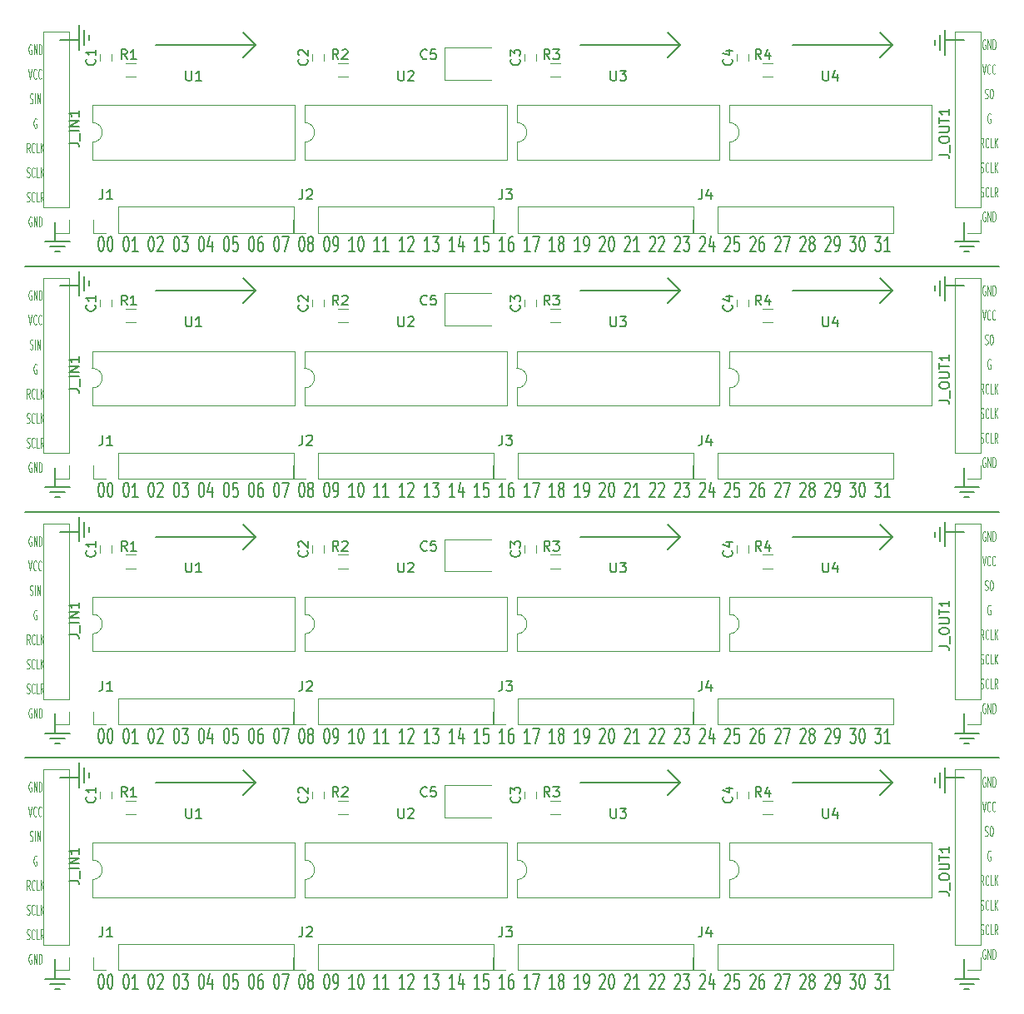
<source format=gbr>
G04 #@! TF.FileFunction,Legend,Top*
%FSLAX46Y46*%
G04 Gerber Fmt 4.6, Leading zero omitted, Abs format (unit mm)*
G04 Created by KiCad (PCBNEW 4.0.6) date 07/03/17 20:38:38*
%MOMM*%
%LPD*%
G01*
G04 APERTURE LIST*
%ADD10C,0.100000*%
%ADD11C,0.200000*%
%ADD12C,0.120000*%
%ADD13C,0.150000*%
G04 APERTURE END LIST*
D10*
D11*
X156210000Y-138500000D02*
X154940000Y-139770000D01*
X156210000Y-113500000D02*
X154940000Y-114770000D01*
X156210000Y-88500000D02*
X154940000Y-89770000D01*
X156210000Y-138500000D02*
X154940000Y-137230000D01*
X156210000Y-113500000D02*
X154940000Y-112230000D01*
X156210000Y-88500000D02*
X154940000Y-87230000D01*
X146050000Y-138500000D02*
X156210000Y-138500000D01*
X146050000Y-113500000D02*
X156210000Y-113500000D01*
X146050000Y-88500000D02*
X156210000Y-88500000D01*
X134620000Y-138500000D02*
X133350000Y-139770000D01*
X134620000Y-113500000D02*
X133350000Y-114770000D01*
X134620000Y-88500000D02*
X133350000Y-89770000D01*
X134620000Y-138500000D02*
X133350000Y-137230000D01*
X134620000Y-113500000D02*
X133350000Y-112230000D01*
X134620000Y-88500000D02*
X133350000Y-87230000D01*
X124460000Y-138500000D02*
X134620000Y-138500000D01*
X124460000Y-113500000D02*
X134620000Y-113500000D01*
X124460000Y-88500000D02*
X134620000Y-88500000D01*
X68000000Y-136000000D02*
X167000000Y-136000000D01*
X68000000Y-111000000D02*
X167000000Y-111000000D01*
X75659714Y-157998571D02*
X75750762Y-157998571D01*
X75841810Y-158070000D01*
X75887333Y-158141429D01*
X75932857Y-158284286D01*
X75978381Y-158570000D01*
X75978381Y-158927143D01*
X75932857Y-159212857D01*
X75887333Y-159355714D01*
X75841810Y-159427143D01*
X75750762Y-159498571D01*
X75659714Y-159498571D01*
X75568667Y-159427143D01*
X75523143Y-159355714D01*
X75477619Y-159212857D01*
X75432095Y-158927143D01*
X75432095Y-158570000D01*
X75477619Y-158284286D01*
X75523143Y-158141429D01*
X75568667Y-158070000D01*
X75659714Y-157998571D01*
X76570190Y-157998571D02*
X76661238Y-157998571D01*
X76752286Y-158070000D01*
X76797809Y-158141429D01*
X76843333Y-158284286D01*
X76888857Y-158570000D01*
X76888857Y-158927143D01*
X76843333Y-159212857D01*
X76797809Y-159355714D01*
X76752286Y-159427143D01*
X76661238Y-159498571D01*
X76570190Y-159498571D01*
X76479143Y-159427143D01*
X76433619Y-159355714D01*
X76388095Y-159212857D01*
X76342571Y-158927143D01*
X76342571Y-158570000D01*
X76388095Y-158284286D01*
X76433619Y-158141429D01*
X76479143Y-158070000D01*
X76570190Y-157998571D01*
X78209047Y-157998571D02*
X78300095Y-157998571D01*
X78391143Y-158070000D01*
X78436666Y-158141429D01*
X78482190Y-158284286D01*
X78527714Y-158570000D01*
X78527714Y-158927143D01*
X78482190Y-159212857D01*
X78436666Y-159355714D01*
X78391143Y-159427143D01*
X78300095Y-159498571D01*
X78209047Y-159498571D01*
X78118000Y-159427143D01*
X78072476Y-159355714D01*
X78026952Y-159212857D01*
X77981428Y-158927143D01*
X77981428Y-158570000D01*
X78026952Y-158284286D01*
X78072476Y-158141429D01*
X78118000Y-158070000D01*
X78209047Y-157998571D01*
X79438190Y-159498571D02*
X78891904Y-159498571D01*
X79165047Y-159498571D02*
X79165047Y-157998571D01*
X79073999Y-158212857D01*
X78982952Y-158355714D01*
X78891904Y-158427143D01*
X80758380Y-157998571D02*
X80849428Y-157998571D01*
X80940476Y-158070000D01*
X80985999Y-158141429D01*
X81031523Y-158284286D01*
X81077047Y-158570000D01*
X81077047Y-158927143D01*
X81031523Y-159212857D01*
X80985999Y-159355714D01*
X80940476Y-159427143D01*
X80849428Y-159498571D01*
X80758380Y-159498571D01*
X80667333Y-159427143D01*
X80621809Y-159355714D01*
X80576285Y-159212857D01*
X80530761Y-158927143D01*
X80530761Y-158570000D01*
X80576285Y-158284286D01*
X80621809Y-158141429D01*
X80667333Y-158070000D01*
X80758380Y-157998571D01*
X81441237Y-158141429D02*
X81486761Y-158070000D01*
X81577809Y-157998571D01*
X81805428Y-157998571D01*
X81896475Y-158070000D01*
X81941999Y-158141429D01*
X81987523Y-158284286D01*
X81987523Y-158427143D01*
X81941999Y-158641429D01*
X81395713Y-159498571D01*
X81987523Y-159498571D01*
X83307713Y-157998571D02*
X83398761Y-157998571D01*
X83489809Y-158070000D01*
X83535332Y-158141429D01*
X83580856Y-158284286D01*
X83626380Y-158570000D01*
X83626380Y-158927143D01*
X83580856Y-159212857D01*
X83535332Y-159355714D01*
X83489809Y-159427143D01*
X83398761Y-159498571D01*
X83307713Y-159498571D01*
X83216666Y-159427143D01*
X83171142Y-159355714D01*
X83125618Y-159212857D01*
X83080094Y-158927143D01*
X83080094Y-158570000D01*
X83125618Y-158284286D01*
X83171142Y-158141429D01*
X83216666Y-158070000D01*
X83307713Y-157998571D01*
X83945046Y-157998571D02*
X84536856Y-157998571D01*
X84218189Y-158570000D01*
X84354761Y-158570000D01*
X84445808Y-158641429D01*
X84491332Y-158712857D01*
X84536856Y-158855714D01*
X84536856Y-159212857D01*
X84491332Y-159355714D01*
X84445808Y-159427143D01*
X84354761Y-159498571D01*
X84081618Y-159498571D01*
X83990570Y-159427143D01*
X83945046Y-159355714D01*
X85857046Y-157998571D02*
X85948094Y-157998571D01*
X86039142Y-158070000D01*
X86084665Y-158141429D01*
X86130189Y-158284286D01*
X86175713Y-158570000D01*
X86175713Y-158927143D01*
X86130189Y-159212857D01*
X86084665Y-159355714D01*
X86039142Y-159427143D01*
X85948094Y-159498571D01*
X85857046Y-159498571D01*
X85765999Y-159427143D01*
X85720475Y-159355714D01*
X85674951Y-159212857D01*
X85629427Y-158927143D01*
X85629427Y-158570000D01*
X85674951Y-158284286D01*
X85720475Y-158141429D01*
X85765999Y-158070000D01*
X85857046Y-157998571D01*
X86995141Y-158498571D02*
X86995141Y-159498571D01*
X86767522Y-157927143D02*
X86539903Y-158998571D01*
X87131713Y-158998571D01*
X88406379Y-157998571D02*
X88497427Y-157998571D01*
X88588475Y-158070000D01*
X88633998Y-158141429D01*
X88679522Y-158284286D01*
X88725046Y-158570000D01*
X88725046Y-158927143D01*
X88679522Y-159212857D01*
X88633998Y-159355714D01*
X88588475Y-159427143D01*
X88497427Y-159498571D01*
X88406379Y-159498571D01*
X88315332Y-159427143D01*
X88269808Y-159355714D01*
X88224284Y-159212857D01*
X88178760Y-158927143D01*
X88178760Y-158570000D01*
X88224284Y-158284286D01*
X88269808Y-158141429D01*
X88315332Y-158070000D01*
X88406379Y-157998571D01*
X89589998Y-157998571D02*
X89134760Y-157998571D01*
X89089236Y-158712857D01*
X89134760Y-158641429D01*
X89225808Y-158570000D01*
X89453427Y-158570000D01*
X89544474Y-158641429D01*
X89589998Y-158712857D01*
X89635522Y-158855714D01*
X89635522Y-159212857D01*
X89589998Y-159355714D01*
X89544474Y-159427143D01*
X89453427Y-159498571D01*
X89225808Y-159498571D01*
X89134760Y-159427143D01*
X89089236Y-159355714D01*
X90955712Y-157998571D02*
X91046760Y-157998571D01*
X91137808Y-158070000D01*
X91183331Y-158141429D01*
X91228855Y-158284286D01*
X91274379Y-158570000D01*
X91274379Y-158927143D01*
X91228855Y-159212857D01*
X91183331Y-159355714D01*
X91137808Y-159427143D01*
X91046760Y-159498571D01*
X90955712Y-159498571D01*
X90864665Y-159427143D01*
X90819141Y-159355714D01*
X90773617Y-159212857D01*
X90728093Y-158927143D01*
X90728093Y-158570000D01*
X90773617Y-158284286D01*
X90819141Y-158141429D01*
X90864665Y-158070000D01*
X90955712Y-157998571D01*
X92093807Y-157998571D02*
X91911712Y-157998571D01*
X91820664Y-158070000D01*
X91775141Y-158141429D01*
X91684093Y-158355714D01*
X91638569Y-158641429D01*
X91638569Y-159212857D01*
X91684093Y-159355714D01*
X91729617Y-159427143D01*
X91820664Y-159498571D01*
X92002760Y-159498571D01*
X92093807Y-159427143D01*
X92139331Y-159355714D01*
X92184855Y-159212857D01*
X92184855Y-158855714D01*
X92139331Y-158712857D01*
X92093807Y-158641429D01*
X92002760Y-158570000D01*
X91820664Y-158570000D01*
X91729617Y-158641429D01*
X91684093Y-158712857D01*
X91638569Y-158855714D01*
X93505045Y-157998571D02*
X93596093Y-157998571D01*
X93687141Y-158070000D01*
X93732664Y-158141429D01*
X93778188Y-158284286D01*
X93823712Y-158570000D01*
X93823712Y-158927143D01*
X93778188Y-159212857D01*
X93732664Y-159355714D01*
X93687141Y-159427143D01*
X93596093Y-159498571D01*
X93505045Y-159498571D01*
X93413998Y-159427143D01*
X93368474Y-159355714D01*
X93322950Y-159212857D01*
X93277426Y-158927143D01*
X93277426Y-158570000D01*
X93322950Y-158284286D01*
X93368474Y-158141429D01*
X93413998Y-158070000D01*
X93505045Y-157998571D01*
X94142378Y-157998571D02*
X94779712Y-157998571D01*
X94369997Y-159498571D01*
X96054378Y-157998571D02*
X96145426Y-157998571D01*
X96236474Y-158070000D01*
X96281997Y-158141429D01*
X96327521Y-158284286D01*
X96373045Y-158570000D01*
X96373045Y-158927143D01*
X96327521Y-159212857D01*
X96281997Y-159355714D01*
X96236474Y-159427143D01*
X96145426Y-159498571D01*
X96054378Y-159498571D01*
X95963331Y-159427143D01*
X95917807Y-159355714D01*
X95872283Y-159212857D01*
X95826759Y-158927143D01*
X95826759Y-158570000D01*
X95872283Y-158284286D01*
X95917807Y-158141429D01*
X95963331Y-158070000D01*
X96054378Y-157998571D01*
X96919330Y-158641429D02*
X96828283Y-158570000D01*
X96782759Y-158498571D01*
X96737235Y-158355714D01*
X96737235Y-158284286D01*
X96782759Y-158141429D01*
X96828283Y-158070000D01*
X96919330Y-157998571D01*
X97101426Y-157998571D01*
X97192473Y-158070000D01*
X97237997Y-158141429D01*
X97283521Y-158284286D01*
X97283521Y-158355714D01*
X97237997Y-158498571D01*
X97192473Y-158570000D01*
X97101426Y-158641429D01*
X96919330Y-158641429D01*
X96828283Y-158712857D01*
X96782759Y-158784286D01*
X96737235Y-158927143D01*
X96737235Y-159212857D01*
X96782759Y-159355714D01*
X96828283Y-159427143D01*
X96919330Y-159498571D01*
X97101426Y-159498571D01*
X97192473Y-159427143D01*
X97237997Y-159355714D01*
X97283521Y-159212857D01*
X97283521Y-158927143D01*
X97237997Y-158784286D01*
X97192473Y-158712857D01*
X97101426Y-158641429D01*
X98603711Y-157998571D02*
X98694759Y-157998571D01*
X98785807Y-158070000D01*
X98831330Y-158141429D01*
X98876854Y-158284286D01*
X98922378Y-158570000D01*
X98922378Y-158927143D01*
X98876854Y-159212857D01*
X98831330Y-159355714D01*
X98785807Y-159427143D01*
X98694759Y-159498571D01*
X98603711Y-159498571D01*
X98512664Y-159427143D01*
X98467140Y-159355714D01*
X98421616Y-159212857D01*
X98376092Y-158927143D01*
X98376092Y-158570000D01*
X98421616Y-158284286D01*
X98467140Y-158141429D01*
X98512664Y-158070000D01*
X98603711Y-157998571D01*
X99377616Y-159498571D02*
X99559711Y-159498571D01*
X99650759Y-159427143D01*
X99696283Y-159355714D01*
X99787330Y-159141429D01*
X99832854Y-158855714D01*
X99832854Y-158284286D01*
X99787330Y-158141429D01*
X99741806Y-158070000D01*
X99650759Y-157998571D01*
X99468663Y-157998571D01*
X99377616Y-158070000D01*
X99332092Y-158141429D01*
X99286568Y-158284286D01*
X99286568Y-158641429D01*
X99332092Y-158784286D01*
X99377616Y-158855714D01*
X99468663Y-158927143D01*
X99650759Y-158927143D01*
X99741806Y-158855714D01*
X99787330Y-158784286D01*
X99832854Y-158641429D01*
X101471711Y-159498571D02*
X100925425Y-159498571D01*
X101198568Y-159498571D02*
X101198568Y-157998571D01*
X101107520Y-158212857D01*
X101016473Y-158355714D01*
X100925425Y-158427143D01*
X102063520Y-157998571D02*
X102154568Y-157998571D01*
X102245616Y-158070000D01*
X102291139Y-158141429D01*
X102336663Y-158284286D01*
X102382187Y-158570000D01*
X102382187Y-158927143D01*
X102336663Y-159212857D01*
X102291139Y-159355714D01*
X102245616Y-159427143D01*
X102154568Y-159498571D01*
X102063520Y-159498571D01*
X101972473Y-159427143D01*
X101926949Y-159355714D01*
X101881425Y-159212857D01*
X101835901Y-158927143D01*
X101835901Y-158570000D01*
X101881425Y-158284286D01*
X101926949Y-158141429D01*
X101972473Y-158070000D01*
X102063520Y-157998571D01*
X104021044Y-159498571D02*
X103474758Y-159498571D01*
X103747901Y-159498571D02*
X103747901Y-157998571D01*
X103656853Y-158212857D01*
X103565806Y-158355714D01*
X103474758Y-158427143D01*
X104931520Y-159498571D02*
X104385234Y-159498571D01*
X104658377Y-159498571D02*
X104658377Y-157998571D01*
X104567329Y-158212857D01*
X104476282Y-158355714D01*
X104385234Y-158427143D01*
X106570377Y-159498571D02*
X106024091Y-159498571D01*
X106297234Y-159498571D02*
X106297234Y-157998571D01*
X106206186Y-158212857D01*
X106115139Y-158355714D01*
X106024091Y-158427143D01*
X106934567Y-158141429D02*
X106980091Y-158070000D01*
X107071139Y-157998571D01*
X107298758Y-157998571D01*
X107389805Y-158070000D01*
X107435329Y-158141429D01*
X107480853Y-158284286D01*
X107480853Y-158427143D01*
X107435329Y-158641429D01*
X106889043Y-159498571D01*
X107480853Y-159498571D01*
X109119710Y-159498571D02*
X108573424Y-159498571D01*
X108846567Y-159498571D02*
X108846567Y-157998571D01*
X108755519Y-158212857D01*
X108664472Y-158355714D01*
X108573424Y-158427143D01*
X109438376Y-157998571D02*
X110030186Y-157998571D01*
X109711519Y-158570000D01*
X109848091Y-158570000D01*
X109939138Y-158641429D01*
X109984662Y-158712857D01*
X110030186Y-158855714D01*
X110030186Y-159212857D01*
X109984662Y-159355714D01*
X109939138Y-159427143D01*
X109848091Y-159498571D01*
X109574948Y-159498571D01*
X109483900Y-159427143D01*
X109438376Y-159355714D01*
X111669043Y-159498571D02*
X111122757Y-159498571D01*
X111395900Y-159498571D02*
X111395900Y-157998571D01*
X111304852Y-158212857D01*
X111213805Y-158355714D01*
X111122757Y-158427143D01*
X112488471Y-158498571D02*
X112488471Y-159498571D01*
X112260852Y-157927143D02*
X112033233Y-158998571D01*
X112625043Y-158998571D01*
X114218376Y-159498571D02*
X113672090Y-159498571D01*
X113945233Y-159498571D02*
X113945233Y-157998571D01*
X113854185Y-158212857D01*
X113763138Y-158355714D01*
X113672090Y-158427143D01*
X115083328Y-157998571D02*
X114628090Y-157998571D01*
X114582566Y-158712857D01*
X114628090Y-158641429D01*
X114719138Y-158570000D01*
X114946757Y-158570000D01*
X115037804Y-158641429D01*
X115083328Y-158712857D01*
X115128852Y-158855714D01*
X115128852Y-159212857D01*
X115083328Y-159355714D01*
X115037804Y-159427143D01*
X114946757Y-159498571D01*
X114719138Y-159498571D01*
X114628090Y-159427143D01*
X114582566Y-159355714D01*
X116767709Y-159498571D02*
X116221423Y-159498571D01*
X116494566Y-159498571D02*
X116494566Y-157998571D01*
X116403518Y-158212857D01*
X116312471Y-158355714D01*
X116221423Y-158427143D01*
X117587137Y-157998571D02*
X117405042Y-157998571D01*
X117313994Y-158070000D01*
X117268471Y-158141429D01*
X117177423Y-158355714D01*
X117131899Y-158641429D01*
X117131899Y-159212857D01*
X117177423Y-159355714D01*
X117222947Y-159427143D01*
X117313994Y-159498571D01*
X117496090Y-159498571D01*
X117587137Y-159427143D01*
X117632661Y-159355714D01*
X117678185Y-159212857D01*
X117678185Y-158855714D01*
X117632661Y-158712857D01*
X117587137Y-158641429D01*
X117496090Y-158570000D01*
X117313994Y-158570000D01*
X117222947Y-158641429D01*
X117177423Y-158712857D01*
X117131899Y-158855714D01*
X119317042Y-159498571D02*
X118770756Y-159498571D01*
X119043899Y-159498571D02*
X119043899Y-157998571D01*
X118952851Y-158212857D01*
X118861804Y-158355714D01*
X118770756Y-158427143D01*
X119635708Y-157998571D02*
X120273042Y-157998571D01*
X119863327Y-159498571D01*
X121866375Y-159498571D02*
X121320089Y-159498571D01*
X121593232Y-159498571D02*
X121593232Y-157998571D01*
X121502184Y-158212857D01*
X121411137Y-158355714D01*
X121320089Y-158427143D01*
X122412660Y-158641429D02*
X122321613Y-158570000D01*
X122276089Y-158498571D01*
X122230565Y-158355714D01*
X122230565Y-158284286D01*
X122276089Y-158141429D01*
X122321613Y-158070000D01*
X122412660Y-157998571D01*
X122594756Y-157998571D01*
X122685803Y-158070000D01*
X122731327Y-158141429D01*
X122776851Y-158284286D01*
X122776851Y-158355714D01*
X122731327Y-158498571D01*
X122685803Y-158570000D01*
X122594756Y-158641429D01*
X122412660Y-158641429D01*
X122321613Y-158712857D01*
X122276089Y-158784286D01*
X122230565Y-158927143D01*
X122230565Y-159212857D01*
X122276089Y-159355714D01*
X122321613Y-159427143D01*
X122412660Y-159498571D01*
X122594756Y-159498571D01*
X122685803Y-159427143D01*
X122731327Y-159355714D01*
X122776851Y-159212857D01*
X122776851Y-158927143D01*
X122731327Y-158784286D01*
X122685803Y-158712857D01*
X122594756Y-158641429D01*
X124415708Y-159498571D02*
X123869422Y-159498571D01*
X124142565Y-159498571D02*
X124142565Y-157998571D01*
X124051517Y-158212857D01*
X123960470Y-158355714D01*
X123869422Y-158427143D01*
X124870946Y-159498571D02*
X125053041Y-159498571D01*
X125144089Y-159427143D01*
X125189613Y-159355714D01*
X125280660Y-159141429D01*
X125326184Y-158855714D01*
X125326184Y-158284286D01*
X125280660Y-158141429D01*
X125235136Y-158070000D01*
X125144089Y-157998571D01*
X124961993Y-157998571D01*
X124870946Y-158070000D01*
X124825422Y-158141429D01*
X124779898Y-158284286D01*
X124779898Y-158641429D01*
X124825422Y-158784286D01*
X124870946Y-158855714D01*
X124961993Y-158927143D01*
X125144089Y-158927143D01*
X125235136Y-158855714D01*
X125280660Y-158784286D01*
X125326184Y-158641429D01*
X126418755Y-158141429D02*
X126464279Y-158070000D01*
X126555327Y-157998571D01*
X126782946Y-157998571D01*
X126873993Y-158070000D01*
X126919517Y-158141429D01*
X126965041Y-158284286D01*
X126965041Y-158427143D01*
X126919517Y-158641429D01*
X126373231Y-159498571D01*
X126965041Y-159498571D01*
X127556850Y-157998571D02*
X127647898Y-157998571D01*
X127738946Y-158070000D01*
X127784469Y-158141429D01*
X127829993Y-158284286D01*
X127875517Y-158570000D01*
X127875517Y-158927143D01*
X127829993Y-159212857D01*
X127784469Y-159355714D01*
X127738946Y-159427143D01*
X127647898Y-159498571D01*
X127556850Y-159498571D01*
X127465803Y-159427143D01*
X127420279Y-159355714D01*
X127374755Y-159212857D01*
X127329231Y-158927143D01*
X127329231Y-158570000D01*
X127374755Y-158284286D01*
X127420279Y-158141429D01*
X127465803Y-158070000D01*
X127556850Y-157998571D01*
X128968088Y-158141429D02*
X129013612Y-158070000D01*
X129104660Y-157998571D01*
X129332279Y-157998571D01*
X129423326Y-158070000D01*
X129468850Y-158141429D01*
X129514374Y-158284286D01*
X129514374Y-158427143D01*
X129468850Y-158641429D01*
X128922564Y-159498571D01*
X129514374Y-159498571D01*
X130424850Y-159498571D02*
X129878564Y-159498571D01*
X130151707Y-159498571D02*
X130151707Y-157998571D01*
X130060659Y-158212857D01*
X129969612Y-158355714D01*
X129878564Y-158427143D01*
X131517421Y-158141429D02*
X131562945Y-158070000D01*
X131653993Y-157998571D01*
X131881612Y-157998571D01*
X131972659Y-158070000D01*
X132018183Y-158141429D01*
X132063707Y-158284286D01*
X132063707Y-158427143D01*
X132018183Y-158641429D01*
X131471897Y-159498571D01*
X132063707Y-159498571D01*
X132427897Y-158141429D02*
X132473421Y-158070000D01*
X132564469Y-157998571D01*
X132792088Y-157998571D01*
X132883135Y-158070000D01*
X132928659Y-158141429D01*
X132974183Y-158284286D01*
X132974183Y-158427143D01*
X132928659Y-158641429D01*
X132382373Y-159498571D01*
X132974183Y-159498571D01*
X134066754Y-158141429D02*
X134112278Y-158070000D01*
X134203326Y-157998571D01*
X134430945Y-157998571D01*
X134521992Y-158070000D01*
X134567516Y-158141429D01*
X134613040Y-158284286D01*
X134613040Y-158427143D01*
X134567516Y-158641429D01*
X134021230Y-159498571D01*
X134613040Y-159498571D01*
X134931706Y-157998571D02*
X135523516Y-157998571D01*
X135204849Y-158570000D01*
X135341421Y-158570000D01*
X135432468Y-158641429D01*
X135477992Y-158712857D01*
X135523516Y-158855714D01*
X135523516Y-159212857D01*
X135477992Y-159355714D01*
X135432468Y-159427143D01*
X135341421Y-159498571D01*
X135068278Y-159498571D01*
X134977230Y-159427143D01*
X134931706Y-159355714D01*
X136616087Y-158141429D02*
X136661611Y-158070000D01*
X136752659Y-157998571D01*
X136980278Y-157998571D01*
X137071325Y-158070000D01*
X137116849Y-158141429D01*
X137162373Y-158284286D01*
X137162373Y-158427143D01*
X137116849Y-158641429D01*
X136570563Y-159498571D01*
X137162373Y-159498571D01*
X137981801Y-158498571D02*
X137981801Y-159498571D01*
X137754182Y-157927143D02*
X137526563Y-158998571D01*
X138118373Y-158998571D01*
X139165420Y-158141429D02*
X139210944Y-158070000D01*
X139301992Y-157998571D01*
X139529611Y-157998571D01*
X139620658Y-158070000D01*
X139666182Y-158141429D01*
X139711706Y-158284286D01*
X139711706Y-158427143D01*
X139666182Y-158641429D01*
X139119896Y-159498571D01*
X139711706Y-159498571D01*
X140576658Y-157998571D02*
X140121420Y-157998571D01*
X140075896Y-158712857D01*
X140121420Y-158641429D01*
X140212468Y-158570000D01*
X140440087Y-158570000D01*
X140531134Y-158641429D01*
X140576658Y-158712857D01*
X140622182Y-158855714D01*
X140622182Y-159212857D01*
X140576658Y-159355714D01*
X140531134Y-159427143D01*
X140440087Y-159498571D01*
X140212468Y-159498571D01*
X140121420Y-159427143D01*
X140075896Y-159355714D01*
X141714753Y-158141429D02*
X141760277Y-158070000D01*
X141851325Y-157998571D01*
X142078944Y-157998571D01*
X142169991Y-158070000D01*
X142215515Y-158141429D01*
X142261039Y-158284286D01*
X142261039Y-158427143D01*
X142215515Y-158641429D01*
X141669229Y-159498571D01*
X142261039Y-159498571D01*
X143080467Y-157998571D02*
X142898372Y-157998571D01*
X142807324Y-158070000D01*
X142761801Y-158141429D01*
X142670753Y-158355714D01*
X142625229Y-158641429D01*
X142625229Y-159212857D01*
X142670753Y-159355714D01*
X142716277Y-159427143D01*
X142807324Y-159498571D01*
X142989420Y-159498571D01*
X143080467Y-159427143D01*
X143125991Y-159355714D01*
X143171515Y-159212857D01*
X143171515Y-158855714D01*
X143125991Y-158712857D01*
X143080467Y-158641429D01*
X142989420Y-158570000D01*
X142807324Y-158570000D01*
X142716277Y-158641429D01*
X142670753Y-158712857D01*
X142625229Y-158855714D01*
X144264086Y-158141429D02*
X144309610Y-158070000D01*
X144400658Y-157998571D01*
X144628277Y-157998571D01*
X144719324Y-158070000D01*
X144764848Y-158141429D01*
X144810372Y-158284286D01*
X144810372Y-158427143D01*
X144764848Y-158641429D01*
X144218562Y-159498571D01*
X144810372Y-159498571D01*
X145129038Y-157998571D02*
X145766372Y-157998571D01*
X145356657Y-159498571D01*
X146813419Y-158141429D02*
X146858943Y-158070000D01*
X146949991Y-157998571D01*
X147177610Y-157998571D01*
X147268657Y-158070000D01*
X147314181Y-158141429D01*
X147359705Y-158284286D01*
X147359705Y-158427143D01*
X147314181Y-158641429D01*
X146767895Y-159498571D01*
X147359705Y-159498571D01*
X147905990Y-158641429D02*
X147814943Y-158570000D01*
X147769419Y-158498571D01*
X147723895Y-158355714D01*
X147723895Y-158284286D01*
X147769419Y-158141429D01*
X147814943Y-158070000D01*
X147905990Y-157998571D01*
X148088086Y-157998571D01*
X148179133Y-158070000D01*
X148224657Y-158141429D01*
X148270181Y-158284286D01*
X148270181Y-158355714D01*
X148224657Y-158498571D01*
X148179133Y-158570000D01*
X148088086Y-158641429D01*
X147905990Y-158641429D01*
X147814943Y-158712857D01*
X147769419Y-158784286D01*
X147723895Y-158927143D01*
X147723895Y-159212857D01*
X147769419Y-159355714D01*
X147814943Y-159427143D01*
X147905990Y-159498571D01*
X148088086Y-159498571D01*
X148179133Y-159427143D01*
X148224657Y-159355714D01*
X148270181Y-159212857D01*
X148270181Y-158927143D01*
X148224657Y-158784286D01*
X148179133Y-158712857D01*
X148088086Y-158641429D01*
X149362752Y-158141429D02*
X149408276Y-158070000D01*
X149499324Y-157998571D01*
X149726943Y-157998571D01*
X149817990Y-158070000D01*
X149863514Y-158141429D01*
X149909038Y-158284286D01*
X149909038Y-158427143D01*
X149863514Y-158641429D01*
X149317228Y-159498571D01*
X149909038Y-159498571D01*
X150364276Y-159498571D02*
X150546371Y-159498571D01*
X150637419Y-159427143D01*
X150682943Y-159355714D01*
X150773990Y-159141429D01*
X150819514Y-158855714D01*
X150819514Y-158284286D01*
X150773990Y-158141429D01*
X150728466Y-158070000D01*
X150637419Y-157998571D01*
X150455323Y-157998571D01*
X150364276Y-158070000D01*
X150318752Y-158141429D01*
X150273228Y-158284286D01*
X150273228Y-158641429D01*
X150318752Y-158784286D01*
X150364276Y-158855714D01*
X150455323Y-158927143D01*
X150637419Y-158927143D01*
X150728466Y-158855714D01*
X150773990Y-158784286D01*
X150819514Y-158641429D01*
X151866561Y-157998571D02*
X152458371Y-157998571D01*
X152139704Y-158570000D01*
X152276276Y-158570000D01*
X152367323Y-158641429D01*
X152412847Y-158712857D01*
X152458371Y-158855714D01*
X152458371Y-159212857D01*
X152412847Y-159355714D01*
X152367323Y-159427143D01*
X152276276Y-159498571D01*
X152003133Y-159498571D01*
X151912085Y-159427143D01*
X151866561Y-159355714D01*
X153050180Y-157998571D02*
X153141228Y-157998571D01*
X153232276Y-158070000D01*
X153277799Y-158141429D01*
X153323323Y-158284286D01*
X153368847Y-158570000D01*
X153368847Y-158927143D01*
X153323323Y-159212857D01*
X153277799Y-159355714D01*
X153232276Y-159427143D01*
X153141228Y-159498571D01*
X153050180Y-159498571D01*
X152959133Y-159427143D01*
X152913609Y-159355714D01*
X152868085Y-159212857D01*
X152822561Y-158927143D01*
X152822561Y-158570000D01*
X152868085Y-158284286D01*
X152913609Y-158141429D01*
X152959133Y-158070000D01*
X153050180Y-157998571D01*
X154415894Y-157998571D02*
X155007704Y-157998571D01*
X154689037Y-158570000D01*
X154825609Y-158570000D01*
X154916656Y-158641429D01*
X154962180Y-158712857D01*
X155007704Y-158855714D01*
X155007704Y-159212857D01*
X154962180Y-159355714D01*
X154916656Y-159427143D01*
X154825609Y-159498571D01*
X154552466Y-159498571D01*
X154461418Y-159427143D01*
X154415894Y-159355714D01*
X155918180Y-159498571D02*
X155371894Y-159498571D01*
X155645037Y-159498571D02*
X155645037Y-157998571D01*
X155553989Y-158212857D01*
X155462942Y-158355714D01*
X155371894Y-158427143D01*
X75659714Y-132998571D02*
X75750762Y-132998571D01*
X75841810Y-133070000D01*
X75887333Y-133141429D01*
X75932857Y-133284286D01*
X75978381Y-133570000D01*
X75978381Y-133927143D01*
X75932857Y-134212857D01*
X75887333Y-134355714D01*
X75841810Y-134427143D01*
X75750762Y-134498571D01*
X75659714Y-134498571D01*
X75568667Y-134427143D01*
X75523143Y-134355714D01*
X75477619Y-134212857D01*
X75432095Y-133927143D01*
X75432095Y-133570000D01*
X75477619Y-133284286D01*
X75523143Y-133141429D01*
X75568667Y-133070000D01*
X75659714Y-132998571D01*
X76570190Y-132998571D02*
X76661238Y-132998571D01*
X76752286Y-133070000D01*
X76797809Y-133141429D01*
X76843333Y-133284286D01*
X76888857Y-133570000D01*
X76888857Y-133927143D01*
X76843333Y-134212857D01*
X76797809Y-134355714D01*
X76752286Y-134427143D01*
X76661238Y-134498571D01*
X76570190Y-134498571D01*
X76479143Y-134427143D01*
X76433619Y-134355714D01*
X76388095Y-134212857D01*
X76342571Y-133927143D01*
X76342571Y-133570000D01*
X76388095Y-133284286D01*
X76433619Y-133141429D01*
X76479143Y-133070000D01*
X76570190Y-132998571D01*
X78209047Y-132998571D02*
X78300095Y-132998571D01*
X78391143Y-133070000D01*
X78436666Y-133141429D01*
X78482190Y-133284286D01*
X78527714Y-133570000D01*
X78527714Y-133927143D01*
X78482190Y-134212857D01*
X78436666Y-134355714D01*
X78391143Y-134427143D01*
X78300095Y-134498571D01*
X78209047Y-134498571D01*
X78118000Y-134427143D01*
X78072476Y-134355714D01*
X78026952Y-134212857D01*
X77981428Y-133927143D01*
X77981428Y-133570000D01*
X78026952Y-133284286D01*
X78072476Y-133141429D01*
X78118000Y-133070000D01*
X78209047Y-132998571D01*
X79438190Y-134498571D02*
X78891904Y-134498571D01*
X79165047Y-134498571D02*
X79165047Y-132998571D01*
X79073999Y-133212857D01*
X78982952Y-133355714D01*
X78891904Y-133427143D01*
X80758380Y-132998571D02*
X80849428Y-132998571D01*
X80940476Y-133070000D01*
X80985999Y-133141429D01*
X81031523Y-133284286D01*
X81077047Y-133570000D01*
X81077047Y-133927143D01*
X81031523Y-134212857D01*
X80985999Y-134355714D01*
X80940476Y-134427143D01*
X80849428Y-134498571D01*
X80758380Y-134498571D01*
X80667333Y-134427143D01*
X80621809Y-134355714D01*
X80576285Y-134212857D01*
X80530761Y-133927143D01*
X80530761Y-133570000D01*
X80576285Y-133284286D01*
X80621809Y-133141429D01*
X80667333Y-133070000D01*
X80758380Y-132998571D01*
X81441237Y-133141429D02*
X81486761Y-133070000D01*
X81577809Y-132998571D01*
X81805428Y-132998571D01*
X81896475Y-133070000D01*
X81941999Y-133141429D01*
X81987523Y-133284286D01*
X81987523Y-133427143D01*
X81941999Y-133641429D01*
X81395713Y-134498571D01*
X81987523Y-134498571D01*
X83307713Y-132998571D02*
X83398761Y-132998571D01*
X83489809Y-133070000D01*
X83535332Y-133141429D01*
X83580856Y-133284286D01*
X83626380Y-133570000D01*
X83626380Y-133927143D01*
X83580856Y-134212857D01*
X83535332Y-134355714D01*
X83489809Y-134427143D01*
X83398761Y-134498571D01*
X83307713Y-134498571D01*
X83216666Y-134427143D01*
X83171142Y-134355714D01*
X83125618Y-134212857D01*
X83080094Y-133927143D01*
X83080094Y-133570000D01*
X83125618Y-133284286D01*
X83171142Y-133141429D01*
X83216666Y-133070000D01*
X83307713Y-132998571D01*
X83945046Y-132998571D02*
X84536856Y-132998571D01*
X84218189Y-133570000D01*
X84354761Y-133570000D01*
X84445808Y-133641429D01*
X84491332Y-133712857D01*
X84536856Y-133855714D01*
X84536856Y-134212857D01*
X84491332Y-134355714D01*
X84445808Y-134427143D01*
X84354761Y-134498571D01*
X84081618Y-134498571D01*
X83990570Y-134427143D01*
X83945046Y-134355714D01*
X85857046Y-132998571D02*
X85948094Y-132998571D01*
X86039142Y-133070000D01*
X86084665Y-133141429D01*
X86130189Y-133284286D01*
X86175713Y-133570000D01*
X86175713Y-133927143D01*
X86130189Y-134212857D01*
X86084665Y-134355714D01*
X86039142Y-134427143D01*
X85948094Y-134498571D01*
X85857046Y-134498571D01*
X85765999Y-134427143D01*
X85720475Y-134355714D01*
X85674951Y-134212857D01*
X85629427Y-133927143D01*
X85629427Y-133570000D01*
X85674951Y-133284286D01*
X85720475Y-133141429D01*
X85765999Y-133070000D01*
X85857046Y-132998571D01*
X86995141Y-133498571D02*
X86995141Y-134498571D01*
X86767522Y-132927143D02*
X86539903Y-133998571D01*
X87131713Y-133998571D01*
X88406379Y-132998571D02*
X88497427Y-132998571D01*
X88588475Y-133070000D01*
X88633998Y-133141429D01*
X88679522Y-133284286D01*
X88725046Y-133570000D01*
X88725046Y-133927143D01*
X88679522Y-134212857D01*
X88633998Y-134355714D01*
X88588475Y-134427143D01*
X88497427Y-134498571D01*
X88406379Y-134498571D01*
X88315332Y-134427143D01*
X88269808Y-134355714D01*
X88224284Y-134212857D01*
X88178760Y-133927143D01*
X88178760Y-133570000D01*
X88224284Y-133284286D01*
X88269808Y-133141429D01*
X88315332Y-133070000D01*
X88406379Y-132998571D01*
X89589998Y-132998571D02*
X89134760Y-132998571D01*
X89089236Y-133712857D01*
X89134760Y-133641429D01*
X89225808Y-133570000D01*
X89453427Y-133570000D01*
X89544474Y-133641429D01*
X89589998Y-133712857D01*
X89635522Y-133855714D01*
X89635522Y-134212857D01*
X89589998Y-134355714D01*
X89544474Y-134427143D01*
X89453427Y-134498571D01*
X89225808Y-134498571D01*
X89134760Y-134427143D01*
X89089236Y-134355714D01*
X90955712Y-132998571D02*
X91046760Y-132998571D01*
X91137808Y-133070000D01*
X91183331Y-133141429D01*
X91228855Y-133284286D01*
X91274379Y-133570000D01*
X91274379Y-133927143D01*
X91228855Y-134212857D01*
X91183331Y-134355714D01*
X91137808Y-134427143D01*
X91046760Y-134498571D01*
X90955712Y-134498571D01*
X90864665Y-134427143D01*
X90819141Y-134355714D01*
X90773617Y-134212857D01*
X90728093Y-133927143D01*
X90728093Y-133570000D01*
X90773617Y-133284286D01*
X90819141Y-133141429D01*
X90864665Y-133070000D01*
X90955712Y-132998571D01*
X92093807Y-132998571D02*
X91911712Y-132998571D01*
X91820664Y-133070000D01*
X91775141Y-133141429D01*
X91684093Y-133355714D01*
X91638569Y-133641429D01*
X91638569Y-134212857D01*
X91684093Y-134355714D01*
X91729617Y-134427143D01*
X91820664Y-134498571D01*
X92002760Y-134498571D01*
X92093807Y-134427143D01*
X92139331Y-134355714D01*
X92184855Y-134212857D01*
X92184855Y-133855714D01*
X92139331Y-133712857D01*
X92093807Y-133641429D01*
X92002760Y-133570000D01*
X91820664Y-133570000D01*
X91729617Y-133641429D01*
X91684093Y-133712857D01*
X91638569Y-133855714D01*
X93505045Y-132998571D02*
X93596093Y-132998571D01*
X93687141Y-133070000D01*
X93732664Y-133141429D01*
X93778188Y-133284286D01*
X93823712Y-133570000D01*
X93823712Y-133927143D01*
X93778188Y-134212857D01*
X93732664Y-134355714D01*
X93687141Y-134427143D01*
X93596093Y-134498571D01*
X93505045Y-134498571D01*
X93413998Y-134427143D01*
X93368474Y-134355714D01*
X93322950Y-134212857D01*
X93277426Y-133927143D01*
X93277426Y-133570000D01*
X93322950Y-133284286D01*
X93368474Y-133141429D01*
X93413998Y-133070000D01*
X93505045Y-132998571D01*
X94142378Y-132998571D02*
X94779712Y-132998571D01*
X94369997Y-134498571D01*
X96054378Y-132998571D02*
X96145426Y-132998571D01*
X96236474Y-133070000D01*
X96281997Y-133141429D01*
X96327521Y-133284286D01*
X96373045Y-133570000D01*
X96373045Y-133927143D01*
X96327521Y-134212857D01*
X96281997Y-134355714D01*
X96236474Y-134427143D01*
X96145426Y-134498571D01*
X96054378Y-134498571D01*
X95963331Y-134427143D01*
X95917807Y-134355714D01*
X95872283Y-134212857D01*
X95826759Y-133927143D01*
X95826759Y-133570000D01*
X95872283Y-133284286D01*
X95917807Y-133141429D01*
X95963331Y-133070000D01*
X96054378Y-132998571D01*
X96919330Y-133641429D02*
X96828283Y-133570000D01*
X96782759Y-133498571D01*
X96737235Y-133355714D01*
X96737235Y-133284286D01*
X96782759Y-133141429D01*
X96828283Y-133070000D01*
X96919330Y-132998571D01*
X97101426Y-132998571D01*
X97192473Y-133070000D01*
X97237997Y-133141429D01*
X97283521Y-133284286D01*
X97283521Y-133355714D01*
X97237997Y-133498571D01*
X97192473Y-133570000D01*
X97101426Y-133641429D01*
X96919330Y-133641429D01*
X96828283Y-133712857D01*
X96782759Y-133784286D01*
X96737235Y-133927143D01*
X96737235Y-134212857D01*
X96782759Y-134355714D01*
X96828283Y-134427143D01*
X96919330Y-134498571D01*
X97101426Y-134498571D01*
X97192473Y-134427143D01*
X97237997Y-134355714D01*
X97283521Y-134212857D01*
X97283521Y-133927143D01*
X97237997Y-133784286D01*
X97192473Y-133712857D01*
X97101426Y-133641429D01*
X98603711Y-132998571D02*
X98694759Y-132998571D01*
X98785807Y-133070000D01*
X98831330Y-133141429D01*
X98876854Y-133284286D01*
X98922378Y-133570000D01*
X98922378Y-133927143D01*
X98876854Y-134212857D01*
X98831330Y-134355714D01*
X98785807Y-134427143D01*
X98694759Y-134498571D01*
X98603711Y-134498571D01*
X98512664Y-134427143D01*
X98467140Y-134355714D01*
X98421616Y-134212857D01*
X98376092Y-133927143D01*
X98376092Y-133570000D01*
X98421616Y-133284286D01*
X98467140Y-133141429D01*
X98512664Y-133070000D01*
X98603711Y-132998571D01*
X99377616Y-134498571D02*
X99559711Y-134498571D01*
X99650759Y-134427143D01*
X99696283Y-134355714D01*
X99787330Y-134141429D01*
X99832854Y-133855714D01*
X99832854Y-133284286D01*
X99787330Y-133141429D01*
X99741806Y-133070000D01*
X99650759Y-132998571D01*
X99468663Y-132998571D01*
X99377616Y-133070000D01*
X99332092Y-133141429D01*
X99286568Y-133284286D01*
X99286568Y-133641429D01*
X99332092Y-133784286D01*
X99377616Y-133855714D01*
X99468663Y-133927143D01*
X99650759Y-133927143D01*
X99741806Y-133855714D01*
X99787330Y-133784286D01*
X99832854Y-133641429D01*
X101471711Y-134498571D02*
X100925425Y-134498571D01*
X101198568Y-134498571D02*
X101198568Y-132998571D01*
X101107520Y-133212857D01*
X101016473Y-133355714D01*
X100925425Y-133427143D01*
X102063520Y-132998571D02*
X102154568Y-132998571D01*
X102245616Y-133070000D01*
X102291139Y-133141429D01*
X102336663Y-133284286D01*
X102382187Y-133570000D01*
X102382187Y-133927143D01*
X102336663Y-134212857D01*
X102291139Y-134355714D01*
X102245616Y-134427143D01*
X102154568Y-134498571D01*
X102063520Y-134498571D01*
X101972473Y-134427143D01*
X101926949Y-134355714D01*
X101881425Y-134212857D01*
X101835901Y-133927143D01*
X101835901Y-133570000D01*
X101881425Y-133284286D01*
X101926949Y-133141429D01*
X101972473Y-133070000D01*
X102063520Y-132998571D01*
X104021044Y-134498571D02*
X103474758Y-134498571D01*
X103747901Y-134498571D02*
X103747901Y-132998571D01*
X103656853Y-133212857D01*
X103565806Y-133355714D01*
X103474758Y-133427143D01*
X104931520Y-134498571D02*
X104385234Y-134498571D01*
X104658377Y-134498571D02*
X104658377Y-132998571D01*
X104567329Y-133212857D01*
X104476282Y-133355714D01*
X104385234Y-133427143D01*
X106570377Y-134498571D02*
X106024091Y-134498571D01*
X106297234Y-134498571D02*
X106297234Y-132998571D01*
X106206186Y-133212857D01*
X106115139Y-133355714D01*
X106024091Y-133427143D01*
X106934567Y-133141429D02*
X106980091Y-133070000D01*
X107071139Y-132998571D01*
X107298758Y-132998571D01*
X107389805Y-133070000D01*
X107435329Y-133141429D01*
X107480853Y-133284286D01*
X107480853Y-133427143D01*
X107435329Y-133641429D01*
X106889043Y-134498571D01*
X107480853Y-134498571D01*
X109119710Y-134498571D02*
X108573424Y-134498571D01*
X108846567Y-134498571D02*
X108846567Y-132998571D01*
X108755519Y-133212857D01*
X108664472Y-133355714D01*
X108573424Y-133427143D01*
X109438376Y-132998571D02*
X110030186Y-132998571D01*
X109711519Y-133570000D01*
X109848091Y-133570000D01*
X109939138Y-133641429D01*
X109984662Y-133712857D01*
X110030186Y-133855714D01*
X110030186Y-134212857D01*
X109984662Y-134355714D01*
X109939138Y-134427143D01*
X109848091Y-134498571D01*
X109574948Y-134498571D01*
X109483900Y-134427143D01*
X109438376Y-134355714D01*
X111669043Y-134498571D02*
X111122757Y-134498571D01*
X111395900Y-134498571D02*
X111395900Y-132998571D01*
X111304852Y-133212857D01*
X111213805Y-133355714D01*
X111122757Y-133427143D01*
X112488471Y-133498571D02*
X112488471Y-134498571D01*
X112260852Y-132927143D02*
X112033233Y-133998571D01*
X112625043Y-133998571D01*
X114218376Y-134498571D02*
X113672090Y-134498571D01*
X113945233Y-134498571D02*
X113945233Y-132998571D01*
X113854185Y-133212857D01*
X113763138Y-133355714D01*
X113672090Y-133427143D01*
X115083328Y-132998571D02*
X114628090Y-132998571D01*
X114582566Y-133712857D01*
X114628090Y-133641429D01*
X114719138Y-133570000D01*
X114946757Y-133570000D01*
X115037804Y-133641429D01*
X115083328Y-133712857D01*
X115128852Y-133855714D01*
X115128852Y-134212857D01*
X115083328Y-134355714D01*
X115037804Y-134427143D01*
X114946757Y-134498571D01*
X114719138Y-134498571D01*
X114628090Y-134427143D01*
X114582566Y-134355714D01*
X116767709Y-134498571D02*
X116221423Y-134498571D01*
X116494566Y-134498571D02*
X116494566Y-132998571D01*
X116403518Y-133212857D01*
X116312471Y-133355714D01*
X116221423Y-133427143D01*
X117587137Y-132998571D02*
X117405042Y-132998571D01*
X117313994Y-133070000D01*
X117268471Y-133141429D01*
X117177423Y-133355714D01*
X117131899Y-133641429D01*
X117131899Y-134212857D01*
X117177423Y-134355714D01*
X117222947Y-134427143D01*
X117313994Y-134498571D01*
X117496090Y-134498571D01*
X117587137Y-134427143D01*
X117632661Y-134355714D01*
X117678185Y-134212857D01*
X117678185Y-133855714D01*
X117632661Y-133712857D01*
X117587137Y-133641429D01*
X117496090Y-133570000D01*
X117313994Y-133570000D01*
X117222947Y-133641429D01*
X117177423Y-133712857D01*
X117131899Y-133855714D01*
X119317042Y-134498571D02*
X118770756Y-134498571D01*
X119043899Y-134498571D02*
X119043899Y-132998571D01*
X118952851Y-133212857D01*
X118861804Y-133355714D01*
X118770756Y-133427143D01*
X119635708Y-132998571D02*
X120273042Y-132998571D01*
X119863327Y-134498571D01*
X121866375Y-134498571D02*
X121320089Y-134498571D01*
X121593232Y-134498571D02*
X121593232Y-132998571D01*
X121502184Y-133212857D01*
X121411137Y-133355714D01*
X121320089Y-133427143D01*
X122412660Y-133641429D02*
X122321613Y-133570000D01*
X122276089Y-133498571D01*
X122230565Y-133355714D01*
X122230565Y-133284286D01*
X122276089Y-133141429D01*
X122321613Y-133070000D01*
X122412660Y-132998571D01*
X122594756Y-132998571D01*
X122685803Y-133070000D01*
X122731327Y-133141429D01*
X122776851Y-133284286D01*
X122776851Y-133355714D01*
X122731327Y-133498571D01*
X122685803Y-133570000D01*
X122594756Y-133641429D01*
X122412660Y-133641429D01*
X122321613Y-133712857D01*
X122276089Y-133784286D01*
X122230565Y-133927143D01*
X122230565Y-134212857D01*
X122276089Y-134355714D01*
X122321613Y-134427143D01*
X122412660Y-134498571D01*
X122594756Y-134498571D01*
X122685803Y-134427143D01*
X122731327Y-134355714D01*
X122776851Y-134212857D01*
X122776851Y-133927143D01*
X122731327Y-133784286D01*
X122685803Y-133712857D01*
X122594756Y-133641429D01*
X124415708Y-134498571D02*
X123869422Y-134498571D01*
X124142565Y-134498571D02*
X124142565Y-132998571D01*
X124051517Y-133212857D01*
X123960470Y-133355714D01*
X123869422Y-133427143D01*
X124870946Y-134498571D02*
X125053041Y-134498571D01*
X125144089Y-134427143D01*
X125189613Y-134355714D01*
X125280660Y-134141429D01*
X125326184Y-133855714D01*
X125326184Y-133284286D01*
X125280660Y-133141429D01*
X125235136Y-133070000D01*
X125144089Y-132998571D01*
X124961993Y-132998571D01*
X124870946Y-133070000D01*
X124825422Y-133141429D01*
X124779898Y-133284286D01*
X124779898Y-133641429D01*
X124825422Y-133784286D01*
X124870946Y-133855714D01*
X124961993Y-133927143D01*
X125144089Y-133927143D01*
X125235136Y-133855714D01*
X125280660Y-133784286D01*
X125326184Y-133641429D01*
X126418755Y-133141429D02*
X126464279Y-133070000D01*
X126555327Y-132998571D01*
X126782946Y-132998571D01*
X126873993Y-133070000D01*
X126919517Y-133141429D01*
X126965041Y-133284286D01*
X126965041Y-133427143D01*
X126919517Y-133641429D01*
X126373231Y-134498571D01*
X126965041Y-134498571D01*
X127556850Y-132998571D02*
X127647898Y-132998571D01*
X127738946Y-133070000D01*
X127784469Y-133141429D01*
X127829993Y-133284286D01*
X127875517Y-133570000D01*
X127875517Y-133927143D01*
X127829993Y-134212857D01*
X127784469Y-134355714D01*
X127738946Y-134427143D01*
X127647898Y-134498571D01*
X127556850Y-134498571D01*
X127465803Y-134427143D01*
X127420279Y-134355714D01*
X127374755Y-134212857D01*
X127329231Y-133927143D01*
X127329231Y-133570000D01*
X127374755Y-133284286D01*
X127420279Y-133141429D01*
X127465803Y-133070000D01*
X127556850Y-132998571D01*
X128968088Y-133141429D02*
X129013612Y-133070000D01*
X129104660Y-132998571D01*
X129332279Y-132998571D01*
X129423326Y-133070000D01*
X129468850Y-133141429D01*
X129514374Y-133284286D01*
X129514374Y-133427143D01*
X129468850Y-133641429D01*
X128922564Y-134498571D01*
X129514374Y-134498571D01*
X130424850Y-134498571D02*
X129878564Y-134498571D01*
X130151707Y-134498571D02*
X130151707Y-132998571D01*
X130060659Y-133212857D01*
X129969612Y-133355714D01*
X129878564Y-133427143D01*
X131517421Y-133141429D02*
X131562945Y-133070000D01*
X131653993Y-132998571D01*
X131881612Y-132998571D01*
X131972659Y-133070000D01*
X132018183Y-133141429D01*
X132063707Y-133284286D01*
X132063707Y-133427143D01*
X132018183Y-133641429D01*
X131471897Y-134498571D01*
X132063707Y-134498571D01*
X132427897Y-133141429D02*
X132473421Y-133070000D01*
X132564469Y-132998571D01*
X132792088Y-132998571D01*
X132883135Y-133070000D01*
X132928659Y-133141429D01*
X132974183Y-133284286D01*
X132974183Y-133427143D01*
X132928659Y-133641429D01*
X132382373Y-134498571D01*
X132974183Y-134498571D01*
X134066754Y-133141429D02*
X134112278Y-133070000D01*
X134203326Y-132998571D01*
X134430945Y-132998571D01*
X134521992Y-133070000D01*
X134567516Y-133141429D01*
X134613040Y-133284286D01*
X134613040Y-133427143D01*
X134567516Y-133641429D01*
X134021230Y-134498571D01*
X134613040Y-134498571D01*
X134931706Y-132998571D02*
X135523516Y-132998571D01*
X135204849Y-133570000D01*
X135341421Y-133570000D01*
X135432468Y-133641429D01*
X135477992Y-133712857D01*
X135523516Y-133855714D01*
X135523516Y-134212857D01*
X135477992Y-134355714D01*
X135432468Y-134427143D01*
X135341421Y-134498571D01*
X135068278Y-134498571D01*
X134977230Y-134427143D01*
X134931706Y-134355714D01*
X136616087Y-133141429D02*
X136661611Y-133070000D01*
X136752659Y-132998571D01*
X136980278Y-132998571D01*
X137071325Y-133070000D01*
X137116849Y-133141429D01*
X137162373Y-133284286D01*
X137162373Y-133427143D01*
X137116849Y-133641429D01*
X136570563Y-134498571D01*
X137162373Y-134498571D01*
X137981801Y-133498571D02*
X137981801Y-134498571D01*
X137754182Y-132927143D02*
X137526563Y-133998571D01*
X138118373Y-133998571D01*
X139165420Y-133141429D02*
X139210944Y-133070000D01*
X139301992Y-132998571D01*
X139529611Y-132998571D01*
X139620658Y-133070000D01*
X139666182Y-133141429D01*
X139711706Y-133284286D01*
X139711706Y-133427143D01*
X139666182Y-133641429D01*
X139119896Y-134498571D01*
X139711706Y-134498571D01*
X140576658Y-132998571D02*
X140121420Y-132998571D01*
X140075896Y-133712857D01*
X140121420Y-133641429D01*
X140212468Y-133570000D01*
X140440087Y-133570000D01*
X140531134Y-133641429D01*
X140576658Y-133712857D01*
X140622182Y-133855714D01*
X140622182Y-134212857D01*
X140576658Y-134355714D01*
X140531134Y-134427143D01*
X140440087Y-134498571D01*
X140212468Y-134498571D01*
X140121420Y-134427143D01*
X140075896Y-134355714D01*
X141714753Y-133141429D02*
X141760277Y-133070000D01*
X141851325Y-132998571D01*
X142078944Y-132998571D01*
X142169991Y-133070000D01*
X142215515Y-133141429D01*
X142261039Y-133284286D01*
X142261039Y-133427143D01*
X142215515Y-133641429D01*
X141669229Y-134498571D01*
X142261039Y-134498571D01*
X143080467Y-132998571D02*
X142898372Y-132998571D01*
X142807324Y-133070000D01*
X142761801Y-133141429D01*
X142670753Y-133355714D01*
X142625229Y-133641429D01*
X142625229Y-134212857D01*
X142670753Y-134355714D01*
X142716277Y-134427143D01*
X142807324Y-134498571D01*
X142989420Y-134498571D01*
X143080467Y-134427143D01*
X143125991Y-134355714D01*
X143171515Y-134212857D01*
X143171515Y-133855714D01*
X143125991Y-133712857D01*
X143080467Y-133641429D01*
X142989420Y-133570000D01*
X142807324Y-133570000D01*
X142716277Y-133641429D01*
X142670753Y-133712857D01*
X142625229Y-133855714D01*
X144264086Y-133141429D02*
X144309610Y-133070000D01*
X144400658Y-132998571D01*
X144628277Y-132998571D01*
X144719324Y-133070000D01*
X144764848Y-133141429D01*
X144810372Y-133284286D01*
X144810372Y-133427143D01*
X144764848Y-133641429D01*
X144218562Y-134498571D01*
X144810372Y-134498571D01*
X145129038Y-132998571D02*
X145766372Y-132998571D01*
X145356657Y-134498571D01*
X146813419Y-133141429D02*
X146858943Y-133070000D01*
X146949991Y-132998571D01*
X147177610Y-132998571D01*
X147268657Y-133070000D01*
X147314181Y-133141429D01*
X147359705Y-133284286D01*
X147359705Y-133427143D01*
X147314181Y-133641429D01*
X146767895Y-134498571D01*
X147359705Y-134498571D01*
X147905990Y-133641429D02*
X147814943Y-133570000D01*
X147769419Y-133498571D01*
X147723895Y-133355714D01*
X147723895Y-133284286D01*
X147769419Y-133141429D01*
X147814943Y-133070000D01*
X147905990Y-132998571D01*
X148088086Y-132998571D01*
X148179133Y-133070000D01*
X148224657Y-133141429D01*
X148270181Y-133284286D01*
X148270181Y-133355714D01*
X148224657Y-133498571D01*
X148179133Y-133570000D01*
X148088086Y-133641429D01*
X147905990Y-133641429D01*
X147814943Y-133712857D01*
X147769419Y-133784286D01*
X147723895Y-133927143D01*
X147723895Y-134212857D01*
X147769419Y-134355714D01*
X147814943Y-134427143D01*
X147905990Y-134498571D01*
X148088086Y-134498571D01*
X148179133Y-134427143D01*
X148224657Y-134355714D01*
X148270181Y-134212857D01*
X148270181Y-133927143D01*
X148224657Y-133784286D01*
X148179133Y-133712857D01*
X148088086Y-133641429D01*
X149362752Y-133141429D02*
X149408276Y-133070000D01*
X149499324Y-132998571D01*
X149726943Y-132998571D01*
X149817990Y-133070000D01*
X149863514Y-133141429D01*
X149909038Y-133284286D01*
X149909038Y-133427143D01*
X149863514Y-133641429D01*
X149317228Y-134498571D01*
X149909038Y-134498571D01*
X150364276Y-134498571D02*
X150546371Y-134498571D01*
X150637419Y-134427143D01*
X150682943Y-134355714D01*
X150773990Y-134141429D01*
X150819514Y-133855714D01*
X150819514Y-133284286D01*
X150773990Y-133141429D01*
X150728466Y-133070000D01*
X150637419Y-132998571D01*
X150455323Y-132998571D01*
X150364276Y-133070000D01*
X150318752Y-133141429D01*
X150273228Y-133284286D01*
X150273228Y-133641429D01*
X150318752Y-133784286D01*
X150364276Y-133855714D01*
X150455323Y-133927143D01*
X150637419Y-133927143D01*
X150728466Y-133855714D01*
X150773990Y-133784286D01*
X150819514Y-133641429D01*
X151866561Y-132998571D02*
X152458371Y-132998571D01*
X152139704Y-133570000D01*
X152276276Y-133570000D01*
X152367323Y-133641429D01*
X152412847Y-133712857D01*
X152458371Y-133855714D01*
X152458371Y-134212857D01*
X152412847Y-134355714D01*
X152367323Y-134427143D01*
X152276276Y-134498571D01*
X152003133Y-134498571D01*
X151912085Y-134427143D01*
X151866561Y-134355714D01*
X153050180Y-132998571D02*
X153141228Y-132998571D01*
X153232276Y-133070000D01*
X153277799Y-133141429D01*
X153323323Y-133284286D01*
X153368847Y-133570000D01*
X153368847Y-133927143D01*
X153323323Y-134212857D01*
X153277799Y-134355714D01*
X153232276Y-134427143D01*
X153141228Y-134498571D01*
X153050180Y-134498571D01*
X152959133Y-134427143D01*
X152913609Y-134355714D01*
X152868085Y-134212857D01*
X152822561Y-133927143D01*
X152822561Y-133570000D01*
X152868085Y-133284286D01*
X152913609Y-133141429D01*
X152959133Y-133070000D01*
X153050180Y-132998571D01*
X154415894Y-132998571D02*
X155007704Y-132998571D01*
X154689037Y-133570000D01*
X154825609Y-133570000D01*
X154916656Y-133641429D01*
X154962180Y-133712857D01*
X155007704Y-133855714D01*
X155007704Y-134212857D01*
X154962180Y-134355714D01*
X154916656Y-134427143D01*
X154825609Y-134498571D01*
X154552466Y-134498571D01*
X154461418Y-134427143D01*
X154415894Y-134355714D01*
X155918180Y-134498571D02*
X155371894Y-134498571D01*
X155645037Y-134498571D02*
X155645037Y-132998571D01*
X155553989Y-133212857D01*
X155462942Y-133355714D01*
X155371894Y-133427143D01*
X75659714Y-107998571D02*
X75750762Y-107998571D01*
X75841810Y-108070000D01*
X75887333Y-108141429D01*
X75932857Y-108284286D01*
X75978381Y-108570000D01*
X75978381Y-108927143D01*
X75932857Y-109212857D01*
X75887333Y-109355714D01*
X75841810Y-109427143D01*
X75750762Y-109498571D01*
X75659714Y-109498571D01*
X75568667Y-109427143D01*
X75523143Y-109355714D01*
X75477619Y-109212857D01*
X75432095Y-108927143D01*
X75432095Y-108570000D01*
X75477619Y-108284286D01*
X75523143Y-108141429D01*
X75568667Y-108070000D01*
X75659714Y-107998571D01*
X76570190Y-107998571D02*
X76661238Y-107998571D01*
X76752286Y-108070000D01*
X76797809Y-108141429D01*
X76843333Y-108284286D01*
X76888857Y-108570000D01*
X76888857Y-108927143D01*
X76843333Y-109212857D01*
X76797809Y-109355714D01*
X76752286Y-109427143D01*
X76661238Y-109498571D01*
X76570190Y-109498571D01*
X76479143Y-109427143D01*
X76433619Y-109355714D01*
X76388095Y-109212857D01*
X76342571Y-108927143D01*
X76342571Y-108570000D01*
X76388095Y-108284286D01*
X76433619Y-108141429D01*
X76479143Y-108070000D01*
X76570190Y-107998571D01*
X78209047Y-107998571D02*
X78300095Y-107998571D01*
X78391143Y-108070000D01*
X78436666Y-108141429D01*
X78482190Y-108284286D01*
X78527714Y-108570000D01*
X78527714Y-108927143D01*
X78482190Y-109212857D01*
X78436666Y-109355714D01*
X78391143Y-109427143D01*
X78300095Y-109498571D01*
X78209047Y-109498571D01*
X78118000Y-109427143D01*
X78072476Y-109355714D01*
X78026952Y-109212857D01*
X77981428Y-108927143D01*
X77981428Y-108570000D01*
X78026952Y-108284286D01*
X78072476Y-108141429D01*
X78118000Y-108070000D01*
X78209047Y-107998571D01*
X79438190Y-109498571D02*
X78891904Y-109498571D01*
X79165047Y-109498571D02*
X79165047Y-107998571D01*
X79073999Y-108212857D01*
X78982952Y-108355714D01*
X78891904Y-108427143D01*
X80758380Y-107998571D02*
X80849428Y-107998571D01*
X80940476Y-108070000D01*
X80985999Y-108141429D01*
X81031523Y-108284286D01*
X81077047Y-108570000D01*
X81077047Y-108927143D01*
X81031523Y-109212857D01*
X80985999Y-109355714D01*
X80940476Y-109427143D01*
X80849428Y-109498571D01*
X80758380Y-109498571D01*
X80667333Y-109427143D01*
X80621809Y-109355714D01*
X80576285Y-109212857D01*
X80530761Y-108927143D01*
X80530761Y-108570000D01*
X80576285Y-108284286D01*
X80621809Y-108141429D01*
X80667333Y-108070000D01*
X80758380Y-107998571D01*
X81441237Y-108141429D02*
X81486761Y-108070000D01*
X81577809Y-107998571D01*
X81805428Y-107998571D01*
X81896475Y-108070000D01*
X81941999Y-108141429D01*
X81987523Y-108284286D01*
X81987523Y-108427143D01*
X81941999Y-108641429D01*
X81395713Y-109498571D01*
X81987523Y-109498571D01*
X83307713Y-107998571D02*
X83398761Y-107998571D01*
X83489809Y-108070000D01*
X83535332Y-108141429D01*
X83580856Y-108284286D01*
X83626380Y-108570000D01*
X83626380Y-108927143D01*
X83580856Y-109212857D01*
X83535332Y-109355714D01*
X83489809Y-109427143D01*
X83398761Y-109498571D01*
X83307713Y-109498571D01*
X83216666Y-109427143D01*
X83171142Y-109355714D01*
X83125618Y-109212857D01*
X83080094Y-108927143D01*
X83080094Y-108570000D01*
X83125618Y-108284286D01*
X83171142Y-108141429D01*
X83216666Y-108070000D01*
X83307713Y-107998571D01*
X83945046Y-107998571D02*
X84536856Y-107998571D01*
X84218189Y-108570000D01*
X84354761Y-108570000D01*
X84445808Y-108641429D01*
X84491332Y-108712857D01*
X84536856Y-108855714D01*
X84536856Y-109212857D01*
X84491332Y-109355714D01*
X84445808Y-109427143D01*
X84354761Y-109498571D01*
X84081618Y-109498571D01*
X83990570Y-109427143D01*
X83945046Y-109355714D01*
X85857046Y-107998571D02*
X85948094Y-107998571D01*
X86039142Y-108070000D01*
X86084665Y-108141429D01*
X86130189Y-108284286D01*
X86175713Y-108570000D01*
X86175713Y-108927143D01*
X86130189Y-109212857D01*
X86084665Y-109355714D01*
X86039142Y-109427143D01*
X85948094Y-109498571D01*
X85857046Y-109498571D01*
X85765999Y-109427143D01*
X85720475Y-109355714D01*
X85674951Y-109212857D01*
X85629427Y-108927143D01*
X85629427Y-108570000D01*
X85674951Y-108284286D01*
X85720475Y-108141429D01*
X85765999Y-108070000D01*
X85857046Y-107998571D01*
X86995141Y-108498571D02*
X86995141Y-109498571D01*
X86767522Y-107927143D02*
X86539903Y-108998571D01*
X87131713Y-108998571D01*
X88406379Y-107998571D02*
X88497427Y-107998571D01*
X88588475Y-108070000D01*
X88633998Y-108141429D01*
X88679522Y-108284286D01*
X88725046Y-108570000D01*
X88725046Y-108927143D01*
X88679522Y-109212857D01*
X88633998Y-109355714D01*
X88588475Y-109427143D01*
X88497427Y-109498571D01*
X88406379Y-109498571D01*
X88315332Y-109427143D01*
X88269808Y-109355714D01*
X88224284Y-109212857D01*
X88178760Y-108927143D01*
X88178760Y-108570000D01*
X88224284Y-108284286D01*
X88269808Y-108141429D01*
X88315332Y-108070000D01*
X88406379Y-107998571D01*
X89589998Y-107998571D02*
X89134760Y-107998571D01*
X89089236Y-108712857D01*
X89134760Y-108641429D01*
X89225808Y-108570000D01*
X89453427Y-108570000D01*
X89544474Y-108641429D01*
X89589998Y-108712857D01*
X89635522Y-108855714D01*
X89635522Y-109212857D01*
X89589998Y-109355714D01*
X89544474Y-109427143D01*
X89453427Y-109498571D01*
X89225808Y-109498571D01*
X89134760Y-109427143D01*
X89089236Y-109355714D01*
X90955712Y-107998571D02*
X91046760Y-107998571D01*
X91137808Y-108070000D01*
X91183331Y-108141429D01*
X91228855Y-108284286D01*
X91274379Y-108570000D01*
X91274379Y-108927143D01*
X91228855Y-109212857D01*
X91183331Y-109355714D01*
X91137808Y-109427143D01*
X91046760Y-109498571D01*
X90955712Y-109498571D01*
X90864665Y-109427143D01*
X90819141Y-109355714D01*
X90773617Y-109212857D01*
X90728093Y-108927143D01*
X90728093Y-108570000D01*
X90773617Y-108284286D01*
X90819141Y-108141429D01*
X90864665Y-108070000D01*
X90955712Y-107998571D01*
X92093807Y-107998571D02*
X91911712Y-107998571D01*
X91820664Y-108070000D01*
X91775141Y-108141429D01*
X91684093Y-108355714D01*
X91638569Y-108641429D01*
X91638569Y-109212857D01*
X91684093Y-109355714D01*
X91729617Y-109427143D01*
X91820664Y-109498571D01*
X92002760Y-109498571D01*
X92093807Y-109427143D01*
X92139331Y-109355714D01*
X92184855Y-109212857D01*
X92184855Y-108855714D01*
X92139331Y-108712857D01*
X92093807Y-108641429D01*
X92002760Y-108570000D01*
X91820664Y-108570000D01*
X91729617Y-108641429D01*
X91684093Y-108712857D01*
X91638569Y-108855714D01*
X93505045Y-107998571D02*
X93596093Y-107998571D01*
X93687141Y-108070000D01*
X93732664Y-108141429D01*
X93778188Y-108284286D01*
X93823712Y-108570000D01*
X93823712Y-108927143D01*
X93778188Y-109212857D01*
X93732664Y-109355714D01*
X93687141Y-109427143D01*
X93596093Y-109498571D01*
X93505045Y-109498571D01*
X93413998Y-109427143D01*
X93368474Y-109355714D01*
X93322950Y-109212857D01*
X93277426Y-108927143D01*
X93277426Y-108570000D01*
X93322950Y-108284286D01*
X93368474Y-108141429D01*
X93413998Y-108070000D01*
X93505045Y-107998571D01*
X94142378Y-107998571D02*
X94779712Y-107998571D01*
X94369997Y-109498571D01*
X96054378Y-107998571D02*
X96145426Y-107998571D01*
X96236474Y-108070000D01*
X96281997Y-108141429D01*
X96327521Y-108284286D01*
X96373045Y-108570000D01*
X96373045Y-108927143D01*
X96327521Y-109212857D01*
X96281997Y-109355714D01*
X96236474Y-109427143D01*
X96145426Y-109498571D01*
X96054378Y-109498571D01*
X95963331Y-109427143D01*
X95917807Y-109355714D01*
X95872283Y-109212857D01*
X95826759Y-108927143D01*
X95826759Y-108570000D01*
X95872283Y-108284286D01*
X95917807Y-108141429D01*
X95963331Y-108070000D01*
X96054378Y-107998571D01*
X96919330Y-108641429D02*
X96828283Y-108570000D01*
X96782759Y-108498571D01*
X96737235Y-108355714D01*
X96737235Y-108284286D01*
X96782759Y-108141429D01*
X96828283Y-108070000D01*
X96919330Y-107998571D01*
X97101426Y-107998571D01*
X97192473Y-108070000D01*
X97237997Y-108141429D01*
X97283521Y-108284286D01*
X97283521Y-108355714D01*
X97237997Y-108498571D01*
X97192473Y-108570000D01*
X97101426Y-108641429D01*
X96919330Y-108641429D01*
X96828283Y-108712857D01*
X96782759Y-108784286D01*
X96737235Y-108927143D01*
X96737235Y-109212857D01*
X96782759Y-109355714D01*
X96828283Y-109427143D01*
X96919330Y-109498571D01*
X97101426Y-109498571D01*
X97192473Y-109427143D01*
X97237997Y-109355714D01*
X97283521Y-109212857D01*
X97283521Y-108927143D01*
X97237997Y-108784286D01*
X97192473Y-108712857D01*
X97101426Y-108641429D01*
X98603711Y-107998571D02*
X98694759Y-107998571D01*
X98785807Y-108070000D01*
X98831330Y-108141429D01*
X98876854Y-108284286D01*
X98922378Y-108570000D01*
X98922378Y-108927143D01*
X98876854Y-109212857D01*
X98831330Y-109355714D01*
X98785807Y-109427143D01*
X98694759Y-109498571D01*
X98603711Y-109498571D01*
X98512664Y-109427143D01*
X98467140Y-109355714D01*
X98421616Y-109212857D01*
X98376092Y-108927143D01*
X98376092Y-108570000D01*
X98421616Y-108284286D01*
X98467140Y-108141429D01*
X98512664Y-108070000D01*
X98603711Y-107998571D01*
X99377616Y-109498571D02*
X99559711Y-109498571D01*
X99650759Y-109427143D01*
X99696283Y-109355714D01*
X99787330Y-109141429D01*
X99832854Y-108855714D01*
X99832854Y-108284286D01*
X99787330Y-108141429D01*
X99741806Y-108070000D01*
X99650759Y-107998571D01*
X99468663Y-107998571D01*
X99377616Y-108070000D01*
X99332092Y-108141429D01*
X99286568Y-108284286D01*
X99286568Y-108641429D01*
X99332092Y-108784286D01*
X99377616Y-108855714D01*
X99468663Y-108927143D01*
X99650759Y-108927143D01*
X99741806Y-108855714D01*
X99787330Y-108784286D01*
X99832854Y-108641429D01*
X101471711Y-109498571D02*
X100925425Y-109498571D01*
X101198568Y-109498571D02*
X101198568Y-107998571D01*
X101107520Y-108212857D01*
X101016473Y-108355714D01*
X100925425Y-108427143D01*
X102063520Y-107998571D02*
X102154568Y-107998571D01*
X102245616Y-108070000D01*
X102291139Y-108141429D01*
X102336663Y-108284286D01*
X102382187Y-108570000D01*
X102382187Y-108927143D01*
X102336663Y-109212857D01*
X102291139Y-109355714D01*
X102245616Y-109427143D01*
X102154568Y-109498571D01*
X102063520Y-109498571D01*
X101972473Y-109427143D01*
X101926949Y-109355714D01*
X101881425Y-109212857D01*
X101835901Y-108927143D01*
X101835901Y-108570000D01*
X101881425Y-108284286D01*
X101926949Y-108141429D01*
X101972473Y-108070000D01*
X102063520Y-107998571D01*
X104021044Y-109498571D02*
X103474758Y-109498571D01*
X103747901Y-109498571D02*
X103747901Y-107998571D01*
X103656853Y-108212857D01*
X103565806Y-108355714D01*
X103474758Y-108427143D01*
X104931520Y-109498571D02*
X104385234Y-109498571D01*
X104658377Y-109498571D02*
X104658377Y-107998571D01*
X104567329Y-108212857D01*
X104476282Y-108355714D01*
X104385234Y-108427143D01*
X106570377Y-109498571D02*
X106024091Y-109498571D01*
X106297234Y-109498571D02*
X106297234Y-107998571D01*
X106206186Y-108212857D01*
X106115139Y-108355714D01*
X106024091Y-108427143D01*
X106934567Y-108141429D02*
X106980091Y-108070000D01*
X107071139Y-107998571D01*
X107298758Y-107998571D01*
X107389805Y-108070000D01*
X107435329Y-108141429D01*
X107480853Y-108284286D01*
X107480853Y-108427143D01*
X107435329Y-108641429D01*
X106889043Y-109498571D01*
X107480853Y-109498571D01*
X109119710Y-109498571D02*
X108573424Y-109498571D01*
X108846567Y-109498571D02*
X108846567Y-107998571D01*
X108755519Y-108212857D01*
X108664472Y-108355714D01*
X108573424Y-108427143D01*
X109438376Y-107998571D02*
X110030186Y-107998571D01*
X109711519Y-108570000D01*
X109848091Y-108570000D01*
X109939138Y-108641429D01*
X109984662Y-108712857D01*
X110030186Y-108855714D01*
X110030186Y-109212857D01*
X109984662Y-109355714D01*
X109939138Y-109427143D01*
X109848091Y-109498571D01*
X109574948Y-109498571D01*
X109483900Y-109427143D01*
X109438376Y-109355714D01*
X111669043Y-109498571D02*
X111122757Y-109498571D01*
X111395900Y-109498571D02*
X111395900Y-107998571D01*
X111304852Y-108212857D01*
X111213805Y-108355714D01*
X111122757Y-108427143D01*
X112488471Y-108498571D02*
X112488471Y-109498571D01*
X112260852Y-107927143D02*
X112033233Y-108998571D01*
X112625043Y-108998571D01*
X114218376Y-109498571D02*
X113672090Y-109498571D01*
X113945233Y-109498571D02*
X113945233Y-107998571D01*
X113854185Y-108212857D01*
X113763138Y-108355714D01*
X113672090Y-108427143D01*
X115083328Y-107998571D02*
X114628090Y-107998571D01*
X114582566Y-108712857D01*
X114628090Y-108641429D01*
X114719138Y-108570000D01*
X114946757Y-108570000D01*
X115037804Y-108641429D01*
X115083328Y-108712857D01*
X115128852Y-108855714D01*
X115128852Y-109212857D01*
X115083328Y-109355714D01*
X115037804Y-109427143D01*
X114946757Y-109498571D01*
X114719138Y-109498571D01*
X114628090Y-109427143D01*
X114582566Y-109355714D01*
X116767709Y-109498571D02*
X116221423Y-109498571D01*
X116494566Y-109498571D02*
X116494566Y-107998571D01*
X116403518Y-108212857D01*
X116312471Y-108355714D01*
X116221423Y-108427143D01*
X117587137Y-107998571D02*
X117405042Y-107998571D01*
X117313994Y-108070000D01*
X117268471Y-108141429D01*
X117177423Y-108355714D01*
X117131899Y-108641429D01*
X117131899Y-109212857D01*
X117177423Y-109355714D01*
X117222947Y-109427143D01*
X117313994Y-109498571D01*
X117496090Y-109498571D01*
X117587137Y-109427143D01*
X117632661Y-109355714D01*
X117678185Y-109212857D01*
X117678185Y-108855714D01*
X117632661Y-108712857D01*
X117587137Y-108641429D01*
X117496090Y-108570000D01*
X117313994Y-108570000D01*
X117222947Y-108641429D01*
X117177423Y-108712857D01*
X117131899Y-108855714D01*
X119317042Y-109498571D02*
X118770756Y-109498571D01*
X119043899Y-109498571D02*
X119043899Y-107998571D01*
X118952851Y-108212857D01*
X118861804Y-108355714D01*
X118770756Y-108427143D01*
X119635708Y-107998571D02*
X120273042Y-107998571D01*
X119863327Y-109498571D01*
X121866375Y-109498571D02*
X121320089Y-109498571D01*
X121593232Y-109498571D02*
X121593232Y-107998571D01*
X121502184Y-108212857D01*
X121411137Y-108355714D01*
X121320089Y-108427143D01*
X122412660Y-108641429D02*
X122321613Y-108570000D01*
X122276089Y-108498571D01*
X122230565Y-108355714D01*
X122230565Y-108284286D01*
X122276089Y-108141429D01*
X122321613Y-108070000D01*
X122412660Y-107998571D01*
X122594756Y-107998571D01*
X122685803Y-108070000D01*
X122731327Y-108141429D01*
X122776851Y-108284286D01*
X122776851Y-108355714D01*
X122731327Y-108498571D01*
X122685803Y-108570000D01*
X122594756Y-108641429D01*
X122412660Y-108641429D01*
X122321613Y-108712857D01*
X122276089Y-108784286D01*
X122230565Y-108927143D01*
X122230565Y-109212857D01*
X122276089Y-109355714D01*
X122321613Y-109427143D01*
X122412660Y-109498571D01*
X122594756Y-109498571D01*
X122685803Y-109427143D01*
X122731327Y-109355714D01*
X122776851Y-109212857D01*
X122776851Y-108927143D01*
X122731327Y-108784286D01*
X122685803Y-108712857D01*
X122594756Y-108641429D01*
X124415708Y-109498571D02*
X123869422Y-109498571D01*
X124142565Y-109498571D02*
X124142565Y-107998571D01*
X124051517Y-108212857D01*
X123960470Y-108355714D01*
X123869422Y-108427143D01*
X124870946Y-109498571D02*
X125053041Y-109498571D01*
X125144089Y-109427143D01*
X125189613Y-109355714D01*
X125280660Y-109141429D01*
X125326184Y-108855714D01*
X125326184Y-108284286D01*
X125280660Y-108141429D01*
X125235136Y-108070000D01*
X125144089Y-107998571D01*
X124961993Y-107998571D01*
X124870946Y-108070000D01*
X124825422Y-108141429D01*
X124779898Y-108284286D01*
X124779898Y-108641429D01*
X124825422Y-108784286D01*
X124870946Y-108855714D01*
X124961993Y-108927143D01*
X125144089Y-108927143D01*
X125235136Y-108855714D01*
X125280660Y-108784286D01*
X125326184Y-108641429D01*
X126418755Y-108141429D02*
X126464279Y-108070000D01*
X126555327Y-107998571D01*
X126782946Y-107998571D01*
X126873993Y-108070000D01*
X126919517Y-108141429D01*
X126965041Y-108284286D01*
X126965041Y-108427143D01*
X126919517Y-108641429D01*
X126373231Y-109498571D01*
X126965041Y-109498571D01*
X127556850Y-107998571D02*
X127647898Y-107998571D01*
X127738946Y-108070000D01*
X127784469Y-108141429D01*
X127829993Y-108284286D01*
X127875517Y-108570000D01*
X127875517Y-108927143D01*
X127829993Y-109212857D01*
X127784469Y-109355714D01*
X127738946Y-109427143D01*
X127647898Y-109498571D01*
X127556850Y-109498571D01*
X127465803Y-109427143D01*
X127420279Y-109355714D01*
X127374755Y-109212857D01*
X127329231Y-108927143D01*
X127329231Y-108570000D01*
X127374755Y-108284286D01*
X127420279Y-108141429D01*
X127465803Y-108070000D01*
X127556850Y-107998571D01*
X128968088Y-108141429D02*
X129013612Y-108070000D01*
X129104660Y-107998571D01*
X129332279Y-107998571D01*
X129423326Y-108070000D01*
X129468850Y-108141429D01*
X129514374Y-108284286D01*
X129514374Y-108427143D01*
X129468850Y-108641429D01*
X128922564Y-109498571D01*
X129514374Y-109498571D01*
X130424850Y-109498571D02*
X129878564Y-109498571D01*
X130151707Y-109498571D02*
X130151707Y-107998571D01*
X130060659Y-108212857D01*
X129969612Y-108355714D01*
X129878564Y-108427143D01*
X131517421Y-108141429D02*
X131562945Y-108070000D01*
X131653993Y-107998571D01*
X131881612Y-107998571D01*
X131972659Y-108070000D01*
X132018183Y-108141429D01*
X132063707Y-108284286D01*
X132063707Y-108427143D01*
X132018183Y-108641429D01*
X131471897Y-109498571D01*
X132063707Y-109498571D01*
X132427897Y-108141429D02*
X132473421Y-108070000D01*
X132564469Y-107998571D01*
X132792088Y-107998571D01*
X132883135Y-108070000D01*
X132928659Y-108141429D01*
X132974183Y-108284286D01*
X132974183Y-108427143D01*
X132928659Y-108641429D01*
X132382373Y-109498571D01*
X132974183Y-109498571D01*
X134066754Y-108141429D02*
X134112278Y-108070000D01*
X134203326Y-107998571D01*
X134430945Y-107998571D01*
X134521992Y-108070000D01*
X134567516Y-108141429D01*
X134613040Y-108284286D01*
X134613040Y-108427143D01*
X134567516Y-108641429D01*
X134021230Y-109498571D01*
X134613040Y-109498571D01*
X134931706Y-107998571D02*
X135523516Y-107998571D01*
X135204849Y-108570000D01*
X135341421Y-108570000D01*
X135432468Y-108641429D01*
X135477992Y-108712857D01*
X135523516Y-108855714D01*
X135523516Y-109212857D01*
X135477992Y-109355714D01*
X135432468Y-109427143D01*
X135341421Y-109498571D01*
X135068278Y-109498571D01*
X134977230Y-109427143D01*
X134931706Y-109355714D01*
X136616087Y-108141429D02*
X136661611Y-108070000D01*
X136752659Y-107998571D01*
X136980278Y-107998571D01*
X137071325Y-108070000D01*
X137116849Y-108141429D01*
X137162373Y-108284286D01*
X137162373Y-108427143D01*
X137116849Y-108641429D01*
X136570563Y-109498571D01*
X137162373Y-109498571D01*
X137981801Y-108498571D02*
X137981801Y-109498571D01*
X137754182Y-107927143D02*
X137526563Y-108998571D01*
X138118373Y-108998571D01*
X139165420Y-108141429D02*
X139210944Y-108070000D01*
X139301992Y-107998571D01*
X139529611Y-107998571D01*
X139620658Y-108070000D01*
X139666182Y-108141429D01*
X139711706Y-108284286D01*
X139711706Y-108427143D01*
X139666182Y-108641429D01*
X139119896Y-109498571D01*
X139711706Y-109498571D01*
X140576658Y-107998571D02*
X140121420Y-107998571D01*
X140075896Y-108712857D01*
X140121420Y-108641429D01*
X140212468Y-108570000D01*
X140440087Y-108570000D01*
X140531134Y-108641429D01*
X140576658Y-108712857D01*
X140622182Y-108855714D01*
X140622182Y-109212857D01*
X140576658Y-109355714D01*
X140531134Y-109427143D01*
X140440087Y-109498571D01*
X140212468Y-109498571D01*
X140121420Y-109427143D01*
X140075896Y-109355714D01*
X141714753Y-108141429D02*
X141760277Y-108070000D01*
X141851325Y-107998571D01*
X142078944Y-107998571D01*
X142169991Y-108070000D01*
X142215515Y-108141429D01*
X142261039Y-108284286D01*
X142261039Y-108427143D01*
X142215515Y-108641429D01*
X141669229Y-109498571D01*
X142261039Y-109498571D01*
X143080467Y-107998571D02*
X142898372Y-107998571D01*
X142807324Y-108070000D01*
X142761801Y-108141429D01*
X142670753Y-108355714D01*
X142625229Y-108641429D01*
X142625229Y-109212857D01*
X142670753Y-109355714D01*
X142716277Y-109427143D01*
X142807324Y-109498571D01*
X142989420Y-109498571D01*
X143080467Y-109427143D01*
X143125991Y-109355714D01*
X143171515Y-109212857D01*
X143171515Y-108855714D01*
X143125991Y-108712857D01*
X143080467Y-108641429D01*
X142989420Y-108570000D01*
X142807324Y-108570000D01*
X142716277Y-108641429D01*
X142670753Y-108712857D01*
X142625229Y-108855714D01*
X144264086Y-108141429D02*
X144309610Y-108070000D01*
X144400658Y-107998571D01*
X144628277Y-107998571D01*
X144719324Y-108070000D01*
X144764848Y-108141429D01*
X144810372Y-108284286D01*
X144810372Y-108427143D01*
X144764848Y-108641429D01*
X144218562Y-109498571D01*
X144810372Y-109498571D01*
X145129038Y-107998571D02*
X145766372Y-107998571D01*
X145356657Y-109498571D01*
X146813419Y-108141429D02*
X146858943Y-108070000D01*
X146949991Y-107998571D01*
X147177610Y-107998571D01*
X147268657Y-108070000D01*
X147314181Y-108141429D01*
X147359705Y-108284286D01*
X147359705Y-108427143D01*
X147314181Y-108641429D01*
X146767895Y-109498571D01*
X147359705Y-109498571D01*
X147905990Y-108641429D02*
X147814943Y-108570000D01*
X147769419Y-108498571D01*
X147723895Y-108355714D01*
X147723895Y-108284286D01*
X147769419Y-108141429D01*
X147814943Y-108070000D01*
X147905990Y-107998571D01*
X148088086Y-107998571D01*
X148179133Y-108070000D01*
X148224657Y-108141429D01*
X148270181Y-108284286D01*
X148270181Y-108355714D01*
X148224657Y-108498571D01*
X148179133Y-108570000D01*
X148088086Y-108641429D01*
X147905990Y-108641429D01*
X147814943Y-108712857D01*
X147769419Y-108784286D01*
X147723895Y-108927143D01*
X147723895Y-109212857D01*
X147769419Y-109355714D01*
X147814943Y-109427143D01*
X147905990Y-109498571D01*
X148088086Y-109498571D01*
X148179133Y-109427143D01*
X148224657Y-109355714D01*
X148270181Y-109212857D01*
X148270181Y-108927143D01*
X148224657Y-108784286D01*
X148179133Y-108712857D01*
X148088086Y-108641429D01*
X149362752Y-108141429D02*
X149408276Y-108070000D01*
X149499324Y-107998571D01*
X149726943Y-107998571D01*
X149817990Y-108070000D01*
X149863514Y-108141429D01*
X149909038Y-108284286D01*
X149909038Y-108427143D01*
X149863514Y-108641429D01*
X149317228Y-109498571D01*
X149909038Y-109498571D01*
X150364276Y-109498571D02*
X150546371Y-109498571D01*
X150637419Y-109427143D01*
X150682943Y-109355714D01*
X150773990Y-109141429D01*
X150819514Y-108855714D01*
X150819514Y-108284286D01*
X150773990Y-108141429D01*
X150728466Y-108070000D01*
X150637419Y-107998571D01*
X150455323Y-107998571D01*
X150364276Y-108070000D01*
X150318752Y-108141429D01*
X150273228Y-108284286D01*
X150273228Y-108641429D01*
X150318752Y-108784286D01*
X150364276Y-108855714D01*
X150455323Y-108927143D01*
X150637419Y-108927143D01*
X150728466Y-108855714D01*
X150773990Y-108784286D01*
X150819514Y-108641429D01*
X151866561Y-107998571D02*
X152458371Y-107998571D01*
X152139704Y-108570000D01*
X152276276Y-108570000D01*
X152367323Y-108641429D01*
X152412847Y-108712857D01*
X152458371Y-108855714D01*
X152458371Y-109212857D01*
X152412847Y-109355714D01*
X152367323Y-109427143D01*
X152276276Y-109498571D01*
X152003133Y-109498571D01*
X151912085Y-109427143D01*
X151866561Y-109355714D01*
X153050180Y-107998571D02*
X153141228Y-107998571D01*
X153232276Y-108070000D01*
X153277799Y-108141429D01*
X153323323Y-108284286D01*
X153368847Y-108570000D01*
X153368847Y-108927143D01*
X153323323Y-109212857D01*
X153277799Y-109355714D01*
X153232276Y-109427143D01*
X153141228Y-109498571D01*
X153050180Y-109498571D01*
X152959133Y-109427143D01*
X152913609Y-109355714D01*
X152868085Y-109212857D01*
X152822561Y-108927143D01*
X152822561Y-108570000D01*
X152868085Y-108284286D01*
X152913609Y-108141429D01*
X152959133Y-108070000D01*
X153050180Y-107998571D01*
X154415894Y-107998571D02*
X155007704Y-107998571D01*
X154689037Y-108570000D01*
X154825609Y-108570000D01*
X154916656Y-108641429D01*
X154962180Y-108712857D01*
X155007704Y-108855714D01*
X155007704Y-109212857D01*
X154962180Y-109355714D01*
X154916656Y-109427143D01*
X154825609Y-109498571D01*
X154552466Y-109498571D01*
X154461418Y-109427143D01*
X154415894Y-109355714D01*
X155918180Y-109498571D02*
X155371894Y-109498571D01*
X155645037Y-109498571D02*
X155645037Y-107998571D01*
X155553989Y-108212857D01*
X155462942Y-108355714D01*
X155371894Y-108427143D01*
X91440000Y-138500000D02*
X90170000Y-137230000D01*
X91440000Y-113500000D02*
X90170000Y-112230000D01*
X91440000Y-88500000D02*
X90170000Y-87230000D01*
X91440000Y-138500000D02*
X90170000Y-139770000D01*
X91440000Y-113500000D02*
X90170000Y-114770000D01*
X91440000Y-88500000D02*
X90170000Y-89770000D01*
X81280000Y-138500000D02*
X91440000Y-138500000D01*
X81280000Y-113500000D02*
X91440000Y-113500000D01*
X81280000Y-88500000D02*
X91440000Y-88500000D01*
D10*
X165154762Y-151404762D02*
X165226191Y-151452381D01*
X165345238Y-151452381D01*
X165392857Y-151404762D01*
X165416667Y-151357143D01*
X165440476Y-151261905D01*
X165440476Y-151166667D01*
X165416667Y-151071429D01*
X165392857Y-151023810D01*
X165345238Y-150976190D01*
X165250000Y-150928571D01*
X165202381Y-150880952D01*
X165178572Y-150833333D01*
X165154762Y-150738095D01*
X165154762Y-150642857D01*
X165178572Y-150547619D01*
X165202381Y-150500000D01*
X165250000Y-150452381D01*
X165369048Y-150452381D01*
X165440476Y-150500000D01*
X165940476Y-151357143D02*
X165916666Y-151404762D01*
X165845238Y-151452381D01*
X165797619Y-151452381D01*
X165726190Y-151404762D01*
X165678571Y-151309524D01*
X165654762Y-151214286D01*
X165630952Y-151023810D01*
X165630952Y-150880952D01*
X165654762Y-150690476D01*
X165678571Y-150595238D01*
X165726190Y-150500000D01*
X165797619Y-150452381D01*
X165845238Y-150452381D01*
X165916666Y-150500000D01*
X165940476Y-150547619D01*
X166392857Y-151452381D02*
X166154762Y-151452381D01*
X166154762Y-150452381D01*
X166559524Y-151452381D02*
X166559524Y-150452381D01*
X166845238Y-151452381D02*
X166630952Y-150880952D01*
X166845238Y-150452381D02*
X166559524Y-151023810D01*
X165154762Y-126404762D02*
X165226191Y-126452381D01*
X165345238Y-126452381D01*
X165392857Y-126404762D01*
X165416667Y-126357143D01*
X165440476Y-126261905D01*
X165440476Y-126166667D01*
X165416667Y-126071429D01*
X165392857Y-126023810D01*
X165345238Y-125976190D01*
X165250000Y-125928571D01*
X165202381Y-125880952D01*
X165178572Y-125833333D01*
X165154762Y-125738095D01*
X165154762Y-125642857D01*
X165178572Y-125547619D01*
X165202381Y-125500000D01*
X165250000Y-125452381D01*
X165369048Y-125452381D01*
X165440476Y-125500000D01*
X165940476Y-126357143D02*
X165916666Y-126404762D01*
X165845238Y-126452381D01*
X165797619Y-126452381D01*
X165726190Y-126404762D01*
X165678571Y-126309524D01*
X165654762Y-126214286D01*
X165630952Y-126023810D01*
X165630952Y-125880952D01*
X165654762Y-125690476D01*
X165678571Y-125595238D01*
X165726190Y-125500000D01*
X165797619Y-125452381D01*
X165845238Y-125452381D01*
X165916666Y-125500000D01*
X165940476Y-125547619D01*
X166392857Y-126452381D02*
X166154762Y-126452381D01*
X166154762Y-125452381D01*
X166559524Y-126452381D02*
X166559524Y-125452381D01*
X166845238Y-126452381D02*
X166630952Y-125880952D01*
X166845238Y-125452381D02*
X166559524Y-126023810D01*
X165154762Y-101404762D02*
X165226191Y-101452381D01*
X165345238Y-101452381D01*
X165392857Y-101404762D01*
X165416667Y-101357143D01*
X165440476Y-101261905D01*
X165440476Y-101166667D01*
X165416667Y-101071429D01*
X165392857Y-101023810D01*
X165345238Y-100976190D01*
X165250000Y-100928571D01*
X165202381Y-100880952D01*
X165178572Y-100833333D01*
X165154762Y-100738095D01*
X165154762Y-100642857D01*
X165178572Y-100547619D01*
X165202381Y-100500000D01*
X165250000Y-100452381D01*
X165369048Y-100452381D01*
X165440476Y-100500000D01*
X165940476Y-101357143D02*
X165916666Y-101404762D01*
X165845238Y-101452381D01*
X165797619Y-101452381D01*
X165726190Y-101404762D01*
X165678571Y-101309524D01*
X165654762Y-101214286D01*
X165630952Y-101023810D01*
X165630952Y-100880952D01*
X165654762Y-100690476D01*
X165678571Y-100595238D01*
X165726190Y-100500000D01*
X165797619Y-100452381D01*
X165845238Y-100452381D01*
X165916666Y-100500000D01*
X165940476Y-100547619D01*
X166392857Y-101452381D02*
X166154762Y-101452381D01*
X166154762Y-100452381D01*
X166559524Y-101452381D02*
X166559524Y-100452381D01*
X166845238Y-101452381D02*
X166630952Y-100880952D01*
X166845238Y-100452381D02*
X166559524Y-101023810D01*
X165154762Y-153904762D02*
X165226191Y-153952381D01*
X165345238Y-153952381D01*
X165392857Y-153904762D01*
X165416667Y-153857143D01*
X165440476Y-153761905D01*
X165440476Y-153666667D01*
X165416667Y-153571429D01*
X165392857Y-153523810D01*
X165345238Y-153476190D01*
X165250000Y-153428571D01*
X165202381Y-153380952D01*
X165178572Y-153333333D01*
X165154762Y-153238095D01*
X165154762Y-153142857D01*
X165178572Y-153047619D01*
X165202381Y-153000000D01*
X165250000Y-152952381D01*
X165369048Y-152952381D01*
X165440476Y-153000000D01*
X165940476Y-153857143D02*
X165916666Y-153904762D01*
X165845238Y-153952381D01*
X165797619Y-153952381D01*
X165726190Y-153904762D01*
X165678571Y-153809524D01*
X165654762Y-153714286D01*
X165630952Y-153523810D01*
X165630952Y-153380952D01*
X165654762Y-153190476D01*
X165678571Y-153095238D01*
X165726190Y-153000000D01*
X165797619Y-152952381D01*
X165845238Y-152952381D01*
X165916666Y-153000000D01*
X165940476Y-153047619D01*
X166392857Y-153952381D02*
X166154762Y-153952381D01*
X166154762Y-152952381D01*
X166845238Y-153952381D02*
X166678571Y-153476190D01*
X166559524Y-153952381D02*
X166559524Y-152952381D01*
X166750000Y-152952381D01*
X166797619Y-153000000D01*
X166821428Y-153047619D01*
X166845238Y-153142857D01*
X166845238Y-153285714D01*
X166821428Y-153380952D01*
X166797619Y-153428571D01*
X166750000Y-153476190D01*
X166559524Y-153476190D01*
X165154762Y-128904762D02*
X165226191Y-128952381D01*
X165345238Y-128952381D01*
X165392857Y-128904762D01*
X165416667Y-128857143D01*
X165440476Y-128761905D01*
X165440476Y-128666667D01*
X165416667Y-128571429D01*
X165392857Y-128523810D01*
X165345238Y-128476190D01*
X165250000Y-128428571D01*
X165202381Y-128380952D01*
X165178572Y-128333333D01*
X165154762Y-128238095D01*
X165154762Y-128142857D01*
X165178572Y-128047619D01*
X165202381Y-128000000D01*
X165250000Y-127952381D01*
X165369048Y-127952381D01*
X165440476Y-128000000D01*
X165940476Y-128857143D02*
X165916666Y-128904762D01*
X165845238Y-128952381D01*
X165797619Y-128952381D01*
X165726190Y-128904762D01*
X165678571Y-128809524D01*
X165654762Y-128714286D01*
X165630952Y-128523810D01*
X165630952Y-128380952D01*
X165654762Y-128190476D01*
X165678571Y-128095238D01*
X165726190Y-128000000D01*
X165797619Y-127952381D01*
X165845238Y-127952381D01*
X165916666Y-128000000D01*
X165940476Y-128047619D01*
X166392857Y-128952381D02*
X166154762Y-128952381D01*
X166154762Y-127952381D01*
X166845238Y-128952381D02*
X166678571Y-128476190D01*
X166559524Y-128952381D02*
X166559524Y-127952381D01*
X166750000Y-127952381D01*
X166797619Y-128000000D01*
X166821428Y-128047619D01*
X166845238Y-128142857D01*
X166845238Y-128285714D01*
X166821428Y-128380952D01*
X166797619Y-128428571D01*
X166750000Y-128476190D01*
X166559524Y-128476190D01*
X165154762Y-103904762D02*
X165226191Y-103952381D01*
X165345238Y-103952381D01*
X165392857Y-103904762D01*
X165416667Y-103857143D01*
X165440476Y-103761905D01*
X165440476Y-103666667D01*
X165416667Y-103571429D01*
X165392857Y-103523810D01*
X165345238Y-103476190D01*
X165250000Y-103428571D01*
X165202381Y-103380952D01*
X165178572Y-103333333D01*
X165154762Y-103238095D01*
X165154762Y-103142857D01*
X165178572Y-103047619D01*
X165202381Y-103000000D01*
X165250000Y-102952381D01*
X165369048Y-102952381D01*
X165440476Y-103000000D01*
X165940476Y-103857143D02*
X165916666Y-103904762D01*
X165845238Y-103952381D01*
X165797619Y-103952381D01*
X165726190Y-103904762D01*
X165678571Y-103809524D01*
X165654762Y-103714286D01*
X165630952Y-103523810D01*
X165630952Y-103380952D01*
X165654762Y-103190476D01*
X165678571Y-103095238D01*
X165726190Y-103000000D01*
X165797619Y-102952381D01*
X165845238Y-102952381D01*
X165916666Y-103000000D01*
X165940476Y-103047619D01*
X166392857Y-103952381D02*
X166154762Y-103952381D01*
X166154762Y-102952381D01*
X166845238Y-103952381D02*
X166678571Y-103476190D01*
X166559524Y-103952381D02*
X166559524Y-102952381D01*
X166750000Y-102952381D01*
X166797619Y-103000000D01*
X166821428Y-103047619D01*
X166845238Y-103142857D01*
X166845238Y-103285714D01*
X166821428Y-103380952D01*
X166797619Y-103428571D01*
X166750000Y-103476190D01*
X166559524Y-103476190D01*
X165452381Y-148952381D02*
X165285714Y-148476190D01*
X165166667Y-148952381D02*
X165166667Y-147952381D01*
X165357143Y-147952381D01*
X165404762Y-148000000D01*
X165428571Y-148047619D01*
X165452381Y-148142857D01*
X165452381Y-148285714D01*
X165428571Y-148380952D01*
X165404762Y-148428571D01*
X165357143Y-148476190D01*
X165166667Y-148476190D01*
X165952381Y-148857143D02*
X165928571Y-148904762D01*
X165857143Y-148952381D01*
X165809524Y-148952381D01*
X165738095Y-148904762D01*
X165690476Y-148809524D01*
X165666667Y-148714286D01*
X165642857Y-148523810D01*
X165642857Y-148380952D01*
X165666667Y-148190476D01*
X165690476Y-148095238D01*
X165738095Y-148000000D01*
X165809524Y-147952381D01*
X165857143Y-147952381D01*
X165928571Y-148000000D01*
X165952381Y-148047619D01*
X166404762Y-148952381D02*
X166166667Y-148952381D01*
X166166667Y-147952381D01*
X166571429Y-148952381D02*
X166571429Y-147952381D01*
X166857143Y-148952381D02*
X166642857Y-148380952D01*
X166857143Y-147952381D02*
X166571429Y-148523810D01*
X165452381Y-123952381D02*
X165285714Y-123476190D01*
X165166667Y-123952381D02*
X165166667Y-122952381D01*
X165357143Y-122952381D01*
X165404762Y-123000000D01*
X165428571Y-123047619D01*
X165452381Y-123142857D01*
X165452381Y-123285714D01*
X165428571Y-123380952D01*
X165404762Y-123428571D01*
X165357143Y-123476190D01*
X165166667Y-123476190D01*
X165952381Y-123857143D02*
X165928571Y-123904762D01*
X165857143Y-123952381D01*
X165809524Y-123952381D01*
X165738095Y-123904762D01*
X165690476Y-123809524D01*
X165666667Y-123714286D01*
X165642857Y-123523810D01*
X165642857Y-123380952D01*
X165666667Y-123190476D01*
X165690476Y-123095238D01*
X165738095Y-123000000D01*
X165809524Y-122952381D01*
X165857143Y-122952381D01*
X165928571Y-123000000D01*
X165952381Y-123047619D01*
X166404762Y-123952381D02*
X166166667Y-123952381D01*
X166166667Y-122952381D01*
X166571429Y-123952381D02*
X166571429Y-122952381D01*
X166857143Y-123952381D02*
X166642857Y-123380952D01*
X166857143Y-122952381D02*
X166571429Y-123523810D01*
X165452381Y-98952381D02*
X165285714Y-98476190D01*
X165166667Y-98952381D02*
X165166667Y-97952381D01*
X165357143Y-97952381D01*
X165404762Y-98000000D01*
X165428571Y-98047619D01*
X165452381Y-98142857D01*
X165452381Y-98285714D01*
X165428571Y-98380952D01*
X165404762Y-98428571D01*
X165357143Y-98476190D01*
X165166667Y-98476190D01*
X165952381Y-98857143D02*
X165928571Y-98904762D01*
X165857143Y-98952381D01*
X165809524Y-98952381D01*
X165738095Y-98904762D01*
X165690476Y-98809524D01*
X165666667Y-98714286D01*
X165642857Y-98523810D01*
X165642857Y-98380952D01*
X165666667Y-98190476D01*
X165690476Y-98095238D01*
X165738095Y-98000000D01*
X165809524Y-97952381D01*
X165857143Y-97952381D01*
X165928571Y-98000000D01*
X165952381Y-98047619D01*
X166404762Y-98952381D02*
X166166667Y-98952381D01*
X166166667Y-97952381D01*
X166571429Y-98952381D02*
X166571429Y-97952381D01*
X166857143Y-98952381D02*
X166642857Y-98380952D01*
X166857143Y-97952381D02*
X166571429Y-98523810D01*
D11*
X163500000Y-159500000D02*
X164000000Y-159500000D01*
X163500000Y-134500000D02*
X164000000Y-134500000D01*
X163500000Y-109500000D02*
X164000000Y-109500000D01*
X71000000Y-159500000D02*
X71500000Y-159500000D01*
X71000000Y-134500000D02*
X71500000Y-134500000D01*
X71000000Y-109500000D02*
X71500000Y-109500000D01*
D10*
X68154762Y-151904762D02*
X68226191Y-151952381D01*
X68345238Y-151952381D01*
X68392857Y-151904762D01*
X68416667Y-151857143D01*
X68440476Y-151761905D01*
X68440476Y-151666667D01*
X68416667Y-151571429D01*
X68392857Y-151523810D01*
X68345238Y-151476190D01*
X68250000Y-151428571D01*
X68202381Y-151380952D01*
X68178572Y-151333333D01*
X68154762Y-151238095D01*
X68154762Y-151142857D01*
X68178572Y-151047619D01*
X68202381Y-151000000D01*
X68250000Y-150952381D01*
X68369048Y-150952381D01*
X68440476Y-151000000D01*
X68940476Y-151857143D02*
X68916666Y-151904762D01*
X68845238Y-151952381D01*
X68797619Y-151952381D01*
X68726190Y-151904762D01*
X68678571Y-151809524D01*
X68654762Y-151714286D01*
X68630952Y-151523810D01*
X68630952Y-151380952D01*
X68654762Y-151190476D01*
X68678571Y-151095238D01*
X68726190Y-151000000D01*
X68797619Y-150952381D01*
X68845238Y-150952381D01*
X68916666Y-151000000D01*
X68940476Y-151047619D01*
X69392857Y-151952381D02*
X69154762Y-151952381D01*
X69154762Y-150952381D01*
X69559524Y-151952381D02*
X69559524Y-150952381D01*
X69845238Y-151952381D02*
X69630952Y-151380952D01*
X69845238Y-150952381D02*
X69559524Y-151523810D01*
X68154762Y-126904762D02*
X68226191Y-126952381D01*
X68345238Y-126952381D01*
X68392857Y-126904762D01*
X68416667Y-126857143D01*
X68440476Y-126761905D01*
X68440476Y-126666667D01*
X68416667Y-126571429D01*
X68392857Y-126523810D01*
X68345238Y-126476190D01*
X68250000Y-126428571D01*
X68202381Y-126380952D01*
X68178572Y-126333333D01*
X68154762Y-126238095D01*
X68154762Y-126142857D01*
X68178572Y-126047619D01*
X68202381Y-126000000D01*
X68250000Y-125952381D01*
X68369048Y-125952381D01*
X68440476Y-126000000D01*
X68940476Y-126857143D02*
X68916666Y-126904762D01*
X68845238Y-126952381D01*
X68797619Y-126952381D01*
X68726190Y-126904762D01*
X68678571Y-126809524D01*
X68654762Y-126714286D01*
X68630952Y-126523810D01*
X68630952Y-126380952D01*
X68654762Y-126190476D01*
X68678571Y-126095238D01*
X68726190Y-126000000D01*
X68797619Y-125952381D01*
X68845238Y-125952381D01*
X68916666Y-126000000D01*
X68940476Y-126047619D01*
X69392857Y-126952381D02*
X69154762Y-126952381D01*
X69154762Y-125952381D01*
X69559524Y-126952381D02*
X69559524Y-125952381D01*
X69845238Y-126952381D02*
X69630952Y-126380952D01*
X69845238Y-125952381D02*
X69559524Y-126523810D01*
X68154762Y-101904762D02*
X68226191Y-101952381D01*
X68345238Y-101952381D01*
X68392857Y-101904762D01*
X68416667Y-101857143D01*
X68440476Y-101761905D01*
X68440476Y-101666667D01*
X68416667Y-101571429D01*
X68392857Y-101523810D01*
X68345238Y-101476190D01*
X68250000Y-101428571D01*
X68202381Y-101380952D01*
X68178572Y-101333333D01*
X68154762Y-101238095D01*
X68154762Y-101142857D01*
X68178572Y-101047619D01*
X68202381Y-101000000D01*
X68250000Y-100952381D01*
X68369048Y-100952381D01*
X68440476Y-101000000D01*
X68940476Y-101857143D02*
X68916666Y-101904762D01*
X68845238Y-101952381D01*
X68797619Y-101952381D01*
X68726190Y-101904762D01*
X68678571Y-101809524D01*
X68654762Y-101714286D01*
X68630952Y-101523810D01*
X68630952Y-101380952D01*
X68654762Y-101190476D01*
X68678571Y-101095238D01*
X68726190Y-101000000D01*
X68797619Y-100952381D01*
X68845238Y-100952381D01*
X68916666Y-101000000D01*
X68940476Y-101047619D01*
X69392857Y-101952381D02*
X69154762Y-101952381D01*
X69154762Y-100952381D01*
X69559524Y-101952381D02*
X69559524Y-100952381D01*
X69845238Y-101952381D02*
X69630952Y-101380952D01*
X69845238Y-100952381D02*
X69559524Y-101523810D01*
X68154762Y-154404762D02*
X68226191Y-154452381D01*
X68345238Y-154452381D01*
X68392857Y-154404762D01*
X68416667Y-154357143D01*
X68440476Y-154261905D01*
X68440476Y-154166667D01*
X68416667Y-154071429D01*
X68392857Y-154023810D01*
X68345238Y-153976190D01*
X68250000Y-153928571D01*
X68202381Y-153880952D01*
X68178572Y-153833333D01*
X68154762Y-153738095D01*
X68154762Y-153642857D01*
X68178572Y-153547619D01*
X68202381Y-153500000D01*
X68250000Y-153452381D01*
X68369048Y-153452381D01*
X68440476Y-153500000D01*
X68940476Y-154357143D02*
X68916666Y-154404762D01*
X68845238Y-154452381D01*
X68797619Y-154452381D01*
X68726190Y-154404762D01*
X68678571Y-154309524D01*
X68654762Y-154214286D01*
X68630952Y-154023810D01*
X68630952Y-153880952D01*
X68654762Y-153690476D01*
X68678571Y-153595238D01*
X68726190Y-153500000D01*
X68797619Y-153452381D01*
X68845238Y-153452381D01*
X68916666Y-153500000D01*
X68940476Y-153547619D01*
X69392857Y-154452381D02*
X69154762Y-154452381D01*
X69154762Y-153452381D01*
X69845238Y-154452381D02*
X69678571Y-153976190D01*
X69559524Y-154452381D02*
X69559524Y-153452381D01*
X69750000Y-153452381D01*
X69797619Y-153500000D01*
X69821428Y-153547619D01*
X69845238Y-153642857D01*
X69845238Y-153785714D01*
X69821428Y-153880952D01*
X69797619Y-153928571D01*
X69750000Y-153976190D01*
X69559524Y-153976190D01*
X68154762Y-129404762D02*
X68226191Y-129452381D01*
X68345238Y-129452381D01*
X68392857Y-129404762D01*
X68416667Y-129357143D01*
X68440476Y-129261905D01*
X68440476Y-129166667D01*
X68416667Y-129071429D01*
X68392857Y-129023810D01*
X68345238Y-128976190D01*
X68250000Y-128928571D01*
X68202381Y-128880952D01*
X68178572Y-128833333D01*
X68154762Y-128738095D01*
X68154762Y-128642857D01*
X68178572Y-128547619D01*
X68202381Y-128500000D01*
X68250000Y-128452381D01*
X68369048Y-128452381D01*
X68440476Y-128500000D01*
X68940476Y-129357143D02*
X68916666Y-129404762D01*
X68845238Y-129452381D01*
X68797619Y-129452381D01*
X68726190Y-129404762D01*
X68678571Y-129309524D01*
X68654762Y-129214286D01*
X68630952Y-129023810D01*
X68630952Y-128880952D01*
X68654762Y-128690476D01*
X68678571Y-128595238D01*
X68726190Y-128500000D01*
X68797619Y-128452381D01*
X68845238Y-128452381D01*
X68916666Y-128500000D01*
X68940476Y-128547619D01*
X69392857Y-129452381D02*
X69154762Y-129452381D01*
X69154762Y-128452381D01*
X69845238Y-129452381D02*
X69678571Y-128976190D01*
X69559524Y-129452381D02*
X69559524Y-128452381D01*
X69750000Y-128452381D01*
X69797619Y-128500000D01*
X69821428Y-128547619D01*
X69845238Y-128642857D01*
X69845238Y-128785714D01*
X69821428Y-128880952D01*
X69797619Y-128928571D01*
X69750000Y-128976190D01*
X69559524Y-128976190D01*
X68154762Y-104404762D02*
X68226191Y-104452381D01*
X68345238Y-104452381D01*
X68392857Y-104404762D01*
X68416667Y-104357143D01*
X68440476Y-104261905D01*
X68440476Y-104166667D01*
X68416667Y-104071429D01*
X68392857Y-104023810D01*
X68345238Y-103976190D01*
X68250000Y-103928571D01*
X68202381Y-103880952D01*
X68178572Y-103833333D01*
X68154762Y-103738095D01*
X68154762Y-103642857D01*
X68178572Y-103547619D01*
X68202381Y-103500000D01*
X68250000Y-103452381D01*
X68369048Y-103452381D01*
X68440476Y-103500000D01*
X68940476Y-104357143D02*
X68916666Y-104404762D01*
X68845238Y-104452381D01*
X68797619Y-104452381D01*
X68726190Y-104404762D01*
X68678571Y-104309524D01*
X68654762Y-104214286D01*
X68630952Y-104023810D01*
X68630952Y-103880952D01*
X68654762Y-103690476D01*
X68678571Y-103595238D01*
X68726190Y-103500000D01*
X68797619Y-103452381D01*
X68845238Y-103452381D01*
X68916666Y-103500000D01*
X68940476Y-103547619D01*
X69392857Y-104452381D02*
X69154762Y-104452381D01*
X69154762Y-103452381D01*
X69845238Y-104452381D02*
X69678571Y-103976190D01*
X69559524Y-104452381D02*
X69559524Y-103452381D01*
X69750000Y-103452381D01*
X69797619Y-103500000D01*
X69821428Y-103547619D01*
X69845238Y-103642857D01*
X69845238Y-103785714D01*
X69821428Y-103880952D01*
X69797619Y-103928571D01*
X69750000Y-103976190D01*
X69559524Y-103976190D01*
X68452381Y-149452381D02*
X68285714Y-148976190D01*
X68166667Y-149452381D02*
X68166667Y-148452381D01*
X68357143Y-148452381D01*
X68404762Y-148500000D01*
X68428571Y-148547619D01*
X68452381Y-148642857D01*
X68452381Y-148785714D01*
X68428571Y-148880952D01*
X68404762Y-148928571D01*
X68357143Y-148976190D01*
X68166667Y-148976190D01*
X68952381Y-149357143D02*
X68928571Y-149404762D01*
X68857143Y-149452381D01*
X68809524Y-149452381D01*
X68738095Y-149404762D01*
X68690476Y-149309524D01*
X68666667Y-149214286D01*
X68642857Y-149023810D01*
X68642857Y-148880952D01*
X68666667Y-148690476D01*
X68690476Y-148595238D01*
X68738095Y-148500000D01*
X68809524Y-148452381D01*
X68857143Y-148452381D01*
X68928571Y-148500000D01*
X68952381Y-148547619D01*
X69404762Y-149452381D02*
X69166667Y-149452381D01*
X69166667Y-148452381D01*
X69571429Y-149452381D02*
X69571429Y-148452381D01*
X69857143Y-149452381D02*
X69642857Y-148880952D01*
X69857143Y-148452381D02*
X69571429Y-149023810D01*
X68452381Y-124452381D02*
X68285714Y-123976190D01*
X68166667Y-124452381D02*
X68166667Y-123452381D01*
X68357143Y-123452381D01*
X68404762Y-123500000D01*
X68428571Y-123547619D01*
X68452381Y-123642857D01*
X68452381Y-123785714D01*
X68428571Y-123880952D01*
X68404762Y-123928571D01*
X68357143Y-123976190D01*
X68166667Y-123976190D01*
X68952381Y-124357143D02*
X68928571Y-124404762D01*
X68857143Y-124452381D01*
X68809524Y-124452381D01*
X68738095Y-124404762D01*
X68690476Y-124309524D01*
X68666667Y-124214286D01*
X68642857Y-124023810D01*
X68642857Y-123880952D01*
X68666667Y-123690476D01*
X68690476Y-123595238D01*
X68738095Y-123500000D01*
X68809524Y-123452381D01*
X68857143Y-123452381D01*
X68928571Y-123500000D01*
X68952381Y-123547619D01*
X69404762Y-124452381D02*
X69166667Y-124452381D01*
X69166667Y-123452381D01*
X69571429Y-124452381D02*
X69571429Y-123452381D01*
X69857143Y-124452381D02*
X69642857Y-123880952D01*
X69857143Y-123452381D02*
X69571429Y-124023810D01*
X68452381Y-99452381D02*
X68285714Y-98976190D01*
X68166667Y-99452381D02*
X68166667Y-98452381D01*
X68357143Y-98452381D01*
X68404762Y-98500000D01*
X68428571Y-98547619D01*
X68452381Y-98642857D01*
X68452381Y-98785714D01*
X68428571Y-98880952D01*
X68404762Y-98928571D01*
X68357143Y-98976190D01*
X68166667Y-98976190D01*
X68952381Y-99357143D02*
X68928571Y-99404762D01*
X68857143Y-99452381D01*
X68809524Y-99452381D01*
X68738095Y-99404762D01*
X68690476Y-99309524D01*
X68666667Y-99214286D01*
X68642857Y-99023810D01*
X68642857Y-98880952D01*
X68666667Y-98690476D01*
X68690476Y-98595238D01*
X68738095Y-98500000D01*
X68809524Y-98452381D01*
X68857143Y-98452381D01*
X68928571Y-98500000D01*
X68952381Y-98547619D01*
X69404762Y-99452381D02*
X69166667Y-99452381D01*
X69166667Y-98452381D01*
X69571429Y-99452381D02*
X69571429Y-98452381D01*
X69857143Y-99452381D02*
X69642857Y-98880952D01*
X69857143Y-98452381D02*
X69571429Y-99023810D01*
X68619047Y-138500000D02*
X68571428Y-138452381D01*
X68500000Y-138452381D01*
X68428571Y-138500000D01*
X68380952Y-138595238D01*
X68357143Y-138690476D01*
X68333333Y-138880952D01*
X68333333Y-139023810D01*
X68357143Y-139214286D01*
X68380952Y-139309524D01*
X68428571Y-139404762D01*
X68500000Y-139452381D01*
X68547619Y-139452381D01*
X68619047Y-139404762D01*
X68642857Y-139357143D01*
X68642857Y-139023810D01*
X68547619Y-139023810D01*
X68857143Y-139452381D02*
X68857143Y-138452381D01*
X69142857Y-139452381D01*
X69142857Y-138452381D01*
X69380953Y-139452381D02*
X69380953Y-138452381D01*
X69500000Y-138452381D01*
X69571429Y-138500000D01*
X69619048Y-138595238D01*
X69642857Y-138690476D01*
X69666667Y-138880952D01*
X69666667Y-139023810D01*
X69642857Y-139214286D01*
X69619048Y-139309524D01*
X69571429Y-139404762D01*
X69500000Y-139452381D01*
X69380953Y-139452381D01*
X68619047Y-113500000D02*
X68571428Y-113452381D01*
X68500000Y-113452381D01*
X68428571Y-113500000D01*
X68380952Y-113595238D01*
X68357143Y-113690476D01*
X68333333Y-113880952D01*
X68333333Y-114023810D01*
X68357143Y-114214286D01*
X68380952Y-114309524D01*
X68428571Y-114404762D01*
X68500000Y-114452381D01*
X68547619Y-114452381D01*
X68619047Y-114404762D01*
X68642857Y-114357143D01*
X68642857Y-114023810D01*
X68547619Y-114023810D01*
X68857143Y-114452381D02*
X68857143Y-113452381D01*
X69142857Y-114452381D01*
X69142857Y-113452381D01*
X69380953Y-114452381D02*
X69380953Y-113452381D01*
X69500000Y-113452381D01*
X69571429Y-113500000D01*
X69619048Y-113595238D01*
X69642857Y-113690476D01*
X69666667Y-113880952D01*
X69666667Y-114023810D01*
X69642857Y-114214286D01*
X69619048Y-114309524D01*
X69571429Y-114404762D01*
X69500000Y-114452381D01*
X69380953Y-114452381D01*
X68619047Y-88500000D02*
X68571428Y-88452381D01*
X68500000Y-88452381D01*
X68428571Y-88500000D01*
X68380952Y-88595238D01*
X68357143Y-88690476D01*
X68333333Y-88880952D01*
X68333333Y-89023810D01*
X68357143Y-89214286D01*
X68380952Y-89309524D01*
X68428571Y-89404762D01*
X68500000Y-89452381D01*
X68547619Y-89452381D01*
X68619047Y-89404762D01*
X68642857Y-89357143D01*
X68642857Y-89023810D01*
X68547619Y-89023810D01*
X68857143Y-89452381D02*
X68857143Y-88452381D01*
X69142857Y-89452381D01*
X69142857Y-88452381D01*
X69380953Y-89452381D02*
X69380953Y-88452381D01*
X69500000Y-88452381D01*
X69571429Y-88500000D01*
X69619048Y-88595238D01*
X69642857Y-88690476D01*
X69666667Y-88880952D01*
X69666667Y-89023810D01*
X69642857Y-89214286D01*
X69619048Y-89309524D01*
X69571429Y-89404762D01*
X69500000Y-89452381D01*
X69380953Y-89452381D01*
X68333334Y-140952381D02*
X68500001Y-141952381D01*
X68666667Y-140952381D01*
X69119048Y-141857143D02*
X69095238Y-141904762D01*
X69023810Y-141952381D01*
X68976191Y-141952381D01*
X68904762Y-141904762D01*
X68857143Y-141809524D01*
X68833334Y-141714286D01*
X68809524Y-141523810D01*
X68809524Y-141380952D01*
X68833334Y-141190476D01*
X68857143Y-141095238D01*
X68904762Y-141000000D01*
X68976191Y-140952381D01*
X69023810Y-140952381D01*
X69095238Y-141000000D01*
X69119048Y-141047619D01*
X69619048Y-141857143D02*
X69595238Y-141904762D01*
X69523810Y-141952381D01*
X69476191Y-141952381D01*
X69404762Y-141904762D01*
X69357143Y-141809524D01*
X69333334Y-141714286D01*
X69309524Y-141523810D01*
X69309524Y-141380952D01*
X69333334Y-141190476D01*
X69357143Y-141095238D01*
X69404762Y-141000000D01*
X69476191Y-140952381D01*
X69523810Y-140952381D01*
X69595238Y-141000000D01*
X69619048Y-141047619D01*
X68333334Y-115952381D02*
X68500001Y-116952381D01*
X68666667Y-115952381D01*
X69119048Y-116857143D02*
X69095238Y-116904762D01*
X69023810Y-116952381D01*
X68976191Y-116952381D01*
X68904762Y-116904762D01*
X68857143Y-116809524D01*
X68833334Y-116714286D01*
X68809524Y-116523810D01*
X68809524Y-116380952D01*
X68833334Y-116190476D01*
X68857143Y-116095238D01*
X68904762Y-116000000D01*
X68976191Y-115952381D01*
X69023810Y-115952381D01*
X69095238Y-116000000D01*
X69119048Y-116047619D01*
X69619048Y-116857143D02*
X69595238Y-116904762D01*
X69523810Y-116952381D01*
X69476191Y-116952381D01*
X69404762Y-116904762D01*
X69357143Y-116809524D01*
X69333334Y-116714286D01*
X69309524Y-116523810D01*
X69309524Y-116380952D01*
X69333334Y-116190476D01*
X69357143Y-116095238D01*
X69404762Y-116000000D01*
X69476191Y-115952381D01*
X69523810Y-115952381D01*
X69595238Y-116000000D01*
X69619048Y-116047619D01*
X68333334Y-90952381D02*
X68500001Y-91952381D01*
X68666667Y-90952381D01*
X69119048Y-91857143D02*
X69095238Y-91904762D01*
X69023810Y-91952381D01*
X68976191Y-91952381D01*
X68904762Y-91904762D01*
X68857143Y-91809524D01*
X68833334Y-91714286D01*
X68809524Y-91523810D01*
X68809524Y-91380952D01*
X68833334Y-91190476D01*
X68857143Y-91095238D01*
X68904762Y-91000000D01*
X68976191Y-90952381D01*
X69023810Y-90952381D01*
X69095238Y-91000000D01*
X69119048Y-91047619D01*
X69619048Y-91857143D02*
X69595238Y-91904762D01*
X69523810Y-91952381D01*
X69476191Y-91952381D01*
X69404762Y-91904762D01*
X69357143Y-91809524D01*
X69333334Y-91714286D01*
X69309524Y-91523810D01*
X69309524Y-91380952D01*
X69333334Y-91190476D01*
X69357143Y-91095238D01*
X69404762Y-91000000D01*
X69476191Y-90952381D01*
X69523810Y-90952381D01*
X69595238Y-91000000D01*
X69619048Y-91047619D01*
X68476191Y-144404762D02*
X68547620Y-144452381D01*
X68666667Y-144452381D01*
X68714286Y-144404762D01*
X68738096Y-144357143D01*
X68761905Y-144261905D01*
X68761905Y-144166667D01*
X68738096Y-144071429D01*
X68714286Y-144023810D01*
X68666667Y-143976190D01*
X68571429Y-143928571D01*
X68523810Y-143880952D01*
X68500001Y-143833333D01*
X68476191Y-143738095D01*
X68476191Y-143642857D01*
X68500001Y-143547619D01*
X68523810Y-143500000D01*
X68571429Y-143452381D01*
X68690477Y-143452381D01*
X68761905Y-143500000D01*
X68976191Y-144452381D02*
X68976191Y-143452381D01*
X69214286Y-144452381D02*
X69214286Y-143452381D01*
X69500000Y-144452381D01*
X69500000Y-143452381D01*
X68476191Y-119404762D02*
X68547620Y-119452381D01*
X68666667Y-119452381D01*
X68714286Y-119404762D01*
X68738096Y-119357143D01*
X68761905Y-119261905D01*
X68761905Y-119166667D01*
X68738096Y-119071429D01*
X68714286Y-119023810D01*
X68666667Y-118976190D01*
X68571429Y-118928571D01*
X68523810Y-118880952D01*
X68500001Y-118833333D01*
X68476191Y-118738095D01*
X68476191Y-118642857D01*
X68500001Y-118547619D01*
X68523810Y-118500000D01*
X68571429Y-118452381D01*
X68690477Y-118452381D01*
X68761905Y-118500000D01*
X68976191Y-119452381D02*
X68976191Y-118452381D01*
X69214286Y-119452381D02*
X69214286Y-118452381D01*
X69500000Y-119452381D01*
X69500000Y-118452381D01*
X68476191Y-94404762D02*
X68547620Y-94452381D01*
X68666667Y-94452381D01*
X68714286Y-94404762D01*
X68738096Y-94357143D01*
X68761905Y-94261905D01*
X68761905Y-94166667D01*
X68738096Y-94071429D01*
X68714286Y-94023810D01*
X68666667Y-93976190D01*
X68571429Y-93928571D01*
X68523810Y-93880952D01*
X68500001Y-93833333D01*
X68476191Y-93738095D01*
X68476191Y-93642857D01*
X68500001Y-93547619D01*
X68523810Y-93500000D01*
X68571429Y-93452381D01*
X68690477Y-93452381D01*
X68761905Y-93500000D01*
X68976191Y-94452381D02*
X68976191Y-93452381D01*
X69214286Y-94452381D02*
X69214286Y-93452381D01*
X69500000Y-94452381D01*
X69500000Y-93452381D01*
X69130952Y-146000000D02*
X69083333Y-145952381D01*
X69011905Y-145952381D01*
X68940476Y-146000000D01*
X68892857Y-146095238D01*
X68869048Y-146190476D01*
X68845238Y-146380952D01*
X68845238Y-146523810D01*
X68869048Y-146714286D01*
X68892857Y-146809524D01*
X68940476Y-146904762D01*
X69011905Y-146952381D01*
X69059524Y-146952381D01*
X69130952Y-146904762D01*
X69154762Y-146857143D01*
X69154762Y-146523810D01*
X69059524Y-146523810D01*
X69130952Y-121000000D02*
X69083333Y-120952381D01*
X69011905Y-120952381D01*
X68940476Y-121000000D01*
X68892857Y-121095238D01*
X68869048Y-121190476D01*
X68845238Y-121380952D01*
X68845238Y-121523810D01*
X68869048Y-121714286D01*
X68892857Y-121809524D01*
X68940476Y-121904762D01*
X69011905Y-121952381D01*
X69059524Y-121952381D01*
X69130952Y-121904762D01*
X69154762Y-121857143D01*
X69154762Y-121523810D01*
X69059524Y-121523810D01*
X69130952Y-96000000D02*
X69083333Y-95952381D01*
X69011905Y-95952381D01*
X68940476Y-96000000D01*
X68892857Y-96095238D01*
X68869048Y-96190476D01*
X68845238Y-96380952D01*
X68845238Y-96523810D01*
X68869048Y-96714286D01*
X68892857Y-96809524D01*
X68940476Y-96904762D01*
X69011905Y-96952381D01*
X69059524Y-96952381D01*
X69130952Y-96904762D01*
X69154762Y-96857143D01*
X69154762Y-96523810D01*
X69059524Y-96523810D01*
D11*
X71500000Y-159000000D02*
X72000000Y-159000000D01*
X71500000Y-134000000D02*
X72000000Y-134000000D01*
X71500000Y-109000000D02*
X72000000Y-109000000D01*
X72000000Y-158500000D02*
X72500000Y-158500000D01*
X72000000Y-133500000D02*
X72500000Y-133500000D01*
X72000000Y-108500000D02*
X72500000Y-108500000D01*
X71000000Y-156500000D02*
X71000000Y-158500000D01*
X71000000Y-131500000D02*
X71000000Y-133500000D01*
X71000000Y-106500000D02*
X71000000Y-108500000D01*
X71000000Y-158500000D02*
X70000000Y-158500000D01*
X71000000Y-133500000D02*
X70000000Y-133500000D01*
X71000000Y-108500000D02*
X70000000Y-108500000D01*
X70500000Y-159000000D02*
X71500000Y-159000000D01*
X70500000Y-134000000D02*
X71500000Y-134000000D01*
X70500000Y-109000000D02*
X71500000Y-109000000D01*
X70000000Y-158500000D02*
X72000000Y-158500000D01*
X70000000Y-133500000D02*
X72000000Y-133500000D01*
X70000000Y-108500000D02*
X72000000Y-108500000D01*
X72000000Y-158500000D02*
X71000000Y-158500000D01*
X72000000Y-133500000D02*
X71000000Y-133500000D01*
X72000000Y-108500000D02*
X71000000Y-108500000D01*
D10*
X68619047Y-156000000D02*
X68571428Y-155952381D01*
X68500000Y-155952381D01*
X68428571Y-156000000D01*
X68380952Y-156095238D01*
X68357143Y-156190476D01*
X68333333Y-156380952D01*
X68333333Y-156523810D01*
X68357143Y-156714286D01*
X68380952Y-156809524D01*
X68428571Y-156904762D01*
X68500000Y-156952381D01*
X68547619Y-156952381D01*
X68619047Y-156904762D01*
X68642857Y-156857143D01*
X68642857Y-156523810D01*
X68547619Y-156523810D01*
X68857143Y-156952381D02*
X68857143Y-155952381D01*
X69142857Y-156952381D01*
X69142857Y-155952381D01*
X69380953Y-156952381D02*
X69380953Y-155952381D01*
X69500000Y-155952381D01*
X69571429Y-156000000D01*
X69619048Y-156095238D01*
X69642857Y-156190476D01*
X69666667Y-156380952D01*
X69666667Y-156523810D01*
X69642857Y-156714286D01*
X69619048Y-156809524D01*
X69571429Y-156904762D01*
X69500000Y-156952381D01*
X69380953Y-156952381D01*
X68619047Y-131000000D02*
X68571428Y-130952381D01*
X68500000Y-130952381D01*
X68428571Y-131000000D01*
X68380952Y-131095238D01*
X68357143Y-131190476D01*
X68333333Y-131380952D01*
X68333333Y-131523810D01*
X68357143Y-131714286D01*
X68380952Y-131809524D01*
X68428571Y-131904762D01*
X68500000Y-131952381D01*
X68547619Y-131952381D01*
X68619047Y-131904762D01*
X68642857Y-131857143D01*
X68642857Y-131523810D01*
X68547619Y-131523810D01*
X68857143Y-131952381D02*
X68857143Y-130952381D01*
X69142857Y-131952381D01*
X69142857Y-130952381D01*
X69380953Y-131952381D02*
X69380953Y-130952381D01*
X69500000Y-130952381D01*
X69571429Y-131000000D01*
X69619048Y-131095238D01*
X69642857Y-131190476D01*
X69666667Y-131380952D01*
X69666667Y-131523810D01*
X69642857Y-131714286D01*
X69619048Y-131809524D01*
X69571429Y-131904762D01*
X69500000Y-131952381D01*
X69380953Y-131952381D01*
X68619047Y-106000000D02*
X68571428Y-105952381D01*
X68500000Y-105952381D01*
X68428571Y-106000000D01*
X68380952Y-106095238D01*
X68357143Y-106190476D01*
X68333333Y-106380952D01*
X68333333Y-106523810D01*
X68357143Y-106714286D01*
X68380952Y-106809524D01*
X68428571Y-106904762D01*
X68500000Y-106952381D01*
X68547619Y-106952381D01*
X68619047Y-106904762D01*
X68642857Y-106857143D01*
X68642857Y-106523810D01*
X68547619Y-106523810D01*
X68857143Y-106952381D02*
X68857143Y-105952381D01*
X69142857Y-106952381D01*
X69142857Y-105952381D01*
X69380953Y-106952381D02*
X69380953Y-105952381D01*
X69500000Y-105952381D01*
X69571429Y-106000000D01*
X69619048Y-106095238D01*
X69642857Y-106190476D01*
X69666667Y-106380952D01*
X69666667Y-106523810D01*
X69642857Y-106714286D01*
X69619048Y-106809524D01*
X69571429Y-106904762D01*
X69500000Y-106952381D01*
X69380953Y-106952381D01*
D11*
X74000000Y-138500000D02*
X74000000Y-137500000D01*
X74000000Y-113500000D02*
X74000000Y-112500000D01*
X74000000Y-88500000D02*
X74000000Y-87500000D01*
X73500000Y-139000000D02*
X73500000Y-137000000D01*
X73500000Y-114000000D02*
X73500000Y-112000000D01*
X73500000Y-89000000D02*
X73500000Y-87000000D01*
X73500000Y-137000000D02*
X73500000Y-138000000D01*
X73500000Y-112000000D02*
X73500000Y-113000000D01*
X73500000Y-87000000D02*
X73500000Y-88000000D01*
X73500000Y-137000000D02*
X73500000Y-136500000D01*
X73500000Y-112000000D02*
X73500000Y-111500000D01*
X73500000Y-87000000D02*
X73500000Y-86500000D01*
X73500000Y-138000000D02*
X73500000Y-139000000D01*
X73500000Y-113000000D02*
X73500000Y-114000000D01*
X73500000Y-88000000D02*
X73500000Y-89000000D01*
X74000000Y-137500000D02*
X74000000Y-137000000D01*
X74000000Y-112500000D02*
X74000000Y-112000000D01*
X74000000Y-87500000D02*
X74000000Y-87000000D01*
X71500000Y-138000000D02*
X73500000Y-138000000D01*
X71500000Y-113000000D02*
X73500000Y-113000000D01*
X71500000Y-88000000D02*
X73500000Y-88000000D01*
X74500000Y-138000000D02*
X74500000Y-137500000D01*
X74500000Y-113000000D02*
X74500000Y-112500000D01*
X74500000Y-88000000D02*
X74500000Y-87500000D01*
X161000000Y-137500000D02*
X161000000Y-138500000D01*
X161000000Y-112500000D02*
X161000000Y-113500000D01*
X161000000Y-87500000D02*
X161000000Y-88500000D01*
X163500000Y-138000000D02*
X161500000Y-138000000D01*
X163500000Y-113000000D02*
X161500000Y-113000000D01*
X163500000Y-88000000D02*
X161500000Y-88000000D01*
X161500000Y-138000000D02*
X161500000Y-137000000D01*
X161500000Y-113000000D02*
X161500000Y-112000000D01*
X161500000Y-88000000D02*
X161500000Y-87000000D01*
X161500000Y-139000000D02*
X161500000Y-139500000D01*
X161500000Y-114000000D02*
X161500000Y-114500000D01*
X161500000Y-89000000D02*
X161500000Y-89500000D01*
X161000000Y-138500000D02*
X161000000Y-139000000D01*
X161000000Y-113500000D02*
X161000000Y-114000000D01*
X161000000Y-88500000D02*
X161000000Y-89000000D01*
X160500000Y-138000000D02*
X160500000Y-138500000D01*
X160500000Y-113000000D02*
X160500000Y-113500000D01*
X160500000Y-88000000D02*
X160500000Y-88500000D01*
X161500000Y-137000000D02*
X161500000Y-139000000D01*
X161500000Y-112000000D02*
X161500000Y-114000000D01*
X161500000Y-87000000D02*
X161500000Y-89000000D01*
X161500000Y-139000000D02*
X161500000Y-138000000D01*
X161500000Y-114000000D02*
X161500000Y-113000000D01*
X161500000Y-89000000D02*
X161500000Y-88000000D01*
X163500000Y-158500000D02*
X162500000Y-158500000D01*
X163500000Y-133500000D02*
X162500000Y-133500000D01*
X163500000Y-108500000D02*
X162500000Y-108500000D01*
X162500000Y-158500000D02*
X164500000Y-158500000D01*
X162500000Y-133500000D02*
X164500000Y-133500000D01*
X162500000Y-108500000D02*
X164500000Y-108500000D01*
X163000000Y-159000000D02*
X164000000Y-159000000D01*
X163000000Y-134000000D02*
X164000000Y-134000000D01*
X163000000Y-109000000D02*
X164000000Y-109000000D01*
X164000000Y-159000000D02*
X164500000Y-159000000D01*
X164000000Y-134000000D02*
X164500000Y-134000000D01*
X164000000Y-109000000D02*
X164500000Y-109000000D01*
X164500000Y-158500000D02*
X163500000Y-158500000D01*
X164500000Y-133500000D02*
X163500000Y-133500000D01*
X164500000Y-108500000D02*
X163500000Y-108500000D01*
D10*
X165595238Y-143904762D02*
X165666667Y-143952381D01*
X165785714Y-143952381D01*
X165833333Y-143904762D01*
X165857143Y-143857143D01*
X165880952Y-143761905D01*
X165880952Y-143666667D01*
X165857143Y-143571429D01*
X165833333Y-143523810D01*
X165785714Y-143476190D01*
X165690476Y-143428571D01*
X165642857Y-143380952D01*
X165619048Y-143333333D01*
X165595238Y-143238095D01*
X165595238Y-143142857D01*
X165619048Y-143047619D01*
X165642857Y-143000000D01*
X165690476Y-142952381D01*
X165809524Y-142952381D01*
X165880952Y-143000000D01*
X166190476Y-142952381D02*
X166285714Y-142952381D01*
X166333333Y-143000000D01*
X166380952Y-143095238D01*
X166404761Y-143285714D01*
X166404761Y-143619048D01*
X166380952Y-143809524D01*
X166333333Y-143904762D01*
X166285714Y-143952381D01*
X166190476Y-143952381D01*
X166142857Y-143904762D01*
X166095238Y-143809524D01*
X166071428Y-143619048D01*
X166071428Y-143285714D01*
X166095238Y-143095238D01*
X166142857Y-143000000D01*
X166190476Y-142952381D01*
X165595238Y-118904762D02*
X165666667Y-118952381D01*
X165785714Y-118952381D01*
X165833333Y-118904762D01*
X165857143Y-118857143D01*
X165880952Y-118761905D01*
X165880952Y-118666667D01*
X165857143Y-118571429D01*
X165833333Y-118523810D01*
X165785714Y-118476190D01*
X165690476Y-118428571D01*
X165642857Y-118380952D01*
X165619048Y-118333333D01*
X165595238Y-118238095D01*
X165595238Y-118142857D01*
X165619048Y-118047619D01*
X165642857Y-118000000D01*
X165690476Y-117952381D01*
X165809524Y-117952381D01*
X165880952Y-118000000D01*
X166190476Y-117952381D02*
X166285714Y-117952381D01*
X166333333Y-118000000D01*
X166380952Y-118095238D01*
X166404761Y-118285714D01*
X166404761Y-118619048D01*
X166380952Y-118809524D01*
X166333333Y-118904762D01*
X166285714Y-118952381D01*
X166190476Y-118952381D01*
X166142857Y-118904762D01*
X166095238Y-118809524D01*
X166071428Y-118619048D01*
X166071428Y-118285714D01*
X166095238Y-118095238D01*
X166142857Y-118000000D01*
X166190476Y-117952381D01*
X165595238Y-93904762D02*
X165666667Y-93952381D01*
X165785714Y-93952381D01*
X165833333Y-93904762D01*
X165857143Y-93857143D01*
X165880952Y-93761905D01*
X165880952Y-93666667D01*
X165857143Y-93571429D01*
X165833333Y-93523810D01*
X165785714Y-93476190D01*
X165690476Y-93428571D01*
X165642857Y-93380952D01*
X165619048Y-93333333D01*
X165595238Y-93238095D01*
X165595238Y-93142857D01*
X165619048Y-93047619D01*
X165642857Y-93000000D01*
X165690476Y-92952381D01*
X165809524Y-92952381D01*
X165880952Y-93000000D01*
X166190476Y-92952381D02*
X166285714Y-92952381D01*
X166333333Y-93000000D01*
X166380952Y-93095238D01*
X166404761Y-93285714D01*
X166404761Y-93619048D01*
X166380952Y-93809524D01*
X166333333Y-93904762D01*
X166285714Y-93952381D01*
X166190476Y-93952381D01*
X166142857Y-93904762D01*
X166095238Y-93809524D01*
X166071428Y-93619048D01*
X166071428Y-93285714D01*
X166095238Y-93095238D01*
X166142857Y-93000000D01*
X166190476Y-92952381D01*
X165619047Y-138000000D02*
X165571428Y-137952381D01*
X165500000Y-137952381D01*
X165428571Y-138000000D01*
X165380952Y-138095238D01*
X165357143Y-138190476D01*
X165333333Y-138380952D01*
X165333333Y-138523810D01*
X165357143Y-138714286D01*
X165380952Y-138809524D01*
X165428571Y-138904762D01*
X165500000Y-138952381D01*
X165547619Y-138952381D01*
X165619047Y-138904762D01*
X165642857Y-138857143D01*
X165642857Y-138523810D01*
X165547619Y-138523810D01*
X165857143Y-138952381D02*
X165857143Y-137952381D01*
X166142857Y-138952381D01*
X166142857Y-137952381D01*
X166380953Y-138952381D02*
X166380953Y-137952381D01*
X166500000Y-137952381D01*
X166571429Y-138000000D01*
X166619048Y-138095238D01*
X166642857Y-138190476D01*
X166666667Y-138380952D01*
X166666667Y-138523810D01*
X166642857Y-138714286D01*
X166619048Y-138809524D01*
X166571429Y-138904762D01*
X166500000Y-138952381D01*
X166380953Y-138952381D01*
X165619047Y-113000000D02*
X165571428Y-112952381D01*
X165500000Y-112952381D01*
X165428571Y-113000000D01*
X165380952Y-113095238D01*
X165357143Y-113190476D01*
X165333333Y-113380952D01*
X165333333Y-113523810D01*
X165357143Y-113714286D01*
X165380952Y-113809524D01*
X165428571Y-113904762D01*
X165500000Y-113952381D01*
X165547619Y-113952381D01*
X165619047Y-113904762D01*
X165642857Y-113857143D01*
X165642857Y-113523810D01*
X165547619Y-113523810D01*
X165857143Y-113952381D02*
X165857143Y-112952381D01*
X166142857Y-113952381D01*
X166142857Y-112952381D01*
X166380953Y-113952381D02*
X166380953Y-112952381D01*
X166500000Y-112952381D01*
X166571429Y-113000000D01*
X166619048Y-113095238D01*
X166642857Y-113190476D01*
X166666667Y-113380952D01*
X166666667Y-113523810D01*
X166642857Y-113714286D01*
X166619048Y-113809524D01*
X166571429Y-113904762D01*
X166500000Y-113952381D01*
X166380953Y-113952381D01*
X165619047Y-88000000D02*
X165571428Y-87952381D01*
X165500000Y-87952381D01*
X165428571Y-88000000D01*
X165380952Y-88095238D01*
X165357143Y-88190476D01*
X165333333Y-88380952D01*
X165333333Y-88523810D01*
X165357143Y-88714286D01*
X165380952Y-88809524D01*
X165428571Y-88904762D01*
X165500000Y-88952381D01*
X165547619Y-88952381D01*
X165619047Y-88904762D01*
X165642857Y-88857143D01*
X165642857Y-88523810D01*
X165547619Y-88523810D01*
X165857143Y-88952381D02*
X165857143Y-87952381D01*
X166142857Y-88952381D01*
X166142857Y-87952381D01*
X166380953Y-88952381D02*
X166380953Y-87952381D01*
X166500000Y-87952381D01*
X166571429Y-88000000D01*
X166619048Y-88095238D01*
X166642857Y-88190476D01*
X166666667Y-88380952D01*
X166666667Y-88523810D01*
X166642857Y-88714286D01*
X166619048Y-88809524D01*
X166571429Y-88904762D01*
X166500000Y-88952381D01*
X166380953Y-88952381D01*
X166130952Y-145500000D02*
X166083333Y-145452381D01*
X166011905Y-145452381D01*
X165940476Y-145500000D01*
X165892857Y-145595238D01*
X165869048Y-145690476D01*
X165845238Y-145880952D01*
X165845238Y-146023810D01*
X165869048Y-146214286D01*
X165892857Y-146309524D01*
X165940476Y-146404762D01*
X166011905Y-146452381D01*
X166059524Y-146452381D01*
X166130952Y-146404762D01*
X166154762Y-146357143D01*
X166154762Y-146023810D01*
X166059524Y-146023810D01*
X166130952Y-120500000D02*
X166083333Y-120452381D01*
X166011905Y-120452381D01*
X165940476Y-120500000D01*
X165892857Y-120595238D01*
X165869048Y-120690476D01*
X165845238Y-120880952D01*
X165845238Y-121023810D01*
X165869048Y-121214286D01*
X165892857Y-121309524D01*
X165940476Y-121404762D01*
X166011905Y-121452381D01*
X166059524Y-121452381D01*
X166130952Y-121404762D01*
X166154762Y-121357143D01*
X166154762Y-121023810D01*
X166059524Y-121023810D01*
X166130952Y-95500000D02*
X166083333Y-95452381D01*
X166011905Y-95452381D01*
X165940476Y-95500000D01*
X165892857Y-95595238D01*
X165869048Y-95690476D01*
X165845238Y-95880952D01*
X165845238Y-96023810D01*
X165869048Y-96214286D01*
X165892857Y-96309524D01*
X165940476Y-96404762D01*
X166011905Y-96452381D01*
X166059524Y-96452381D01*
X166130952Y-96404762D01*
X166154762Y-96357143D01*
X166154762Y-96023810D01*
X166059524Y-96023810D01*
X165333334Y-140452381D02*
X165500001Y-141452381D01*
X165666667Y-140452381D01*
X166119048Y-141357143D02*
X166095238Y-141404762D01*
X166023810Y-141452381D01*
X165976191Y-141452381D01*
X165904762Y-141404762D01*
X165857143Y-141309524D01*
X165833334Y-141214286D01*
X165809524Y-141023810D01*
X165809524Y-140880952D01*
X165833334Y-140690476D01*
X165857143Y-140595238D01*
X165904762Y-140500000D01*
X165976191Y-140452381D01*
X166023810Y-140452381D01*
X166095238Y-140500000D01*
X166119048Y-140547619D01*
X166619048Y-141357143D02*
X166595238Y-141404762D01*
X166523810Y-141452381D01*
X166476191Y-141452381D01*
X166404762Y-141404762D01*
X166357143Y-141309524D01*
X166333334Y-141214286D01*
X166309524Y-141023810D01*
X166309524Y-140880952D01*
X166333334Y-140690476D01*
X166357143Y-140595238D01*
X166404762Y-140500000D01*
X166476191Y-140452381D01*
X166523810Y-140452381D01*
X166595238Y-140500000D01*
X166619048Y-140547619D01*
X165333334Y-115452381D02*
X165500001Y-116452381D01*
X165666667Y-115452381D01*
X166119048Y-116357143D02*
X166095238Y-116404762D01*
X166023810Y-116452381D01*
X165976191Y-116452381D01*
X165904762Y-116404762D01*
X165857143Y-116309524D01*
X165833334Y-116214286D01*
X165809524Y-116023810D01*
X165809524Y-115880952D01*
X165833334Y-115690476D01*
X165857143Y-115595238D01*
X165904762Y-115500000D01*
X165976191Y-115452381D01*
X166023810Y-115452381D01*
X166095238Y-115500000D01*
X166119048Y-115547619D01*
X166619048Y-116357143D02*
X166595238Y-116404762D01*
X166523810Y-116452381D01*
X166476191Y-116452381D01*
X166404762Y-116404762D01*
X166357143Y-116309524D01*
X166333334Y-116214286D01*
X166309524Y-116023810D01*
X166309524Y-115880952D01*
X166333334Y-115690476D01*
X166357143Y-115595238D01*
X166404762Y-115500000D01*
X166476191Y-115452381D01*
X166523810Y-115452381D01*
X166595238Y-115500000D01*
X166619048Y-115547619D01*
X165333334Y-90452381D02*
X165500001Y-91452381D01*
X165666667Y-90452381D01*
X166119048Y-91357143D02*
X166095238Y-91404762D01*
X166023810Y-91452381D01*
X165976191Y-91452381D01*
X165904762Y-91404762D01*
X165857143Y-91309524D01*
X165833334Y-91214286D01*
X165809524Y-91023810D01*
X165809524Y-90880952D01*
X165833334Y-90690476D01*
X165857143Y-90595238D01*
X165904762Y-90500000D01*
X165976191Y-90452381D01*
X166023810Y-90452381D01*
X166095238Y-90500000D01*
X166119048Y-90547619D01*
X166619048Y-91357143D02*
X166595238Y-91404762D01*
X166523810Y-91452381D01*
X166476191Y-91452381D01*
X166404762Y-91404762D01*
X166357143Y-91309524D01*
X166333334Y-91214286D01*
X166309524Y-91023810D01*
X166309524Y-90880952D01*
X166333334Y-90690476D01*
X166357143Y-90595238D01*
X166404762Y-90500000D01*
X166476191Y-90452381D01*
X166523810Y-90452381D01*
X166595238Y-90500000D01*
X166619048Y-90547619D01*
D11*
X163500000Y-156500000D02*
X163500000Y-158500000D01*
X163500000Y-131500000D02*
X163500000Y-133500000D01*
X163500000Y-106500000D02*
X163500000Y-108500000D01*
X164500000Y-158500000D02*
X165000000Y-158500000D01*
X164500000Y-133500000D02*
X165000000Y-133500000D01*
X164500000Y-108500000D02*
X165000000Y-108500000D01*
D10*
X165619047Y-155500000D02*
X165571428Y-155452381D01*
X165500000Y-155452381D01*
X165428571Y-155500000D01*
X165380952Y-155595238D01*
X165357143Y-155690476D01*
X165333333Y-155880952D01*
X165333333Y-156023810D01*
X165357143Y-156214286D01*
X165380952Y-156309524D01*
X165428571Y-156404762D01*
X165500000Y-156452381D01*
X165547619Y-156452381D01*
X165619047Y-156404762D01*
X165642857Y-156357143D01*
X165642857Y-156023810D01*
X165547619Y-156023810D01*
X165857143Y-156452381D02*
X165857143Y-155452381D01*
X166142857Y-156452381D01*
X166142857Y-155452381D01*
X166380953Y-156452381D02*
X166380953Y-155452381D01*
X166500000Y-155452381D01*
X166571429Y-155500000D01*
X166619048Y-155595238D01*
X166642857Y-155690476D01*
X166666667Y-155880952D01*
X166666667Y-156023810D01*
X166642857Y-156214286D01*
X166619048Y-156309524D01*
X166571429Y-156404762D01*
X166500000Y-156452381D01*
X166380953Y-156452381D01*
X165619047Y-130500000D02*
X165571428Y-130452381D01*
X165500000Y-130452381D01*
X165428571Y-130500000D01*
X165380952Y-130595238D01*
X165357143Y-130690476D01*
X165333333Y-130880952D01*
X165333333Y-131023810D01*
X165357143Y-131214286D01*
X165380952Y-131309524D01*
X165428571Y-131404762D01*
X165500000Y-131452381D01*
X165547619Y-131452381D01*
X165619047Y-131404762D01*
X165642857Y-131357143D01*
X165642857Y-131023810D01*
X165547619Y-131023810D01*
X165857143Y-131452381D02*
X165857143Y-130452381D01*
X166142857Y-131452381D01*
X166142857Y-130452381D01*
X166380953Y-131452381D02*
X166380953Y-130452381D01*
X166500000Y-130452381D01*
X166571429Y-130500000D01*
X166619048Y-130595238D01*
X166642857Y-130690476D01*
X166666667Y-130880952D01*
X166666667Y-131023810D01*
X166642857Y-131214286D01*
X166619048Y-131309524D01*
X166571429Y-131404762D01*
X166500000Y-131452381D01*
X166380953Y-131452381D01*
X165619047Y-105500000D02*
X165571428Y-105452381D01*
X165500000Y-105452381D01*
X165428571Y-105500000D01*
X165380952Y-105595238D01*
X165357143Y-105690476D01*
X165333333Y-105880952D01*
X165333333Y-106023810D01*
X165357143Y-106214286D01*
X165380952Y-106309524D01*
X165428571Y-106404762D01*
X165500000Y-106452381D01*
X165547619Y-106452381D01*
X165619047Y-106404762D01*
X165642857Y-106357143D01*
X165642857Y-106023810D01*
X165547619Y-106023810D01*
X165857143Y-106452381D02*
X165857143Y-105452381D01*
X166142857Y-106452381D01*
X166142857Y-105452381D01*
X166380953Y-106452381D02*
X166380953Y-105452381D01*
X166500000Y-105452381D01*
X166571429Y-105500000D01*
X166619048Y-105595238D01*
X166642857Y-105690476D01*
X166666667Y-105880952D01*
X166666667Y-106023810D01*
X166642857Y-106214286D01*
X166619048Y-106309524D01*
X166571429Y-106404762D01*
X166500000Y-106452381D01*
X166380953Y-106452381D01*
D11*
X146050000Y-63500000D02*
X156210000Y-63500000D01*
X156210000Y-63500000D02*
X154940000Y-64770000D01*
X156210000Y-63500000D02*
X154940000Y-62230000D01*
X134620000Y-63500000D02*
X133350000Y-62230000D01*
X134620000Y-63500000D02*
X133350000Y-64770000D01*
X124460000Y-63500000D02*
X134620000Y-63500000D01*
X81280000Y-63500000D02*
X91440000Y-63500000D01*
X91440000Y-63500000D02*
X90170000Y-64770000D01*
X91440000Y-63500000D02*
X90170000Y-62230000D01*
X75659714Y-82998571D02*
X75750762Y-82998571D01*
X75841810Y-83070000D01*
X75887333Y-83141429D01*
X75932857Y-83284286D01*
X75978381Y-83570000D01*
X75978381Y-83927143D01*
X75932857Y-84212857D01*
X75887333Y-84355714D01*
X75841810Y-84427143D01*
X75750762Y-84498571D01*
X75659714Y-84498571D01*
X75568667Y-84427143D01*
X75523143Y-84355714D01*
X75477619Y-84212857D01*
X75432095Y-83927143D01*
X75432095Y-83570000D01*
X75477619Y-83284286D01*
X75523143Y-83141429D01*
X75568667Y-83070000D01*
X75659714Y-82998571D01*
X76570190Y-82998571D02*
X76661238Y-82998571D01*
X76752286Y-83070000D01*
X76797809Y-83141429D01*
X76843333Y-83284286D01*
X76888857Y-83570000D01*
X76888857Y-83927143D01*
X76843333Y-84212857D01*
X76797809Y-84355714D01*
X76752286Y-84427143D01*
X76661238Y-84498571D01*
X76570190Y-84498571D01*
X76479143Y-84427143D01*
X76433619Y-84355714D01*
X76388095Y-84212857D01*
X76342571Y-83927143D01*
X76342571Y-83570000D01*
X76388095Y-83284286D01*
X76433619Y-83141429D01*
X76479143Y-83070000D01*
X76570190Y-82998571D01*
X78209047Y-82998571D02*
X78300095Y-82998571D01*
X78391143Y-83070000D01*
X78436666Y-83141429D01*
X78482190Y-83284286D01*
X78527714Y-83570000D01*
X78527714Y-83927143D01*
X78482190Y-84212857D01*
X78436666Y-84355714D01*
X78391143Y-84427143D01*
X78300095Y-84498571D01*
X78209047Y-84498571D01*
X78118000Y-84427143D01*
X78072476Y-84355714D01*
X78026952Y-84212857D01*
X77981428Y-83927143D01*
X77981428Y-83570000D01*
X78026952Y-83284286D01*
X78072476Y-83141429D01*
X78118000Y-83070000D01*
X78209047Y-82998571D01*
X79438190Y-84498571D02*
X78891904Y-84498571D01*
X79165047Y-84498571D02*
X79165047Y-82998571D01*
X79073999Y-83212857D01*
X78982952Y-83355714D01*
X78891904Y-83427143D01*
X80758380Y-82998571D02*
X80849428Y-82998571D01*
X80940476Y-83070000D01*
X80985999Y-83141429D01*
X81031523Y-83284286D01*
X81077047Y-83570000D01*
X81077047Y-83927143D01*
X81031523Y-84212857D01*
X80985999Y-84355714D01*
X80940476Y-84427143D01*
X80849428Y-84498571D01*
X80758380Y-84498571D01*
X80667333Y-84427143D01*
X80621809Y-84355714D01*
X80576285Y-84212857D01*
X80530761Y-83927143D01*
X80530761Y-83570000D01*
X80576285Y-83284286D01*
X80621809Y-83141429D01*
X80667333Y-83070000D01*
X80758380Y-82998571D01*
X81441237Y-83141429D02*
X81486761Y-83070000D01*
X81577809Y-82998571D01*
X81805428Y-82998571D01*
X81896475Y-83070000D01*
X81941999Y-83141429D01*
X81987523Y-83284286D01*
X81987523Y-83427143D01*
X81941999Y-83641429D01*
X81395713Y-84498571D01*
X81987523Y-84498571D01*
X83307713Y-82998571D02*
X83398761Y-82998571D01*
X83489809Y-83070000D01*
X83535332Y-83141429D01*
X83580856Y-83284286D01*
X83626380Y-83570000D01*
X83626380Y-83927143D01*
X83580856Y-84212857D01*
X83535332Y-84355714D01*
X83489809Y-84427143D01*
X83398761Y-84498571D01*
X83307713Y-84498571D01*
X83216666Y-84427143D01*
X83171142Y-84355714D01*
X83125618Y-84212857D01*
X83080094Y-83927143D01*
X83080094Y-83570000D01*
X83125618Y-83284286D01*
X83171142Y-83141429D01*
X83216666Y-83070000D01*
X83307713Y-82998571D01*
X83945046Y-82998571D02*
X84536856Y-82998571D01*
X84218189Y-83570000D01*
X84354761Y-83570000D01*
X84445808Y-83641429D01*
X84491332Y-83712857D01*
X84536856Y-83855714D01*
X84536856Y-84212857D01*
X84491332Y-84355714D01*
X84445808Y-84427143D01*
X84354761Y-84498571D01*
X84081618Y-84498571D01*
X83990570Y-84427143D01*
X83945046Y-84355714D01*
X85857046Y-82998571D02*
X85948094Y-82998571D01*
X86039142Y-83070000D01*
X86084665Y-83141429D01*
X86130189Y-83284286D01*
X86175713Y-83570000D01*
X86175713Y-83927143D01*
X86130189Y-84212857D01*
X86084665Y-84355714D01*
X86039142Y-84427143D01*
X85948094Y-84498571D01*
X85857046Y-84498571D01*
X85765999Y-84427143D01*
X85720475Y-84355714D01*
X85674951Y-84212857D01*
X85629427Y-83927143D01*
X85629427Y-83570000D01*
X85674951Y-83284286D01*
X85720475Y-83141429D01*
X85765999Y-83070000D01*
X85857046Y-82998571D01*
X86995141Y-83498571D02*
X86995141Y-84498571D01*
X86767522Y-82927143D02*
X86539903Y-83998571D01*
X87131713Y-83998571D01*
X88406379Y-82998571D02*
X88497427Y-82998571D01*
X88588475Y-83070000D01*
X88633998Y-83141429D01*
X88679522Y-83284286D01*
X88725046Y-83570000D01*
X88725046Y-83927143D01*
X88679522Y-84212857D01*
X88633998Y-84355714D01*
X88588475Y-84427143D01*
X88497427Y-84498571D01*
X88406379Y-84498571D01*
X88315332Y-84427143D01*
X88269808Y-84355714D01*
X88224284Y-84212857D01*
X88178760Y-83927143D01*
X88178760Y-83570000D01*
X88224284Y-83284286D01*
X88269808Y-83141429D01*
X88315332Y-83070000D01*
X88406379Y-82998571D01*
X89589998Y-82998571D02*
X89134760Y-82998571D01*
X89089236Y-83712857D01*
X89134760Y-83641429D01*
X89225808Y-83570000D01*
X89453427Y-83570000D01*
X89544474Y-83641429D01*
X89589998Y-83712857D01*
X89635522Y-83855714D01*
X89635522Y-84212857D01*
X89589998Y-84355714D01*
X89544474Y-84427143D01*
X89453427Y-84498571D01*
X89225808Y-84498571D01*
X89134760Y-84427143D01*
X89089236Y-84355714D01*
X90955712Y-82998571D02*
X91046760Y-82998571D01*
X91137808Y-83070000D01*
X91183331Y-83141429D01*
X91228855Y-83284286D01*
X91274379Y-83570000D01*
X91274379Y-83927143D01*
X91228855Y-84212857D01*
X91183331Y-84355714D01*
X91137808Y-84427143D01*
X91046760Y-84498571D01*
X90955712Y-84498571D01*
X90864665Y-84427143D01*
X90819141Y-84355714D01*
X90773617Y-84212857D01*
X90728093Y-83927143D01*
X90728093Y-83570000D01*
X90773617Y-83284286D01*
X90819141Y-83141429D01*
X90864665Y-83070000D01*
X90955712Y-82998571D01*
X92093807Y-82998571D02*
X91911712Y-82998571D01*
X91820664Y-83070000D01*
X91775141Y-83141429D01*
X91684093Y-83355714D01*
X91638569Y-83641429D01*
X91638569Y-84212857D01*
X91684093Y-84355714D01*
X91729617Y-84427143D01*
X91820664Y-84498571D01*
X92002760Y-84498571D01*
X92093807Y-84427143D01*
X92139331Y-84355714D01*
X92184855Y-84212857D01*
X92184855Y-83855714D01*
X92139331Y-83712857D01*
X92093807Y-83641429D01*
X92002760Y-83570000D01*
X91820664Y-83570000D01*
X91729617Y-83641429D01*
X91684093Y-83712857D01*
X91638569Y-83855714D01*
X93505045Y-82998571D02*
X93596093Y-82998571D01*
X93687141Y-83070000D01*
X93732664Y-83141429D01*
X93778188Y-83284286D01*
X93823712Y-83570000D01*
X93823712Y-83927143D01*
X93778188Y-84212857D01*
X93732664Y-84355714D01*
X93687141Y-84427143D01*
X93596093Y-84498571D01*
X93505045Y-84498571D01*
X93413998Y-84427143D01*
X93368474Y-84355714D01*
X93322950Y-84212857D01*
X93277426Y-83927143D01*
X93277426Y-83570000D01*
X93322950Y-83284286D01*
X93368474Y-83141429D01*
X93413998Y-83070000D01*
X93505045Y-82998571D01*
X94142378Y-82998571D02*
X94779712Y-82998571D01*
X94369997Y-84498571D01*
X96054378Y-82998571D02*
X96145426Y-82998571D01*
X96236474Y-83070000D01*
X96281997Y-83141429D01*
X96327521Y-83284286D01*
X96373045Y-83570000D01*
X96373045Y-83927143D01*
X96327521Y-84212857D01*
X96281997Y-84355714D01*
X96236474Y-84427143D01*
X96145426Y-84498571D01*
X96054378Y-84498571D01*
X95963331Y-84427143D01*
X95917807Y-84355714D01*
X95872283Y-84212857D01*
X95826759Y-83927143D01*
X95826759Y-83570000D01*
X95872283Y-83284286D01*
X95917807Y-83141429D01*
X95963331Y-83070000D01*
X96054378Y-82998571D01*
X96919330Y-83641429D02*
X96828283Y-83570000D01*
X96782759Y-83498571D01*
X96737235Y-83355714D01*
X96737235Y-83284286D01*
X96782759Y-83141429D01*
X96828283Y-83070000D01*
X96919330Y-82998571D01*
X97101426Y-82998571D01*
X97192473Y-83070000D01*
X97237997Y-83141429D01*
X97283521Y-83284286D01*
X97283521Y-83355714D01*
X97237997Y-83498571D01*
X97192473Y-83570000D01*
X97101426Y-83641429D01*
X96919330Y-83641429D01*
X96828283Y-83712857D01*
X96782759Y-83784286D01*
X96737235Y-83927143D01*
X96737235Y-84212857D01*
X96782759Y-84355714D01*
X96828283Y-84427143D01*
X96919330Y-84498571D01*
X97101426Y-84498571D01*
X97192473Y-84427143D01*
X97237997Y-84355714D01*
X97283521Y-84212857D01*
X97283521Y-83927143D01*
X97237997Y-83784286D01*
X97192473Y-83712857D01*
X97101426Y-83641429D01*
X98603711Y-82998571D02*
X98694759Y-82998571D01*
X98785807Y-83070000D01*
X98831330Y-83141429D01*
X98876854Y-83284286D01*
X98922378Y-83570000D01*
X98922378Y-83927143D01*
X98876854Y-84212857D01*
X98831330Y-84355714D01*
X98785807Y-84427143D01*
X98694759Y-84498571D01*
X98603711Y-84498571D01*
X98512664Y-84427143D01*
X98467140Y-84355714D01*
X98421616Y-84212857D01*
X98376092Y-83927143D01*
X98376092Y-83570000D01*
X98421616Y-83284286D01*
X98467140Y-83141429D01*
X98512664Y-83070000D01*
X98603711Y-82998571D01*
X99377616Y-84498571D02*
X99559711Y-84498571D01*
X99650759Y-84427143D01*
X99696283Y-84355714D01*
X99787330Y-84141429D01*
X99832854Y-83855714D01*
X99832854Y-83284286D01*
X99787330Y-83141429D01*
X99741806Y-83070000D01*
X99650759Y-82998571D01*
X99468663Y-82998571D01*
X99377616Y-83070000D01*
X99332092Y-83141429D01*
X99286568Y-83284286D01*
X99286568Y-83641429D01*
X99332092Y-83784286D01*
X99377616Y-83855714D01*
X99468663Y-83927143D01*
X99650759Y-83927143D01*
X99741806Y-83855714D01*
X99787330Y-83784286D01*
X99832854Y-83641429D01*
X101471711Y-84498571D02*
X100925425Y-84498571D01*
X101198568Y-84498571D02*
X101198568Y-82998571D01*
X101107520Y-83212857D01*
X101016473Y-83355714D01*
X100925425Y-83427143D01*
X102063520Y-82998571D02*
X102154568Y-82998571D01*
X102245616Y-83070000D01*
X102291139Y-83141429D01*
X102336663Y-83284286D01*
X102382187Y-83570000D01*
X102382187Y-83927143D01*
X102336663Y-84212857D01*
X102291139Y-84355714D01*
X102245616Y-84427143D01*
X102154568Y-84498571D01*
X102063520Y-84498571D01*
X101972473Y-84427143D01*
X101926949Y-84355714D01*
X101881425Y-84212857D01*
X101835901Y-83927143D01*
X101835901Y-83570000D01*
X101881425Y-83284286D01*
X101926949Y-83141429D01*
X101972473Y-83070000D01*
X102063520Y-82998571D01*
X104021044Y-84498571D02*
X103474758Y-84498571D01*
X103747901Y-84498571D02*
X103747901Y-82998571D01*
X103656853Y-83212857D01*
X103565806Y-83355714D01*
X103474758Y-83427143D01*
X104931520Y-84498571D02*
X104385234Y-84498571D01*
X104658377Y-84498571D02*
X104658377Y-82998571D01*
X104567329Y-83212857D01*
X104476282Y-83355714D01*
X104385234Y-83427143D01*
X106570377Y-84498571D02*
X106024091Y-84498571D01*
X106297234Y-84498571D02*
X106297234Y-82998571D01*
X106206186Y-83212857D01*
X106115139Y-83355714D01*
X106024091Y-83427143D01*
X106934567Y-83141429D02*
X106980091Y-83070000D01*
X107071139Y-82998571D01*
X107298758Y-82998571D01*
X107389805Y-83070000D01*
X107435329Y-83141429D01*
X107480853Y-83284286D01*
X107480853Y-83427143D01*
X107435329Y-83641429D01*
X106889043Y-84498571D01*
X107480853Y-84498571D01*
X109119710Y-84498571D02*
X108573424Y-84498571D01*
X108846567Y-84498571D02*
X108846567Y-82998571D01*
X108755519Y-83212857D01*
X108664472Y-83355714D01*
X108573424Y-83427143D01*
X109438376Y-82998571D02*
X110030186Y-82998571D01*
X109711519Y-83570000D01*
X109848091Y-83570000D01*
X109939138Y-83641429D01*
X109984662Y-83712857D01*
X110030186Y-83855714D01*
X110030186Y-84212857D01*
X109984662Y-84355714D01*
X109939138Y-84427143D01*
X109848091Y-84498571D01*
X109574948Y-84498571D01*
X109483900Y-84427143D01*
X109438376Y-84355714D01*
X111669043Y-84498571D02*
X111122757Y-84498571D01*
X111395900Y-84498571D02*
X111395900Y-82998571D01*
X111304852Y-83212857D01*
X111213805Y-83355714D01*
X111122757Y-83427143D01*
X112488471Y-83498571D02*
X112488471Y-84498571D01*
X112260852Y-82927143D02*
X112033233Y-83998571D01*
X112625043Y-83998571D01*
X114218376Y-84498571D02*
X113672090Y-84498571D01*
X113945233Y-84498571D02*
X113945233Y-82998571D01*
X113854185Y-83212857D01*
X113763138Y-83355714D01*
X113672090Y-83427143D01*
X115083328Y-82998571D02*
X114628090Y-82998571D01*
X114582566Y-83712857D01*
X114628090Y-83641429D01*
X114719138Y-83570000D01*
X114946757Y-83570000D01*
X115037804Y-83641429D01*
X115083328Y-83712857D01*
X115128852Y-83855714D01*
X115128852Y-84212857D01*
X115083328Y-84355714D01*
X115037804Y-84427143D01*
X114946757Y-84498571D01*
X114719138Y-84498571D01*
X114628090Y-84427143D01*
X114582566Y-84355714D01*
X116767709Y-84498571D02*
X116221423Y-84498571D01*
X116494566Y-84498571D02*
X116494566Y-82998571D01*
X116403518Y-83212857D01*
X116312471Y-83355714D01*
X116221423Y-83427143D01*
X117587137Y-82998571D02*
X117405042Y-82998571D01*
X117313994Y-83070000D01*
X117268471Y-83141429D01*
X117177423Y-83355714D01*
X117131899Y-83641429D01*
X117131899Y-84212857D01*
X117177423Y-84355714D01*
X117222947Y-84427143D01*
X117313994Y-84498571D01*
X117496090Y-84498571D01*
X117587137Y-84427143D01*
X117632661Y-84355714D01*
X117678185Y-84212857D01*
X117678185Y-83855714D01*
X117632661Y-83712857D01*
X117587137Y-83641429D01*
X117496090Y-83570000D01*
X117313994Y-83570000D01*
X117222947Y-83641429D01*
X117177423Y-83712857D01*
X117131899Y-83855714D01*
X119317042Y-84498571D02*
X118770756Y-84498571D01*
X119043899Y-84498571D02*
X119043899Y-82998571D01*
X118952851Y-83212857D01*
X118861804Y-83355714D01*
X118770756Y-83427143D01*
X119635708Y-82998571D02*
X120273042Y-82998571D01*
X119863327Y-84498571D01*
X121866375Y-84498571D02*
X121320089Y-84498571D01*
X121593232Y-84498571D02*
X121593232Y-82998571D01*
X121502184Y-83212857D01*
X121411137Y-83355714D01*
X121320089Y-83427143D01*
X122412660Y-83641429D02*
X122321613Y-83570000D01*
X122276089Y-83498571D01*
X122230565Y-83355714D01*
X122230565Y-83284286D01*
X122276089Y-83141429D01*
X122321613Y-83070000D01*
X122412660Y-82998571D01*
X122594756Y-82998571D01*
X122685803Y-83070000D01*
X122731327Y-83141429D01*
X122776851Y-83284286D01*
X122776851Y-83355714D01*
X122731327Y-83498571D01*
X122685803Y-83570000D01*
X122594756Y-83641429D01*
X122412660Y-83641429D01*
X122321613Y-83712857D01*
X122276089Y-83784286D01*
X122230565Y-83927143D01*
X122230565Y-84212857D01*
X122276089Y-84355714D01*
X122321613Y-84427143D01*
X122412660Y-84498571D01*
X122594756Y-84498571D01*
X122685803Y-84427143D01*
X122731327Y-84355714D01*
X122776851Y-84212857D01*
X122776851Y-83927143D01*
X122731327Y-83784286D01*
X122685803Y-83712857D01*
X122594756Y-83641429D01*
X124415708Y-84498571D02*
X123869422Y-84498571D01*
X124142565Y-84498571D02*
X124142565Y-82998571D01*
X124051517Y-83212857D01*
X123960470Y-83355714D01*
X123869422Y-83427143D01*
X124870946Y-84498571D02*
X125053041Y-84498571D01*
X125144089Y-84427143D01*
X125189613Y-84355714D01*
X125280660Y-84141429D01*
X125326184Y-83855714D01*
X125326184Y-83284286D01*
X125280660Y-83141429D01*
X125235136Y-83070000D01*
X125144089Y-82998571D01*
X124961993Y-82998571D01*
X124870946Y-83070000D01*
X124825422Y-83141429D01*
X124779898Y-83284286D01*
X124779898Y-83641429D01*
X124825422Y-83784286D01*
X124870946Y-83855714D01*
X124961993Y-83927143D01*
X125144089Y-83927143D01*
X125235136Y-83855714D01*
X125280660Y-83784286D01*
X125326184Y-83641429D01*
X126418755Y-83141429D02*
X126464279Y-83070000D01*
X126555327Y-82998571D01*
X126782946Y-82998571D01*
X126873993Y-83070000D01*
X126919517Y-83141429D01*
X126965041Y-83284286D01*
X126965041Y-83427143D01*
X126919517Y-83641429D01*
X126373231Y-84498571D01*
X126965041Y-84498571D01*
X127556850Y-82998571D02*
X127647898Y-82998571D01*
X127738946Y-83070000D01*
X127784469Y-83141429D01*
X127829993Y-83284286D01*
X127875517Y-83570000D01*
X127875517Y-83927143D01*
X127829993Y-84212857D01*
X127784469Y-84355714D01*
X127738946Y-84427143D01*
X127647898Y-84498571D01*
X127556850Y-84498571D01*
X127465803Y-84427143D01*
X127420279Y-84355714D01*
X127374755Y-84212857D01*
X127329231Y-83927143D01*
X127329231Y-83570000D01*
X127374755Y-83284286D01*
X127420279Y-83141429D01*
X127465803Y-83070000D01*
X127556850Y-82998571D01*
X128968088Y-83141429D02*
X129013612Y-83070000D01*
X129104660Y-82998571D01*
X129332279Y-82998571D01*
X129423326Y-83070000D01*
X129468850Y-83141429D01*
X129514374Y-83284286D01*
X129514374Y-83427143D01*
X129468850Y-83641429D01*
X128922564Y-84498571D01*
X129514374Y-84498571D01*
X130424850Y-84498571D02*
X129878564Y-84498571D01*
X130151707Y-84498571D02*
X130151707Y-82998571D01*
X130060659Y-83212857D01*
X129969612Y-83355714D01*
X129878564Y-83427143D01*
X131517421Y-83141429D02*
X131562945Y-83070000D01*
X131653993Y-82998571D01*
X131881612Y-82998571D01*
X131972659Y-83070000D01*
X132018183Y-83141429D01*
X132063707Y-83284286D01*
X132063707Y-83427143D01*
X132018183Y-83641429D01*
X131471897Y-84498571D01*
X132063707Y-84498571D01*
X132427897Y-83141429D02*
X132473421Y-83070000D01*
X132564469Y-82998571D01*
X132792088Y-82998571D01*
X132883135Y-83070000D01*
X132928659Y-83141429D01*
X132974183Y-83284286D01*
X132974183Y-83427143D01*
X132928659Y-83641429D01*
X132382373Y-84498571D01*
X132974183Y-84498571D01*
X134066754Y-83141429D02*
X134112278Y-83070000D01*
X134203326Y-82998571D01*
X134430945Y-82998571D01*
X134521992Y-83070000D01*
X134567516Y-83141429D01*
X134613040Y-83284286D01*
X134613040Y-83427143D01*
X134567516Y-83641429D01*
X134021230Y-84498571D01*
X134613040Y-84498571D01*
X134931706Y-82998571D02*
X135523516Y-82998571D01*
X135204849Y-83570000D01*
X135341421Y-83570000D01*
X135432468Y-83641429D01*
X135477992Y-83712857D01*
X135523516Y-83855714D01*
X135523516Y-84212857D01*
X135477992Y-84355714D01*
X135432468Y-84427143D01*
X135341421Y-84498571D01*
X135068278Y-84498571D01*
X134977230Y-84427143D01*
X134931706Y-84355714D01*
X136616087Y-83141429D02*
X136661611Y-83070000D01*
X136752659Y-82998571D01*
X136980278Y-82998571D01*
X137071325Y-83070000D01*
X137116849Y-83141429D01*
X137162373Y-83284286D01*
X137162373Y-83427143D01*
X137116849Y-83641429D01*
X136570563Y-84498571D01*
X137162373Y-84498571D01*
X137981801Y-83498571D02*
X137981801Y-84498571D01*
X137754182Y-82927143D02*
X137526563Y-83998571D01*
X138118373Y-83998571D01*
X139165420Y-83141429D02*
X139210944Y-83070000D01*
X139301992Y-82998571D01*
X139529611Y-82998571D01*
X139620658Y-83070000D01*
X139666182Y-83141429D01*
X139711706Y-83284286D01*
X139711706Y-83427143D01*
X139666182Y-83641429D01*
X139119896Y-84498571D01*
X139711706Y-84498571D01*
X140576658Y-82998571D02*
X140121420Y-82998571D01*
X140075896Y-83712857D01*
X140121420Y-83641429D01*
X140212468Y-83570000D01*
X140440087Y-83570000D01*
X140531134Y-83641429D01*
X140576658Y-83712857D01*
X140622182Y-83855714D01*
X140622182Y-84212857D01*
X140576658Y-84355714D01*
X140531134Y-84427143D01*
X140440087Y-84498571D01*
X140212468Y-84498571D01*
X140121420Y-84427143D01*
X140075896Y-84355714D01*
X141714753Y-83141429D02*
X141760277Y-83070000D01*
X141851325Y-82998571D01*
X142078944Y-82998571D01*
X142169991Y-83070000D01*
X142215515Y-83141429D01*
X142261039Y-83284286D01*
X142261039Y-83427143D01*
X142215515Y-83641429D01*
X141669229Y-84498571D01*
X142261039Y-84498571D01*
X143080467Y-82998571D02*
X142898372Y-82998571D01*
X142807324Y-83070000D01*
X142761801Y-83141429D01*
X142670753Y-83355714D01*
X142625229Y-83641429D01*
X142625229Y-84212857D01*
X142670753Y-84355714D01*
X142716277Y-84427143D01*
X142807324Y-84498571D01*
X142989420Y-84498571D01*
X143080467Y-84427143D01*
X143125991Y-84355714D01*
X143171515Y-84212857D01*
X143171515Y-83855714D01*
X143125991Y-83712857D01*
X143080467Y-83641429D01*
X142989420Y-83570000D01*
X142807324Y-83570000D01*
X142716277Y-83641429D01*
X142670753Y-83712857D01*
X142625229Y-83855714D01*
X144264086Y-83141429D02*
X144309610Y-83070000D01*
X144400658Y-82998571D01*
X144628277Y-82998571D01*
X144719324Y-83070000D01*
X144764848Y-83141429D01*
X144810372Y-83284286D01*
X144810372Y-83427143D01*
X144764848Y-83641429D01*
X144218562Y-84498571D01*
X144810372Y-84498571D01*
X145129038Y-82998571D02*
X145766372Y-82998571D01*
X145356657Y-84498571D01*
X146813419Y-83141429D02*
X146858943Y-83070000D01*
X146949991Y-82998571D01*
X147177610Y-82998571D01*
X147268657Y-83070000D01*
X147314181Y-83141429D01*
X147359705Y-83284286D01*
X147359705Y-83427143D01*
X147314181Y-83641429D01*
X146767895Y-84498571D01*
X147359705Y-84498571D01*
X147905990Y-83641429D02*
X147814943Y-83570000D01*
X147769419Y-83498571D01*
X147723895Y-83355714D01*
X147723895Y-83284286D01*
X147769419Y-83141429D01*
X147814943Y-83070000D01*
X147905990Y-82998571D01*
X148088086Y-82998571D01*
X148179133Y-83070000D01*
X148224657Y-83141429D01*
X148270181Y-83284286D01*
X148270181Y-83355714D01*
X148224657Y-83498571D01*
X148179133Y-83570000D01*
X148088086Y-83641429D01*
X147905990Y-83641429D01*
X147814943Y-83712857D01*
X147769419Y-83784286D01*
X147723895Y-83927143D01*
X147723895Y-84212857D01*
X147769419Y-84355714D01*
X147814943Y-84427143D01*
X147905990Y-84498571D01*
X148088086Y-84498571D01*
X148179133Y-84427143D01*
X148224657Y-84355714D01*
X148270181Y-84212857D01*
X148270181Y-83927143D01*
X148224657Y-83784286D01*
X148179133Y-83712857D01*
X148088086Y-83641429D01*
X149362752Y-83141429D02*
X149408276Y-83070000D01*
X149499324Y-82998571D01*
X149726943Y-82998571D01*
X149817990Y-83070000D01*
X149863514Y-83141429D01*
X149909038Y-83284286D01*
X149909038Y-83427143D01*
X149863514Y-83641429D01*
X149317228Y-84498571D01*
X149909038Y-84498571D01*
X150364276Y-84498571D02*
X150546371Y-84498571D01*
X150637419Y-84427143D01*
X150682943Y-84355714D01*
X150773990Y-84141429D01*
X150819514Y-83855714D01*
X150819514Y-83284286D01*
X150773990Y-83141429D01*
X150728466Y-83070000D01*
X150637419Y-82998571D01*
X150455323Y-82998571D01*
X150364276Y-83070000D01*
X150318752Y-83141429D01*
X150273228Y-83284286D01*
X150273228Y-83641429D01*
X150318752Y-83784286D01*
X150364276Y-83855714D01*
X150455323Y-83927143D01*
X150637419Y-83927143D01*
X150728466Y-83855714D01*
X150773990Y-83784286D01*
X150819514Y-83641429D01*
X151866561Y-82998571D02*
X152458371Y-82998571D01*
X152139704Y-83570000D01*
X152276276Y-83570000D01*
X152367323Y-83641429D01*
X152412847Y-83712857D01*
X152458371Y-83855714D01*
X152458371Y-84212857D01*
X152412847Y-84355714D01*
X152367323Y-84427143D01*
X152276276Y-84498571D01*
X152003133Y-84498571D01*
X151912085Y-84427143D01*
X151866561Y-84355714D01*
X153050180Y-82998571D02*
X153141228Y-82998571D01*
X153232276Y-83070000D01*
X153277799Y-83141429D01*
X153323323Y-83284286D01*
X153368847Y-83570000D01*
X153368847Y-83927143D01*
X153323323Y-84212857D01*
X153277799Y-84355714D01*
X153232276Y-84427143D01*
X153141228Y-84498571D01*
X153050180Y-84498571D01*
X152959133Y-84427143D01*
X152913609Y-84355714D01*
X152868085Y-84212857D01*
X152822561Y-83927143D01*
X152822561Y-83570000D01*
X152868085Y-83284286D01*
X152913609Y-83141429D01*
X152959133Y-83070000D01*
X153050180Y-82998571D01*
X154415894Y-82998571D02*
X155007704Y-82998571D01*
X154689037Y-83570000D01*
X154825609Y-83570000D01*
X154916656Y-83641429D01*
X154962180Y-83712857D01*
X155007704Y-83855714D01*
X155007704Y-84212857D01*
X154962180Y-84355714D01*
X154916656Y-84427143D01*
X154825609Y-84498571D01*
X154552466Y-84498571D01*
X154461418Y-84427143D01*
X154415894Y-84355714D01*
X155918180Y-84498571D02*
X155371894Y-84498571D01*
X155645037Y-84498571D02*
X155645037Y-82998571D01*
X155553989Y-83212857D01*
X155462942Y-83355714D01*
X155371894Y-83427143D01*
D10*
X165154762Y-78904762D02*
X165226191Y-78952381D01*
X165345238Y-78952381D01*
X165392857Y-78904762D01*
X165416667Y-78857143D01*
X165440476Y-78761905D01*
X165440476Y-78666667D01*
X165416667Y-78571429D01*
X165392857Y-78523810D01*
X165345238Y-78476190D01*
X165250000Y-78428571D01*
X165202381Y-78380952D01*
X165178572Y-78333333D01*
X165154762Y-78238095D01*
X165154762Y-78142857D01*
X165178572Y-78047619D01*
X165202381Y-78000000D01*
X165250000Y-77952381D01*
X165369048Y-77952381D01*
X165440476Y-78000000D01*
X165940476Y-78857143D02*
X165916666Y-78904762D01*
X165845238Y-78952381D01*
X165797619Y-78952381D01*
X165726190Y-78904762D01*
X165678571Y-78809524D01*
X165654762Y-78714286D01*
X165630952Y-78523810D01*
X165630952Y-78380952D01*
X165654762Y-78190476D01*
X165678571Y-78095238D01*
X165726190Y-78000000D01*
X165797619Y-77952381D01*
X165845238Y-77952381D01*
X165916666Y-78000000D01*
X165940476Y-78047619D01*
X166392857Y-78952381D02*
X166154762Y-78952381D01*
X166154762Y-77952381D01*
X166845238Y-78952381D02*
X166678571Y-78476190D01*
X166559524Y-78952381D02*
X166559524Y-77952381D01*
X166750000Y-77952381D01*
X166797619Y-78000000D01*
X166821428Y-78047619D01*
X166845238Y-78142857D01*
X166845238Y-78285714D01*
X166821428Y-78380952D01*
X166797619Y-78428571D01*
X166750000Y-78476190D01*
X166559524Y-78476190D01*
X165619047Y-80500000D02*
X165571428Y-80452381D01*
X165500000Y-80452381D01*
X165428571Y-80500000D01*
X165380952Y-80595238D01*
X165357143Y-80690476D01*
X165333333Y-80880952D01*
X165333333Y-81023810D01*
X165357143Y-81214286D01*
X165380952Y-81309524D01*
X165428571Y-81404762D01*
X165500000Y-81452381D01*
X165547619Y-81452381D01*
X165619047Y-81404762D01*
X165642857Y-81357143D01*
X165642857Y-81023810D01*
X165547619Y-81023810D01*
X165857143Y-81452381D02*
X165857143Y-80452381D01*
X166142857Y-81452381D01*
X166142857Y-80452381D01*
X166380953Y-81452381D02*
X166380953Y-80452381D01*
X166500000Y-80452381D01*
X166571429Y-80500000D01*
X166619048Y-80595238D01*
X166642857Y-80690476D01*
X166666667Y-80880952D01*
X166666667Y-81023810D01*
X166642857Y-81214286D01*
X166619048Y-81309524D01*
X166571429Y-81404762D01*
X166500000Y-81452381D01*
X166380953Y-81452381D01*
X165452381Y-73952381D02*
X165285714Y-73476190D01*
X165166667Y-73952381D02*
X165166667Y-72952381D01*
X165357143Y-72952381D01*
X165404762Y-73000000D01*
X165428571Y-73047619D01*
X165452381Y-73142857D01*
X165452381Y-73285714D01*
X165428571Y-73380952D01*
X165404762Y-73428571D01*
X165357143Y-73476190D01*
X165166667Y-73476190D01*
X165952381Y-73857143D02*
X165928571Y-73904762D01*
X165857143Y-73952381D01*
X165809524Y-73952381D01*
X165738095Y-73904762D01*
X165690476Y-73809524D01*
X165666667Y-73714286D01*
X165642857Y-73523810D01*
X165642857Y-73380952D01*
X165666667Y-73190476D01*
X165690476Y-73095238D01*
X165738095Y-73000000D01*
X165809524Y-72952381D01*
X165857143Y-72952381D01*
X165928571Y-73000000D01*
X165952381Y-73047619D01*
X166404762Y-73952381D02*
X166166667Y-73952381D01*
X166166667Y-72952381D01*
X166571429Y-73952381D02*
X166571429Y-72952381D01*
X166857143Y-73952381D02*
X166642857Y-73380952D01*
X166857143Y-72952381D02*
X166571429Y-73523810D01*
X165154762Y-76404762D02*
X165226191Y-76452381D01*
X165345238Y-76452381D01*
X165392857Y-76404762D01*
X165416667Y-76357143D01*
X165440476Y-76261905D01*
X165440476Y-76166667D01*
X165416667Y-76071429D01*
X165392857Y-76023810D01*
X165345238Y-75976190D01*
X165250000Y-75928571D01*
X165202381Y-75880952D01*
X165178572Y-75833333D01*
X165154762Y-75738095D01*
X165154762Y-75642857D01*
X165178572Y-75547619D01*
X165202381Y-75500000D01*
X165250000Y-75452381D01*
X165369048Y-75452381D01*
X165440476Y-75500000D01*
X165940476Y-76357143D02*
X165916666Y-76404762D01*
X165845238Y-76452381D01*
X165797619Y-76452381D01*
X165726190Y-76404762D01*
X165678571Y-76309524D01*
X165654762Y-76214286D01*
X165630952Y-76023810D01*
X165630952Y-75880952D01*
X165654762Y-75690476D01*
X165678571Y-75595238D01*
X165726190Y-75500000D01*
X165797619Y-75452381D01*
X165845238Y-75452381D01*
X165916666Y-75500000D01*
X165940476Y-75547619D01*
X166392857Y-76452381D02*
X166154762Y-76452381D01*
X166154762Y-75452381D01*
X166559524Y-76452381D02*
X166559524Y-75452381D01*
X166845238Y-76452381D02*
X166630952Y-75880952D01*
X166845238Y-75452381D02*
X166559524Y-76023810D01*
X165333334Y-65452381D02*
X165500001Y-66452381D01*
X165666667Y-65452381D01*
X166119048Y-66357143D02*
X166095238Y-66404762D01*
X166023810Y-66452381D01*
X165976191Y-66452381D01*
X165904762Y-66404762D01*
X165857143Y-66309524D01*
X165833334Y-66214286D01*
X165809524Y-66023810D01*
X165809524Y-65880952D01*
X165833334Y-65690476D01*
X165857143Y-65595238D01*
X165904762Y-65500000D01*
X165976191Y-65452381D01*
X166023810Y-65452381D01*
X166095238Y-65500000D01*
X166119048Y-65547619D01*
X166619048Y-66357143D02*
X166595238Y-66404762D01*
X166523810Y-66452381D01*
X166476191Y-66452381D01*
X166404762Y-66404762D01*
X166357143Y-66309524D01*
X166333334Y-66214286D01*
X166309524Y-66023810D01*
X166309524Y-65880952D01*
X166333334Y-65690476D01*
X166357143Y-65595238D01*
X166404762Y-65500000D01*
X166476191Y-65452381D01*
X166523810Y-65452381D01*
X166595238Y-65500000D01*
X166619048Y-65547619D01*
X166130952Y-70500000D02*
X166083333Y-70452381D01*
X166011905Y-70452381D01*
X165940476Y-70500000D01*
X165892857Y-70595238D01*
X165869048Y-70690476D01*
X165845238Y-70880952D01*
X165845238Y-71023810D01*
X165869048Y-71214286D01*
X165892857Y-71309524D01*
X165940476Y-71404762D01*
X166011905Y-71452381D01*
X166059524Y-71452381D01*
X166130952Y-71404762D01*
X166154762Y-71357143D01*
X166154762Y-71023810D01*
X166059524Y-71023810D01*
X165619047Y-63000000D02*
X165571428Y-62952381D01*
X165500000Y-62952381D01*
X165428571Y-63000000D01*
X165380952Y-63095238D01*
X165357143Y-63190476D01*
X165333333Y-63380952D01*
X165333333Y-63523810D01*
X165357143Y-63714286D01*
X165380952Y-63809524D01*
X165428571Y-63904762D01*
X165500000Y-63952381D01*
X165547619Y-63952381D01*
X165619047Y-63904762D01*
X165642857Y-63857143D01*
X165642857Y-63523810D01*
X165547619Y-63523810D01*
X165857143Y-63952381D02*
X165857143Y-62952381D01*
X166142857Y-63952381D01*
X166142857Y-62952381D01*
X166380953Y-63952381D02*
X166380953Y-62952381D01*
X166500000Y-62952381D01*
X166571429Y-63000000D01*
X166619048Y-63095238D01*
X166642857Y-63190476D01*
X166666667Y-63380952D01*
X166666667Y-63523810D01*
X166642857Y-63714286D01*
X166619048Y-63809524D01*
X166571429Y-63904762D01*
X166500000Y-63952381D01*
X166380953Y-63952381D01*
X165595238Y-68904762D02*
X165666667Y-68952381D01*
X165785714Y-68952381D01*
X165833333Y-68904762D01*
X165857143Y-68857143D01*
X165880952Y-68761905D01*
X165880952Y-68666667D01*
X165857143Y-68571429D01*
X165833333Y-68523810D01*
X165785714Y-68476190D01*
X165690476Y-68428571D01*
X165642857Y-68380952D01*
X165619048Y-68333333D01*
X165595238Y-68238095D01*
X165595238Y-68142857D01*
X165619048Y-68047619D01*
X165642857Y-68000000D01*
X165690476Y-67952381D01*
X165809524Y-67952381D01*
X165880952Y-68000000D01*
X166190476Y-67952381D02*
X166285714Y-67952381D01*
X166333333Y-68000000D01*
X166380952Y-68095238D01*
X166404761Y-68285714D01*
X166404761Y-68619048D01*
X166380952Y-68809524D01*
X166333333Y-68904762D01*
X166285714Y-68952381D01*
X166190476Y-68952381D01*
X166142857Y-68904762D01*
X166095238Y-68809524D01*
X166071428Y-68619048D01*
X166071428Y-68285714D01*
X166095238Y-68095238D01*
X166142857Y-68000000D01*
X166190476Y-67952381D01*
X68333334Y-65952381D02*
X68500001Y-66952381D01*
X68666667Y-65952381D01*
X69119048Y-66857143D02*
X69095238Y-66904762D01*
X69023810Y-66952381D01*
X68976191Y-66952381D01*
X68904762Y-66904762D01*
X68857143Y-66809524D01*
X68833334Y-66714286D01*
X68809524Y-66523810D01*
X68809524Y-66380952D01*
X68833334Y-66190476D01*
X68857143Y-66095238D01*
X68904762Y-66000000D01*
X68976191Y-65952381D01*
X69023810Y-65952381D01*
X69095238Y-66000000D01*
X69119048Y-66047619D01*
X69619048Y-66857143D02*
X69595238Y-66904762D01*
X69523810Y-66952381D01*
X69476191Y-66952381D01*
X69404762Y-66904762D01*
X69357143Y-66809524D01*
X69333334Y-66714286D01*
X69309524Y-66523810D01*
X69309524Y-66380952D01*
X69333334Y-66190476D01*
X69357143Y-66095238D01*
X69404762Y-66000000D01*
X69476191Y-65952381D01*
X69523810Y-65952381D01*
X69595238Y-66000000D01*
X69619048Y-66047619D01*
X69130952Y-71000000D02*
X69083333Y-70952381D01*
X69011905Y-70952381D01*
X68940476Y-71000000D01*
X68892857Y-71095238D01*
X68869048Y-71190476D01*
X68845238Y-71380952D01*
X68845238Y-71523810D01*
X68869048Y-71714286D01*
X68892857Y-71809524D01*
X68940476Y-71904762D01*
X69011905Y-71952381D01*
X69059524Y-71952381D01*
X69130952Y-71904762D01*
X69154762Y-71857143D01*
X69154762Y-71523810D01*
X69059524Y-71523810D01*
X68452381Y-74452381D02*
X68285714Y-73976190D01*
X68166667Y-74452381D02*
X68166667Y-73452381D01*
X68357143Y-73452381D01*
X68404762Y-73500000D01*
X68428571Y-73547619D01*
X68452381Y-73642857D01*
X68452381Y-73785714D01*
X68428571Y-73880952D01*
X68404762Y-73928571D01*
X68357143Y-73976190D01*
X68166667Y-73976190D01*
X68952381Y-74357143D02*
X68928571Y-74404762D01*
X68857143Y-74452381D01*
X68809524Y-74452381D01*
X68738095Y-74404762D01*
X68690476Y-74309524D01*
X68666667Y-74214286D01*
X68642857Y-74023810D01*
X68642857Y-73880952D01*
X68666667Y-73690476D01*
X68690476Y-73595238D01*
X68738095Y-73500000D01*
X68809524Y-73452381D01*
X68857143Y-73452381D01*
X68928571Y-73500000D01*
X68952381Y-73547619D01*
X69404762Y-74452381D02*
X69166667Y-74452381D01*
X69166667Y-73452381D01*
X69571429Y-74452381D02*
X69571429Y-73452381D01*
X69857143Y-74452381D02*
X69642857Y-73880952D01*
X69857143Y-73452381D02*
X69571429Y-74023810D01*
X68619047Y-81000000D02*
X68571428Y-80952381D01*
X68500000Y-80952381D01*
X68428571Y-81000000D01*
X68380952Y-81095238D01*
X68357143Y-81190476D01*
X68333333Y-81380952D01*
X68333333Y-81523810D01*
X68357143Y-81714286D01*
X68380952Y-81809524D01*
X68428571Y-81904762D01*
X68500000Y-81952381D01*
X68547619Y-81952381D01*
X68619047Y-81904762D01*
X68642857Y-81857143D01*
X68642857Y-81523810D01*
X68547619Y-81523810D01*
X68857143Y-81952381D02*
X68857143Y-80952381D01*
X69142857Y-81952381D01*
X69142857Y-80952381D01*
X69380953Y-81952381D02*
X69380953Y-80952381D01*
X69500000Y-80952381D01*
X69571429Y-81000000D01*
X69619048Y-81095238D01*
X69642857Y-81190476D01*
X69666667Y-81380952D01*
X69666667Y-81523810D01*
X69642857Y-81714286D01*
X69619048Y-81809524D01*
X69571429Y-81904762D01*
X69500000Y-81952381D01*
X69380953Y-81952381D01*
X68154762Y-79404762D02*
X68226191Y-79452381D01*
X68345238Y-79452381D01*
X68392857Y-79404762D01*
X68416667Y-79357143D01*
X68440476Y-79261905D01*
X68440476Y-79166667D01*
X68416667Y-79071429D01*
X68392857Y-79023810D01*
X68345238Y-78976190D01*
X68250000Y-78928571D01*
X68202381Y-78880952D01*
X68178572Y-78833333D01*
X68154762Y-78738095D01*
X68154762Y-78642857D01*
X68178572Y-78547619D01*
X68202381Y-78500000D01*
X68250000Y-78452381D01*
X68369048Y-78452381D01*
X68440476Y-78500000D01*
X68940476Y-79357143D02*
X68916666Y-79404762D01*
X68845238Y-79452381D01*
X68797619Y-79452381D01*
X68726190Y-79404762D01*
X68678571Y-79309524D01*
X68654762Y-79214286D01*
X68630952Y-79023810D01*
X68630952Y-78880952D01*
X68654762Y-78690476D01*
X68678571Y-78595238D01*
X68726190Y-78500000D01*
X68797619Y-78452381D01*
X68845238Y-78452381D01*
X68916666Y-78500000D01*
X68940476Y-78547619D01*
X69392857Y-79452381D02*
X69154762Y-79452381D01*
X69154762Y-78452381D01*
X69845238Y-79452381D02*
X69678571Y-78976190D01*
X69559524Y-79452381D02*
X69559524Y-78452381D01*
X69750000Y-78452381D01*
X69797619Y-78500000D01*
X69821428Y-78547619D01*
X69845238Y-78642857D01*
X69845238Y-78785714D01*
X69821428Y-78880952D01*
X69797619Y-78928571D01*
X69750000Y-78976190D01*
X69559524Y-78976190D01*
X68619047Y-63500000D02*
X68571428Y-63452381D01*
X68500000Y-63452381D01*
X68428571Y-63500000D01*
X68380952Y-63595238D01*
X68357143Y-63690476D01*
X68333333Y-63880952D01*
X68333333Y-64023810D01*
X68357143Y-64214286D01*
X68380952Y-64309524D01*
X68428571Y-64404762D01*
X68500000Y-64452381D01*
X68547619Y-64452381D01*
X68619047Y-64404762D01*
X68642857Y-64357143D01*
X68642857Y-64023810D01*
X68547619Y-64023810D01*
X68857143Y-64452381D02*
X68857143Y-63452381D01*
X69142857Y-64452381D01*
X69142857Y-63452381D01*
X69380953Y-64452381D02*
X69380953Y-63452381D01*
X69500000Y-63452381D01*
X69571429Y-63500000D01*
X69619048Y-63595238D01*
X69642857Y-63690476D01*
X69666667Y-63880952D01*
X69666667Y-64023810D01*
X69642857Y-64214286D01*
X69619048Y-64309524D01*
X69571429Y-64404762D01*
X69500000Y-64452381D01*
X69380953Y-64452381D01*
X68476191Y-69404762D02*
X68547620Y-69452381D01*
X68666667Y-69452381D01*
X68714286Y-69404762D01*
X68738096Y-69357143D01*
X68761905Y-69261905D01*
X68761905Y-69166667D01*
X68738096Y-69071429D01*
X68714286Y-69023810D01*
X68666667Y-68976190D01*
X68571429Y-68928571D01*
X68523810Y-68880952D01*
X68500001Y-68833333D01*
X68476191Y-68738095D01*
X68476191Y-68642857D01*
X68500001Y-68547619D01*
X68523810Y-68500000D01*
X68571429Y-68452381D01*
X68690477Y-68452381D01*
X68761905Y-68500000D01*
X68976191Y-69452381D02*
X68976191Y-68452381D01*
X69214286Y-69452381D02*
X69214286Y-68452381D01*
X69500000Y-69452381D01*
X69500000Y-68452381D01*
X68154762Y-76904762D02*
X68226191Y-76952381D01*
X68345238Y-76952381D01*
X68392857Y-76904762D01*
X68416667Y-76857143D01*
X68440476Y-76761905D01*
X68440476Y-76666667D01*
X68416667Y-76571429D01*
X68392857Y-76523810D01*
X68345238Y-76476190D01*
X68250000Y-76428571D01*
X68202381Y-76380952D01*
X68178572Y-76333333D01*
X68154762Y-76238095D01*
X68154762Y-76142857D01*
X68178572Y-76047619D01*
X68202381Y-76000000D01*
X68250000Y-75952381D01*
X68369048Y-75952381D01*
X68440476Y-76000000D01*
X68940476Y-76857143D02*
X68916666Y-76904762D01*
X68845238Y-76952381D01*
X68797619Y-76952381D01*
X68726190Y-76904762D01*
X68678571Y-76809524D01*
X68654762Y-76714286D01*
X68630952Y-76523810D01*
X68630952Y-76380952D01*
X68654762Y-76190476D01*
X68678571Y-76095238D01*
X68726190Y-76000000D01*
X68797619Y-75952381D01*
X68845238Y-75952381D01*
X68916666Y-76000000D01*
X68940476Y-76047619D01*
X69392857Y-76952381D02*
X69154762Y-76952381D01*
X69154762Y-75952381D01*
X69559524Y-76952381D02*
X69559524Y-75952381D01*
X69845238Y-76952381D02*
X69630952Y-76380952D01*
X69845238Y-75952381D02*
X69559524Y-76523810D01*
D11*
X160500000Y-63000000D02*
X160500000Y-63500000D01*
X161000000Y-63500000D02*
X161000000Y-64000000D01*
X161500000Y-64000000D02*
X161500000Y-63000000D01*
X161500000Y-64000000D02*
X161500000Y-64500000D01*
X161500000Y-63000000D02*
X161500000Y-62000000D01*
X163500000Y-63000000D02*
X161500000Y-63000000D01*
X161500000Y-62000000D02*
X161500000Y-64000000D01*
X161000000Y-62500000D02*
X161000000Y-63500000D01*
X73500000Y-62000000D02*
X73500000Y-61500000D01*
X74000000Y-62500000D02*
X74000000Y-62000000D01*
X74500000Y-63000000D02*
X74500000Y-62500000D01*
X73500000Y-62000000D02*
X73500000Y-63000000D01*
X74000000Y-63500000D02*
X74000000Y-62500000D01*
X73500000Y-63000000D02*
X73500000Y-64000000D01*
X71500000Y-63000000D02*
X73500000Y-63000000D01*
X73500000Y-64000000D02*
X73500000Y-62000000D01*
X164500000Y-83500000D02*
X163500000Y-83500000D01*
X164000000Y-84000000D02*
X164500000Y-84000000D01*
X164500000Y-83500000D02*
X165000000Y-83500000D01*
X163500000Y-84500000D02*
X164000000Y-84500000D01*
X162500000Y-83500000D02*
X164500000Y-83500000D01*
X163000000Y-84000000D02*
X164000000Y-84000000D01*
X163500000Y-83500000D02*
X162500000Y-83500000D01*
X163500000Y-81500000D02*
X163500000Y-83500000D01*
X72000000Y-83500000D02*
X72500000Y-83500000D01*
X71000000Y-83500000D02*
X70000000Y-83500000D01*
X71000000Y-84500000D02*
X71500000Y-84500000D01*
X72000000Y-83500000D02*
X71000000Y-83500000D01*
X71500000Y-84000000D02*
X72000000Y-84000000D01*
X70000000Y-83500000D02*
X72000000Y-83500000D01*
X71000000Y-81500000D02*
X71000000Y-83500000D01*
X70500000Y-84000000D02*
X71500000Y-84000000D01*
X68000000Y-86000000D02*
X167000000Y-86000000D01*
D12*
X121420000Y-140360000D02*
X122420000Y-140360000D01*
X122420000Y-141720000D02*
X121420000Y-141720000D01*
X121420000Y-115360000D02*
X122420000Y-115360000D01*
X122420000Y-116720000D02*
X121420000Y-116720000D01*
X121420000Y-90360000D02*
X122420000Y-90360000D01*
X122420000Y-91720000D02*
X121420000Y-91720000D01*
X117990000Y-148390000D02*
X117990000Y-150160000D01*
X117990000Y-150160000D02*
X138550000Y-150160000D01*
X138550000Y-150160000D02*
X138550000Y-144620000D01*
X138550000Y-144620000D02*
X117990000Y-144620000D01*
X117990000Y-144620000D02*
X117990000Y-146390000D01*
X117990000Y-146390000D02*
G75*
G02X117990000Y-148390000I0J-1000000D01*
G01*
X117990000Y-123390000D02*
X117990000Y-125160000D01*
X117990000Y-125160000D02*
X138550000Y-125160000D01*
X138550000Y-125160000D02*
X138550000Y-119620000D01*
X138550000Y-119620000D02*
X117990000Y-119620000D01*
X117990000Y-119620000D02*
X117990000Y-121390000D01*
X117990000Y-121390000D02*
G75*
G02X117990000Y-123390000I0J-1000000D01*
G01*
X117990000Y-98390000D02*
X117990000Y-100160000D01*
X117990000Y-100160000D02*
X138550000Y-100160000D01*
X138550000Y-100160000D02*
X138550000Y-94620000D01*
X138550000Y-94620000D02*
X117990000Y-94620000D01*
X117990000Y-94620000D02*
X117990000Y-96390000D01*
X117990000Y-96390000D02*
G75*
G02X117990000Y-98390000I0J-1000000D01*
G01*
X118110000Y-157610000D02*
X135950000Y-157610000D01*
X135950000Y-157610000D02*
X135950000Y-154950000D01*
X135950000Y-154950000D02*
X118110000Y-154950000D01*
X118110000Y-154950000D02*
X118110000Y-157610000D01*
X116840000Y-157610000D02*
X115510000Y-157610000D01*
X115510000Y-157610000D02*
X115510000Y-156280000D01*
X118110000Y-132610000D02*
X135950000Y-132610000D01*
X135950000Y-132610000D02*
X135950000Y-129950000D01*
X135950000Y-129950000D02*
X118110000Y-129950000D01*
X118110000Y-129950000D02*
X118110000Y-132610000D01*
X116840000Y-132610000D02*
X115510000Y-132610000D01*
X115510000Y-132610000D02*
X115510000Y-131280000D01*
X118110000Y-107610000D02*
X135950000Y-107610000D01*
X135950000Y-107610000D02*
X135950000Y-104950000D01*
X135950000Y-104950000D02*
X118110000Y-104950000D01*
X118110000Y-104950000D02*
X118110000Y-107610000D01*
X116840000Y-107610000D02*
X115510000Y-107610000D01*
X115510000Y-107610000D02*
X115510000Y-106280000D01*
X118780000Y-140120000D02*
X118780000Y-139420000D01*
X119980000Y-139420000D02*
X119980000Y-140120000D01*
X118780000Y-115120000D02*
X118780000Y-114420000D01*
X119980000Y-114420000D02*
X119980000Y-115120000D01*
X118780000Y-90120000D02*
X118780000Y-89420000D01*
X119980000Y-89420000D02*
X119980000Y-90120000D01*
X78240000Y-140360000D02*
X79240000Y-140360000D01*
X79240000Y-141720000D02*
X78240000Y-141720000D01*
X78240000Y-115360000D02*
X79240000Y-115360000D01*
X79240000Y-116720000D02*
X78240000Y-116720000D01*
X78240000Y-90360000D02*
X79240000Y-90360000D01*
X79240000Y-91720000D02*
X78240000Y-91720000D01*
X75600000Y-140120000D02*
X75600000Y-139420000D01*
X76800000Y-139420000D02*
X76800000Y-140120000D01*
X75600000Y-115120000D02*
X75600000Y-114420000D01*
X76800000Y-114420000D02*
X76800000Y-115120000D01*
X75600000Y-90120000D02*
X75600000Y-89420000D01*
X76800000Y-89420000D02*
X76800000Y-90120000D01*
X74810000Y-148390000D02*
X74810000Y-150160000D01*
X74810000Y-150160000D02*
X95370000Y-150160000D01*
X95370000Y-150160000D02*
X95370000Y-144620000D01*
X95370000Y-144620000D02*
X74810000Y-144620000D01*
X74810000Y-144620000D02*
X74810000Y-146390000D01*
X74810000Y-146390000D02*
G75*
G02X74810000Y-148390000I0J-1000000D01*
G01*
X74810000Y-123390000D02*
X74810000Y-125160000D01*
X74810000Y-125160000D02*
X95370000Y-125160000D01*
X95370000Y-125160000D02*
X95370000Y-119620000D01*
X95370000Y-119620000D02*
X74810000Y-119620000D01*
X74810000Y-119620000D02*
X74810000Y-121390000D01*
X74810000Y-121390000D02*
G75*
G02X74810000Y-123390000I0J-1000000D01*
G01*
X74810000Y-98390000D02*
X74810000Y-100160000D01*
X74810000Y-100160000D02*
X95370000Y-100160000D01*
X95370000Y-100160000D02*
X95370000Y-94620000D01*
X95370000Y-94620000D02*
X74810000Y-94620000D01*
X74810000Y-94620000D02*
X74810000Y-96390000D01*
X74810000Y-96390000D02*
G75*
G02X74810000Y-98390000I0J-1000000D01*
G01*
X77470000Y-157610000D02*
X95310000Y-157610000D01*
X95310000Y-157610000D02*
X95310000Y-154950000D01*
X95310000Y-154950000D02*
X77470000Y-154950000D01*
X77470000Y-154950000D02*
X77470000Y-157610000D01*
X76200000Y-157610000D02*
X74870000Y-157610000D01*
X74870000Y-157610000D02*
X74870000Y-156280000D01*
X77470000Y-132610000D02*
X95310000Y-132610000D01*
X95310000Y-132610000D02*
X95310000Y-129950000D01*
X95310000Y-129950000D02*
X77470000Y-129950000D01*
X77470000Y-129950000D02*
X77470000Y-132610000D01*
X76200000Y-132610000D02*
X74870000Y-132610000D01*
X74870000Y-132610000D02*
X74870000Y-131280000D01*
X77470000Y-107610000D02*
X95310000Y-107610000D01*
X95310000Y-107610000D02*
X95310000Y-104950000D01*
X95310000Y-104950000D02*
X77470000Y-104950000D01*
X77470000Y-104950000D02*
X77470000Y-107610000D01*
X76200000Y-107610000D02*
X74870000Y-107610000D01*
X74870000Y-107610000D02*
X74870000Y-106280000D01*
X72450000Y-155010000D02*
X72450000Y-137170000D01*
X72450000Y-137170000D02*
X69790000Y-137170000D01*
X69790000Y-137170000D02*
X69790000Y-155010000D01*
X69790000Y-155010000D02*
X72450000Y-155010000D01*
X72450000Y-156280000D02*
X72450000Y-157610000D01*
X72450000Y-157610000D02*
X71120000Y-157610000D01*
X72450000Y-130010000D02*
X72450000Y-112170000D01*
X72450000Y-112170000D02*
X69790000Y-112170000D01*
X69790000Y-112170000D02*
X69790000Y-130010000D01*
X69790000Y-130010000D02*
X72450000Y-130010000D01*
X72450000Y-131280000D02*
X72450000Y-132610000D01*
X72450000Y-132610000D02*
X71120000Y-132610000D01*
X72450000Y-105010000D02*
X72450000Y-87170000D01*
X72450000Y-87170000D02*
X69790000Y-87170000D01*
X69790000Y-87170000D02*
X69790000Y-105010000D01*
X69790000Y-105010000D02*
X72450000Y-105010000D01*
X72450000Y-106280000D02*
X72450000Y-107610000D01*
X72450000Y-107610000D02*
X71120000Y-107610000D01*
X99830000Y-140360000D02*
X100830000Y-140360000D01*
X100830000Y-141720000D02*
X99830000Y-141720000D01*
X99830000Y-115360000D02*
X100830000Y-115360000D01*
X100830000Y-116720000D02*
X99830000Y-116720000D01*
X99830000Y-90360000D02*
X100830000Y-90360000D01*
X100830000Y-91720000D02*
X99830000Y-91720000D01*
X97190000Y-140120000D02*
X97190000Y-139420000D01*
X98390000Y-139420000D02*
X98390000Y-140120000D01*
X97190000Y-115120000D02*
X97190000Y-114420000D01*
X98390000Y-114420000D02*
X98390000Y-115120000D01*
X97190000Y-90120000D02*
X97190000Y-89420000D01*
X98390000Y-89420000D02*
X98390000Y-90120000D01*
X96400000Y-148390000D02*
X96400000Y-150160000D01*
X96400000Y-150160000D02*
X116960000Y-150160000D01*
X116960000Y-150160000D02*
X116960000Y-144620000D01*
X116960000Y-144620000D02*
X96400000Y-144620000D01*
X96400000Y-144620000D02*
X96400000Y-146390000D01*
X96400000Y-146390000D02*
G75*
G02X96400000Y-148390000I0J-1000000D01*
G01*
X96400000Y-123390000D02*
X96400000Y-125160000D01*
X96400000Y-125160000D02*
X116960000Y-125160000D01*
X116960000Y-125160000D02*
X116960000Y-119620000D01*
X116960000Y-119620000D02*
X96400000Y-119620000D01*
X96400000Y-119620000D02*
X96400000Y-121390000D01*
X96400000Y-121390000D02*
G75*
G02X96400000Y-123390000I0J-1000000D01*
G01*
X96400000Y-98390000D02*
X96400000Y-100160000D01*
X96400000Y-100160000D02*
X116960000Y-100160000D01*
X116960000Y-100160000D02*
X116960000Y-94620000D01*
X116960000Y-94620000D02*
X96400000Y-94620000D01*
X96400000Y-94620000D02*
X96400000Y-96390000D01*
X96400000Y-96390000D02*
G75*
G02X96400000Y-98390000I0J-1000000D01*
G01*
X97790000Y-157610000D02*
X115630000Y-157610000D01*
X115630000Y-157610000D02*
X115630000Y-154950000D01*
X115630000Y-154950000D02*
X97790000Y-154950000D01*
X97790000Y-154950000D02*
X97790000Y-157610000D01*
X96520000Y-157610000D02*
X95190000Y-157610000D01*
X95190000Y-157610000D02*
X95190000Y-156280000D01*
X97790000Y-132610000D02*
X115630000Y-132610000D01*
X115630000Y-132610000D02*
X115630000Y-129950000D01*
X115630000Y-129950000D02*
X97790000Y-129950000D01*
X97790000Y-129950000D02*
X97790000Y-132610000D01*
X96520000Y-132610000D02*
X95190000Y-132610000D01*
X95190000Y-132610000D02*
X95190000Y-131280000D01*
X97790000Y-107610000D02*
X115630000Y-107610000D01*
X115630000Y-107610000D02*
X115630000Y-104950000D01*
X115630000Y-104950000D02*
X97790000Y-104950000D01*
X97790000Y-104950000D02*
X97790000Y-107610000D01*
X96520000Y-107610000D02*
X95190000Y-107610000D01*
X95190000Y-107610000D02*
X95190000Y-106280000D01*
X110665000Y-138755000D02*
X115415000Y-138755000D01*
X110665000Y-142055000D02*
X115415000Y-142055000D01*
X110665000Y-138755000D02*
X110665000Y-142055000D01*
X110665000Y-113755000D02*
X115415000Y-113755000D01*
X110665000Y-117055000D02*
X115415000Y-117055000D01*
X110665000Y-113755000D02*
X110665000Y-117055000D01*
X110665000Y-88755000D02*
X115415000Y-88755000D01*
X110665000Y-92055000D02*
X115415000Y-92055000D01*
X110665000Y-88755000D02*
X110665000Y-92055000D01*
X143010000Y-140360000D02*
X144010000Y-140360000D01*
X144010000Y-141720000D02*
X143010000Y-141720000D01*
X143010000Y-115360000D02*
X144010000Y-115360000D01*
X144010000Y-116720000D02*
X143010000Y-116720000D01*
X143010000Y-90360000D02*
X144010000Y-90360000D01*
X144010000Y-91720000D02*
X143010000Y-91720000D01*
X140370000Y-140120000D02*
X140370000Y-139420000D01*
X141570000Y-139420000D02*
X141570000Y-140120000D01*
X140370000Y-115120000D02*
X140370000Y-114420000D01*
X141570000Y-114420000D02*
X141570000Y-115120000D01*
X140370000Y-90120000D02*
X140370000Y-89420000D01*
X141570000Y-89420000D02*
X141570000Y-90120000D01*
X138430000Y-157610000D02*
X156270000Y-157610000D01*
X156270000Y-157610000D02*
X156270000Y-154950000D01*
X156270000Y-154950000D02*
X138430000Y-154950000D01*
X138430000Y-154950000D02*
X138430000Y-157610000D01*
X137160000Y-157610000D02*
X135830000Y-157610000D01*
X135830000Y-157610000D02*
X135830000Y-156280000D01*
X138430000Y-132610000D02*
X156270000Y-132610000D01*
X156270000Y-132610000D02*
X156270000Y-129950000D01*
X156270000Y-129950000D02*
X138430000Y-129950000D01*
X138430000Y-129950000D02*
X138430000Y-132610000D01*
X137160000Y-132610000D02*
X135830000Y-132610000D01*
X135830000Y-132610000D02*
X135830000Y-131280000D01*
X138430000Y-107610000D02*
X156270000Y-107610000D01*
X156270000Y-107610000D02*
X156270000Y-104950000D01*
X156270000Y-104950000D02*
X138430000Y-104950000D01*
X138430000Y-104950000D02*
X138430000Y-107610000D01*
X137160000Y-107610000D02*
X135830000Y-107610000D01*
X135830000Y-107610000D02*
X135830000Y-106280000D01*
X139580000Y-148390000D02*
X139580000Y-150160000D01*
X139580000Y-150160000D02*
X160140000Y-150160000D01*
X160140000Y-150160000D02*
X160140000Y-144620000D01*
X160140000Y-144620000D02*
X139580000Y-144620000D01*
X139580000Y-144620000D02*
X139580000Y-146390000D01*
X139580000Y-146390000D02*
G75*
G02X139580000Y-148390000I0J-1000000D01*
G01*
X139580000Y-123390000D02*
X139580000Y-125160000D01*
X139580000Y-125160000D02*
X160140000Y-125160000D01*
X160140000Y-125160000D02*
X160140000Y-119620000D01*
X160140000Y-119620000D02*
X139580000Y-119620000D01*
X139580000Y-119620000D02*
X139580000Y-121390000D01*
X139580000Y-121390000D02*
G75*
G02X139580000Y-123390000I0J-1000000D01*
G01*
X139580000Y-98390000D02*
X139580000Y-100160000D01*
X139580000Y-100160000D02*
X160140000Y-100160000D01*
X160140000Y-100160000D02*
X160140000Y-94620000D01*
X160140000Y-94620000D02*
X139580000Y-94620000D01*
X139580000Y-94620000D02*
X139580000Y-96390000D01*
X139580000Y-96390000D02*
G75*
G02X139580000Y-98390000I0J-1000000D01*
G01*
X165160000Y-155010000D02*
X165160000Y-137170000D01*
X165160000Y-137170000D02*
X162500000Y-137170000D01*
X162500000Y-137170000D02*
X162500000Y-155010000D01*
X162500000Y-155010000D02*
X165160000Y-155010000D01*
X165160000Y-156280000D02*
X165160000Y-157610000D01*
X165160000Y-157610000D02*
X163830000Y-157610000D01*
X165160000Y-130010000D02*
X165160000Y-112170000D01*
X165160000Y-112170000D02*
X162500000Y-112170000D01*
X162500000Y-112170000D02*
X162500000Y-130010000D01*
X162500000Y-130010000D02*
X165160000Y-130010000D01*
X165160000Y-131280000D02*
X165160000Y-132610000D01*
X165160000Y-132610000D02*
X163830000Y-132610000D01*
X165160000Y-105010000D02*
X165160000Y-87170000D01*
X165160000Y-87170000D02*
X162500000Y-87170000D01*
X162500000Y-87170000D02*
X162500000Y-105010000D01*
X162500000Y-105010000D02*
X165160000Y-105010000D01*
X165160000Y-106280000D02*
X165160000Y-107610000D01*
X165160000Y-107610000D02*
X163830000Y-107610000D01*
X139580000Y-73390000D02*
X139580000Y-75160000D01*
X139580000Y-75160000D02*
X160140000Y-75160000D01*
X160140000Y-75160000D02*
X160140000Y-69620000D01*
X160140000Y-69620000D02*
X139580000Y-69620000D01*
X139580000Y-69620000D02*
X139580000Y-71390000D01*
X139580000Y-71390000D02*
G75*
G02X139580000Y-73390000I0J-1000000D01*
G01*
X77470000Y-82610000D02*
X95310000Y-82610000D01*
X95310000Y-82610000D02*
X95310000Y-79950000D01*
X95310000Y-79950000D02*
X77470000Y-79950000D01*
X77470000Y-79950000D02*
X77470000Y-82610000D01*
X76200000Y-82610000D02*
X74870000Y-82610000D01*
X74870000Y-82610000D02*
X74870000Y-81280000D01*
X97790000Y-82610000D02*
X115630000Y-82610000D01*
X115630000Y-82610000D02*
X115630000Y-79950000D01*
X115630000Y-79950000D02*
X97790000Y-79950000D01*
X97790000Y-79950000D02*
X97790000Y-82610000D01*
X96520000Y-82610000D02*
X95190000Y-82610000D01*
X95190000Y-82610000D02*
X95190000Y-81280000D01*
X118110000Y-82610000D02*
X135950000Y-82610000D01*
X135950000Y-82610000D02*
X135950000Y-79950000D01*
X135950000Y-79950000D02*
X118110000Y-79950000D01*
X118110000Y-79950000D02*
X118110000Y-82610000D01*
X116840000Y-82610000D02*
X115510000Y-82610000D01*
X115510000Y-82610000D02*
X115510000Y-81280000D01*
X138430000Y-82610000D02*
X156270000Y-82610000D01*
X156270000Y-82610000D02*
X156270000Y-79950000D01*
X156270000Y-79950000D02*
X138430000Y-79950000D01*
X138430000Y-79950000D02*
X138430000Y-82610000D01*
X137160000Y-82610000D02*
X135830000Y-82610000D01*
X135830000Y-82610000D02*
X135830000Y-81280000D01*
X74810000Y-73390000D02*
X74810000Y-75160000D01*
X74810000Y-75160000D02*
X95370000Y-75160000D01*
X95370000Y-75160000D02*
X95370000Y-69620000D01*
X95370000Y-69620000D02*
X74810000Y-69620000D01*
X74810000Y-69620000D02*
X74810000Y-71390000D01*
X74810000Y-71390000D02*
G75*
G02X74810000Y-73390000I0J-1000000D01*
G01*
X96400000Y-73390000D02*
X96400000Y-75160000D01*
X96400000Y-75160000D02*
X116960000Y-75160000D01*
X116960000Y-75160000D02*
X116960000Y-69620000D01*
X116960000Y-69620000D02*
X96400000Y-69620000D01*
X96400000Y-69620000D02*
X96400000Y-71390000D01*
X96400000Y-71390000D02*
G75*
G02X96400000Y-73390000I0J-1000000D01*
G01*
X117990000Y-73390000D02*
X117990000Y-75160000D01*
X117990000Y-75160000D02*
X138550000Y-75160000D01*
X138550000Y-75160000D02*
X138550000Y-69620000D01*
X138550000Y-69620000D02*
X117990000Y-69620000D01*
X117990000Y-69620000D02*
X117990000Y-71390000D01*
X117990000Y-71390000D02*
G75*
G02X117990000Y-73390000I0J-1000000D01*
G01*
X75600000Y-65120000D02*
X75600000Y-64420000D01*
X76800000Y-64420000D02*
X76800000Y-65120000D01*
X97190000Y-65120000D02*
X97190000Y-64420000D01*
X98390000Y-64420000D02*
X98390000Y-65120000D01*
X118780000Y-65120000D02*
X118780000Y-64420000D01*
X119980000Y-64420000D02*
X119980000Y-65120000D01*
X140370000Y-65120000D02*
X140370000Y-64420000D01*
X141570000Y-64420000D02*
X141570000Y-65120000D01*
X110665000Y-63755000D02*
X115415000Y-63755000D01*
X110665000Y-67055000D02*
X115415000Y-67055000D01*
X110665000Y-63755000D02*
X110665000Y-67055000D01*
X72450000Y-80010000D02*
X72450000Y-62170000D01*
X72450000Y-62170000D02*
X69790000Y-62170000D01*
X69790000Y-62170000D02*
X69790000Y-80010000D01*
X69790000Y-80010000D02*
X72450000Y-80010000D01*
X72450000Y-81280000D02*
X72450000Y-82610000D01*
X72450000Y-82610000D02*
X71120000Y-82610000D01*
X165160000Y-80010000D02*
X165160000Y-62170000D01*
X165160000Y-62170000D02*
X162500000Y-62170000D01*
X162500000Y-62170000D02*
X162500000Y-80010000D01*
X162500000Y-80010000D02*
X165160000Y-80010000D01*
X165160000Y-81280000D02*
X165160000Y-82610000D01*
X165160000Y-82610000D02*
X163830000Y-82610000D01*
X78240000Y-65360000D02*
X79240000Y-65360000D01*
X79240000Y-66720000D02*
X78240000Y-66720000D01*
X99830000Y-65360000D02*
X100830000Y-65360000D01*
X100830000Y-66720000D02*
X99830000Y-66720000D01*
X121420000Y-65360000D02*
X122420000Y-65360000D01*
X122420000Y-66720000D02*
X121420000Y-66720000D01*
X143010000Y-65360000D02*
X144010000Y-65360000D01*
X144010000Y-66720000D02*
X143010000Y-66720000D01*
D13*
X121333334Y-139952381D02*
X121000000Y-139476190D01*
X120761905Y-139952381D02*
X120761905Y-138952381D01*
X121142858Y-138952381D01*
X121238096Y-139000000D01*
X121285715Y-139047619D01*
X121333334Y-139142857D01*
X121333334Y-139285714D01*
X121285715Y-139380952D01*
X121238096Y-139428571D01*
X121142858Y-139476190D01*
X120761905Y-139476190D01*
X121666667Y-138952381D02*
X122285715Y-138952381D01*
X121952381Y-139333333D01*
X122095239Y-139333333D01*
X122190477Y-139380952D01*
X122238096Y-139428571D01*
X122285715Y-139523810D01*
X122285715Y-139761905D01*
X122238096Y-139857143D01*
X122190477Y-139904762D01*
X122095239Y-139952381D01*
X121809524Y-139952381D01*
X121714286Y-139904762D01*
X121666667Y-139857143D01*
X121333334Y-114952381D02*
X121000000Y-114476190D01*
X120761905Y-114952381D02*
X120761905Y-113952381D01*
X121142858Y-113952381D01*
X121238096Y-114000000D01*
X121285715Y-114047619D01*
X121333334Y-114142857D01*
X121333334Y-114285714D01*
X121285715Y-114380952D01*
X121238096Y-114428571D01*
X121142858Y-114476190D01*
X120761905Y-114476190D01*
X121666667Y-113952381D02*
X122285715Y-113952381D01*
X121952381Y-114333333D01*
X122095239Y-114333333D01*
X122190477Y-114380952D01*
X122238096Y-114428571D01*
X122285715Y-114523810D01*
X122285715Y-114761905D01*
X122238096Y-114857143D01*
X122190477Y-114904762D01*
X122095239Y-114952381D01*
X121809524Y-114952381D01*
X121714286Y-114904762D01*
X121666667Y-114857143D01*
X121333334Y-89952381D02*
X121000000Y-89476190D01*
X120761905Y-89952381D02*
X120761905Y-88952381D01*
X121142858Y-88952381D01*
X121238096Y-89000000D01*
X121285715Y-89047619D01*
X121333334Y-89142857D01*
X121333334Y-89285714D01*
X121285715Y-89380952D01*
X121238096Y-89428571D01*
X121142858Y-89476190D01*
X120761905Y-89476190D01*
X121666667Y-88952381D02*
X122285715Y-88952381D01*
X121952381Y-89333333D01*
X122095239Y-89333333D01*
X122190477Y-89380952D01*
X122238096Y-89428571D01*
X122285715Y-89523810D01*
X122285715Y-89761905D01*
X122238096Y-89857143D01*
X122190477Y-89904762D01*
X122095239Y-89952381D01*
X121809524Y-89952381D01*
X121714286Y-89904762D01*
X121666667Y-89857143D01*
X127508095Y-141127381D02*
X127508095Y-141936905D01*
X127555714Y-142032143D01*
X127603333Y-142079762D01*
X127698571Y-142127381D01*
X127889048Y-142127381D01*
X127984286Y-142079762D01*
X128031905Y-142032143D01*
X128079524Y-141936905D01*
X128079524Y-141127381D01*
X128460476Y-141127381D02*
X129079524Y-141127381D01*
X128746190Y-141508333D01*
X128889048Y-141508333D01*
X128984286Y-141555952D01*
X129031905Y-141603571D01*
X129079524Y-141698810D01*
X129079524Y-141936905D01*
X129031905Y-142032143D01*
X128984286Y-142079762D01*
X128889048Y-142127381D01*
X128603333Y-142127381D01*
X128508095Y-142079762D01*
X128460476Y-142032143D01*
X127508095Y-116127381D02*
X127508095Y-116936905D01*
X127555714Y-117032143D01*
X127603333Y-117079762D01*
X127698571Y-117127381D01*
X127889048Y-117127381D01*
X127984286Y-117079762D01*
X128031905Y-117032143D01*
X128079524Y-116936905D01*
X128079524Y-116127381D01*
X128460476Y-116127381D02*
X129079524Y-116127381D01*
X128746190Y-116508333D01*
X128889048Y-116508333D01*
X128984286Y-116555952D01*
X129031905Y-116603571D01*
X129079524Y-116698810D01*
X129079524Y-116936905D01*
X129031905Y-117032143D01*
X128984286Y-117079762D01*
X128889048Y-117127381D01*
X128603333Y-117127381D01*
X128508095Y-117079762D01*
X128460476Y-117032143D01*
X127508095Y-91127381D02*
X127508095Y-91936905D01*
X127555714Y-92032143D01*
X127603333Y-92079762D01*
X127698571Y-92127381D01*
X127889048Y-92127381D01*
X127984286Y-92079762D01*
X128031905Y-92032143D01*
X128079524Y-91936905D01*
X128079524Y-91127381D01*
X128460476Y-91127381D02*
X129079524Y-91127381D01*
X128746190Y-91508333D01*
X128889048Y-91508333D01*
X128984286Y-91555952D01*
X129031905Y-91603571D01*
X129079524Y-91698810D01*
X129079524Y-91936905D01*
X129031905Y-92032143D01*
X128984286Y-92079762D01*
X128889048Y-92127381D01*
X128603333Y-92127381D01*
X128508095Y-92079762D01*
X128460476Y-92032143D01*
X116506667Y-153192381D02*
X116506667Y-153906667D01*
X116459047Y-154049524D01*
X116363809Y-154144762D01*
X116220952Y-154192381D01*
X116125714Y-154192381D01*
X116887619Y-153192381D02*
X117506667Y-153192381D01*
X117173333Y-153573333D01*
X117316191Y-153573333D01*
X117411429Y-153620952D01*
X117459048Y-153668571D01*
X117506667Y-153763810D01*
X117506667Y-154001905D01*
X117459048Y-154097143D01*
X117411429Y-154144762D01*
X117316191Y-154192381D01*
X117030476Y-154192381D01*
X116935238Y-154144762D01*
X116887619Y-154097143D01*
X116506667Y-128192381D02*
X116506667Y-128906667D01*
X116459047Y-129049524D01*
X116363809Y-129144762D01*
X116220952Y-129192381D01*
X116125714Y-129192381D01*
X116887619Y-128192381D02*
X117506667Y-128192381D01*
X117173333Y-128573333D01*
X117316191Y-128573333D01*
X117411429Y-128620952D01*
X117459048Y-128668571D01*
X117506667Y-128763810D01*
X117506667Y-129001905D01*
X117459048Y-129097143D01*
X117411429Y-129144762D01*
X117316191Y-129192381D01*
X117030476Y-129192381D01*
X116935238Y-129144762D01*
X116887619Y-129097143D01*
X116506667Y-103192381D02*
X116506667Y-103906667D01*
X116459047Y-104049524D01*
X116363809Y-104144762D01*
X116220952Y-104192381D01*
X116125714Y-104192381D01*
X116887619Y-103192381D02*
X117506667Y-103192381D01*
X117173333Y-103573333D01*
X117316191Y-103573333D01*
X117411429Y-103620952D01*
X117459048Y-103668571D01*
X117506667Y-103763810D01*
X117506667Y-104001905D01*
X117459048Y-104097143D01*
X117411429Y-104144762D01*
X117316191Y-104192381D01*
X117030476Y-104192381D01*
X116935238Y-104144762D01*
X116887619Y-104097143D01*
X118237143Y-139936666D02*
X118284762Y-139984285D01*
X118332381Y-140127142D01*
X118332381Y-140222380D01*
X118284762Y-140365238D01*
X118189524Y-140460476D01*
X118094286Y-140508095D01*
X117903810Y-140555714D01*
X117760952Y-140555714D01*
X117570476Y-140508095D01*
X117475238Y-140460476D01*
X117380000Y-140365238D01*
X117332381Y-140222380D01*
X117332381Y-140127142D01*
X117380000Y-139984285D01*
X117427619Y-139936666D01*
X117332381Y-139603333D02*
X117332381Y-138984285D01*
X117713333Y-139317619D01*
X117713333Y-139174761D01*
X117760952Y-139079523D01*
X117808571Y-139031904D01*
X117903810Y-138984285D01*
X118141905Y-138984285D01*
X118237143Y-139031904D01*
X118284762Y-139079523D01*
X118332381Y-139174761D01*
X118332381Y-139460476D01*
X118284762Y-139555714D01*
X118237143Y-139603333D01*
X118237143Y-114936666D02*
X118284762Y-114984285D01*
X118332381Y-115127142D01*
X118332381Y-115222380D01*
X118284762Y-115365238D01*
X118189524Y-115460476D01*
X118094286Y-115508095D01*
X117903810Y-115555714D01*
X117760952Y-115555714D01*
X117570476Y-115508095D01*
X117475238Y-115460476D01*
X117380000Y-115365238D01*
X117332381Y-115222380D01*
X117332381Y-115127142D01*
X117380000Y-114984285D01*
X117427619Y-114936666D01*
X117332381Y-114603333D02*
X117332381Y-113984285D01*
X117713333Y-114317619D01*
X117713333Y-114174761D01*
X117760952Y-114079523D01*
X117808571Y-114031904D01*
X117903810Y-113984285D01*
X118141905Y-113984285D01*
X118237143Y-114031904D01*
X118284762Y-114079523D01*
X118332381Y-114174761D01*
X118332381Y-114460476D01*
X118284762Y-114555714D01*
X118237143Y-114603333D01*
X118237143Y-89936666D02*
X118284762Y-89984285D01*
X118332381Y-90127142D01*
X118332381Y-90222380D01*
X118284762Y-90365238D01*
X118189524Y-90460476D01*
X118094286Y-90508095D01*
X117903810Y-90555714D01*
X117760952Y-90555714D01*
X117570476Y-90508095D01*
X117475238Y-90460476D01*
X117380000Y-90365238D01*
X117332381Y-90222380D01*
X117332381Y-90127142D01*
X117380000Y-89984285D01*
X117427619Y-89936666D01*
X117332381Y-89603333D02*
X117332381Y-88984285D01*
X117713333Y-89317619D01*
X117713333Y-89174761D01*
X117760952Y-89079523D01*
X117808571Y-89031904D01*
X117903810Y-88984285D01*
X118141905Y-88984285D01*
X118237143Y-89031904D01*
X118284762Y-89079523D01*
X118332381Y-89174761D01*
X118332381Y-89460476D01*
X118284762Y-89555714D01*
X118237143Y-89603333D01*
X78333334Y-139952381D02*
X78000000Y-139476190D01*
X77761905Y-139952381D02*
X77761905Y-138952381D01*
X78142858Y-138952381D01*
X78238096Y-139000000D01*
X78285715Y-139047619D01*
X78333334Y-139142857D01*
X78333334Y-139285714D01*
X78285715Y-139380952D01*
X78238096Y-139428571D01*
X78142858Y-139476190D01*
X77761905Y-139476190D01*
X79285715Y-139952381D02*
X78714286Y-139952381D01*
X79000000Y-139952381D02*
X79000000Y-138952381D01*
X78904762Y-139095238D01*
X78809524Y-139190476D01*
X78714286Y-139238095D01*
X78333334Y-114952381D02*
X78000000Y-114476190D01*
X77761905Y-114952381D02*
X77761905Y-113952381D01*
X78142858Y-113952381D01*
X78238096Y-114000000D01*
X78285715Y-114047619D01*
X78333334Y-114142857D01*
X78333334Y-114285714D01*
X78285715Y-114380952D01*
X78238096Y-114428571D01*
X78142858Y-114476190D01*
X77761905Y-114476190D01*
X79285715Y-114952381D02*
X78714286Y-114952381D01*
X79000000Y-114952381D02*
X79000000Y-113952381D01*
X78904762Y-114095238D01*
X78809524Y-114190476D01*
X78714286Y-114238095D01*
X78333334Y-89952381D02*
X78000000Y-89476190D01*
X77761905Y-89952381D02*
X77761905Y-88952381D01*
X78142858Y-88952381D01*
X78238096Y-89000000D01*
X78285715Y-89047619D01*
X78333334Y-89142857D01*
X78333334Y-89285714D01*
X78285715Y-89380952D01*
X78238096Y-89428571D01*
X78142858Y-89476190D01*
X77761905Y-89476190D01*
X79285715Y-89952381D02*
X78714286Y-89952381D01*
X79000000Y-89952381D02*
X79000000Y-88952381D01*
X78904762Y-89095238D01*
X78809524Y-89190476D01*
X78714286Y-89238095D01*
X75057143Y-139936666D02*
X75104762Y-139984285D01*
X75152381Y-140127142D01*
X75152381Y-140222380D01*
X75104762Y-140365238D01*
X75009524Y-140460476D01*
X74914286Y-140508095D01*
X74723810Y-140555714D01*
X74580952Y-140555714D01*
X74390476Y-140508095D01*
X74295238Y-140460476D01*
X74200000Y-140365238D01*
X74152381Y-140222380D01*
X74152381Y-140127142D01*
X74200000Y-139984285D01*
X74247619Y-139936666D01*
X75152381Y-138984285D02*
X75152381Y-139555714D01*
X75152381Y-139270000D02*
X74152381Y-139270000D01*
X74295238Y-139365238D01*
X74390476Y-139460476D01*
X74438095Y-139555714D01*
X75057143Y-114936666D02*
X75104762Y-114984285D01*
X75152381Y-115127142D01*
X75152381Y-115222380D01*
X75104762Y-115365238D01*
X75009524Y-115460476D01*
X74914286Y-115508095D01*
X74723810Y-115555714D01*
X74580952Y-115555714D01*
X74390476Y-115508095D01*
X74295238Y-115460476D01*
X74200000Y-115365238D01*
X74152381Y-115222380D01*
X74152381Y-115127142D01*
X74200000Y-114984285D01*
X74247619Y-114936666D01*
X75152381Y-113984285D02*
X75152381Y-114555714D01*
X75152381Y-114270000D02*
X74152381Y-114270000D01*
X74295238Y-114365238D01*
X74390476Y-114460476D01*
X74438095Y-114555714D01*
X75057143Y-89936666D02*
X75104762Y-89984285D01*
X75152381Y-90127142D01*
X75152381Y-90222380D01*
X75104762Y-90365238D01*
X75009524Y-90460476D01*
X74914286Y-90508095D01*
X74723810Y-90555714D01*
X74580952Y-90555714D01*
X74390476Y-90508095D01*
X74295238Y-90460476D01*
X74200000Y-90365238D01*
X74152381Y-90222380D01*
X74152381Y-90127142D01*
X74200000Y-89984285D01*
X74247619Y-89936666D01*
X75152381Y-88984285D02*
X75152381Y-89555714D01*
X75152381Y-89270000D02*
X74152381Y-89270000D01*
X74295238Y-89365238D01*
X74390476Y-89460476D01*
X74438095Y-89555714D01*
X84328095Y-141127381D02*
X84328095Y-141936905D01*
X84375714Y-142032143D01*
X84423333Y-142079762D01*
X84518571Y-142127381D01*
X84709048Y-142127381D01*
X84804286Y-142079762D01*
X84851905Y-142032143D01*
X84899524Y-141936905D01*
X84899524Y-141127381D01*
X85899524Y-142127381D02*
X85328095Y-142127381D01*
X85613809Y-142127381D02*
X85613809Y-141127381D01*
X85518571Y-141270238D01*
X85423333Y-141365476D01*
X85328095Y-141413095D01*
X84328095Y-116127381D02*
X84328095Y-116936905D01*
X84375714Y-117032143D01*
X84423333Y-117079762D01*
X84518571Y-117127381D01*
X84709048Y-117127381D01*
X84804286Y-117079762D01*
X84851905Y-117032143D01*
X84899524Y-116936905D01*
X84899524Y-116127381D01*
X85899524Y-117127381D02*
X85328095Y-117127381D01*
X85613809Y-117127381D02*
X85613809Y-116127381D01*
X85518571Y-116270238D01*
X85423333Y-116365476D01*
X85328095Y-116413095D01*
X84328095Y-91127381D02*
X84328095Y-91936905D01*
X84375714Y-92032143D01*
X84423333Y-92079762D01*
X84518571Y-92127381D01*
X84709048Y-92127381D01*
X84804286Y-92079762D01*
X84851905Y-92032143D01*
X84899524Y-91936905D01*
X84899524Y-91127381D01*
X85899524Y-92127381D02*
X85328095Y-92127381D01*
X85613809Y-92127381D02*
X85613809Y-91127381D01*
X85518571Y-91270238D01*
X85423333Y-91365476D01*
X85328095Y-91413095D01*
X75866667Y-153192381D02*
X75866667Y-153906667D01*
X75819047Y-154049524D01*
X75723809Y-154144762D01*
X75580952Y-154192381D01*
X75485714Y-154192381D01*
X76866667Y-154192381D02*
X76295238Y-154192381D01*
X76580952Y-154192381D02*
X76580952Y-153192381D01*
X76485714Y-153335238D01*
X76390476Y-153430476D01*
X76295238Y-153478095D01*
X75866667Y-128192381D02*
X75866667Y-128906667D01*
X75819047Y-129049524D01*
X75723809Y-129144762D01*
X75580952Y-129192381D01*
X75485714Y-129192381D01*
X76866667Y-129192381D02*
X76295238Y-129192381D01*
X76580952Y-129192381D02*
X76580952Y-128192381D01*
X76485714Y-128335238D01*
X76390476Y-128430476D01*
X76295238Y-128478095D01*
X75866667Y-103192381D02*
X75866667Y-103906667D01*
X75819047Y-104049524D01*
X75723809Y-104144762D01*
X75580952Y-104192381D01*
X75485714Y-104192381D01*
X76866667Y-104192381D02*
X76295238Y-104192381D01*
X76580952Y-104192381D02*
X76580952Y-103192381D01*
X76485714Y-103335238D01*
X76390476Y-103430476D01*
X76295238Y-103478095D01*
X72452381Y-148476190D02*
X73166667Y-148476190D01*
X73309524Y-148523810D01*
X73404762Y-148619048D01*
X73452381Y-148761905D01*
X73452381Y-148857143D01*
X73547619Y-148238095D02*
X73547619Y-147476190D01*
X73452381Y-147238095D02*
X72452381Y-147238095D01*
X73452381Y-146761905D02*
X72452381Y-146761905D01*
X73452381Y-146190476D01*
X72452381Y-146190476D01*
X73452381Y-145190476D02*
X73452381Y-145761905D01*
X73452381Y-145476191D02*
X72452381Y-145476191D01*
X72595238Y-145571429D01*
X72690476Y-145666667D01*
X72738095Y-145761905D01*
X72452381Y-123476190D02*
X73166667Y-123476190D01*
X73309524Y-123523810D01*
X73404762Y-123619048D01*
X73452381Y-123761905D01*
X73452381Y-123857143D01*
X73547619Y-123238095D02*
X73547619Y-122476190D01*
X73452381Y-122238095D02*
X72452381Y-122238095D01*
X73452381Y-121761905D02*
X72452381Y-121761905D01*
X73452381Y-121190476D01*
X72452381Y-121190476D01*
X73452381Y-120190476D02*
X73452381Y-120761905D01*
X73452381Y-120476191D02*
X72452381Y-120476191D01*
X72595238Y-120571429D01*
X72690476Y-120666667D01*
X72738095Y-120761905D01*
X72452381Y-98476190D02*
X73166667Y-98476190D01*
X73309524Y-98523810D01*
X73404762Y-98619048D01*
X73452381Y-98761905D01*
X73452381Y-98857143D01*
X73547619Y-98238095D02*
X73547619Y-97476190D01*
X73452381Y-97238095D02*
X72452381Y-97238095D01*
X73452381Y-96761905D02*
X72452381Y-96761905D01*
X73452381Y-96190476D01*
X72452381Y-96190476D01*
X73452381Y-95190476D02*
X73452381Y-95761905D01*
X73452381Y-95476191D02*
X72452381Y-95476191D01*
X72595238Y-95571429D01*
X72690476Y-95666667D01*
X72738095Y-95761905D01*
X99833334Y-139952381D02*
X99500000Y-139476190D01*
X99261905Y-139952381D02*
X99261905Y-138952381D01*
X99642858Y-138952381D01*
X99738096Y-139000000D01*
X99785715Y-139047619D01*
X99833334Y-139142857D01*
X99833334Y-139285714D01*
X99785715Y-139380952D01*
X99738096Y-139428571D01*
X99642858Y-139476190D01*
X99261905Y-139476190D01*
X100214286Y-139047619D02*
X100261905Y-139000000D01*
X100357143Y-138952381D01*
X100595239Y-138952381D01*
X100690477Y-139000000D01*
X100738096Y-139047619D01*
X100785715Y-139142857D01*
X100785715Y-139238095D01*
X100738096Y-139380952D01*
X100166667Y-139952381D01*
X100785715Y-139952381D01*
X99833334Y-114952381D02*
X99500000Y-114476190D01*
X99261905Y-114952381D02*
X99261905Y-113952381D01*
X99642858Y-113952381D01*
X99738096Y-114000000D01*
X99785715Y-114047619D01*
X99833334Y-114142857D01*
X99833334Y-114285714D01*
X99785715Y-114380952D01*
X99738096Y-114428571D01*
X99642858Y-114476190D01*
X99261905Y-114476190D01*
X100214286Y-114047619D02*
X100261905Y-114000000D01*
X100357143Y-113952381D01*
X100595239Y-113952381D01*
X100690477Y-114000000D01*
X100738096Y-114047619D01*
X100785715Y-114142857D01*
X100785715Y-114238095D01*
X100738096Y-114380952D01*
X100166667Y-114952381D01*
X100785715Y-114952381D01*
X99833334Y-89952381D02*
X99500000Y-89476190D01*
X99261905Y-89952381D02*
X99261905Y-88952381D01*
X99642858Y-88952381D01*
X99738096Y-89000000D01*
X99785715Y-89047619D01*
X99833334Y-89142857D01*
X99833334Y-89285714D01*
X99785715Y-89380952D01*
X99738096Y-89428571D01*
X99642858Y-89476190D01*
X99261905Y-89476190D01*
X100214286Y-89047619D02*
X100261905Y-89000000D01*
X100357143Y-88952381D01*
X100595239Y-88952381D01*
X100690477Y-89000000D01*
X100738096Y-89047619D01*
X100785715Y-89142857D01*
X100785715Y-89238095D01*
X100738096Y-89380952D01*
X100166667Y-89952381D01*
X100785715Y-89952381D01*
X96647143Y-139936666D02*
X96694762Y-139984285D01*
X96742381Y-140127142D01*
X96742381Y-140222380D01*
X96694762Y-140365238D01*
X96599524Y-140460476D01*
X96504286Y-140508095D01*
X96313810Y-140555714D01*
X96170952Y-140555714D01*
X95980476Y-140508095D01*
X95885238Y-140460476D01*
X95790000Y-140365238D01*
X95742381Y-140222380D01*
X95742381Y-140127142D01*
X95790000Y-139984285D01*
X95837619Y-139936666D01*
X95837619Y-139555714D02*
X95790000Y-139508095D01*
X95742381Y-139412857D01*
X95742381Y-139174761D01*
X95790000Y-139079523D01*
X95837619Y-139031904D01*
X95932857Y-138984285D01*
X96028095Y-138984285D01*
X96170952Y-139031904D01*
X96742381Y-139603333D01*
X96742381Y-138984285D01*
X96647143Y-114936666D02*
X96694762Y-114984285D01*
X96742381Y-115127142D01*
X96742381Y-115222380D01*
X96694762Y-115365238D01*
X96599524Y-115460476D01*
X96504286Y-115508095D01*
X96313810Y-115555714D01*
X96170952Y-115555714D01*
X95980476Y-115508095D01*
X95885238Y-115460476D01*
X95790000Y-115365238D01*
X95742381Y-115222380D01*
X95742381Y-115127142D01*
X95790000Y-114984285D01*
X95837619Y-114936666D01*
X95837619Y-114555714D02*
X95790000Y-114508095D01*
X95742381Y-114412857D01*
X95742381Y-114174761D01*
X95790000Y-114079523D01*
X95837619Y-114031904D01*
X95932857Y-113984285D01*
X96028095Y-113984285D01*
X96170952Y-114031904D01*
X96742381Y-114603333D01*
X96742381Y-113984285D01*
X96647143Y-89936666D02*
X96694762Y-89984285D01*
X96742381Y-90127142D01*
X96742381Y-90222380D01*
X96694762Y-90365238D01*
X96599524Y-90460476D01*
X96504286Y-90508095D01*
X96313810Y-90555714D01*
X96170952Y-90555714D01*
X95980476Y-90508095D01*
X95885238Y-90460476D01*
X95790000Y-90365238D01*
X95742381Y-90222380D01*
X95742381Y-90127142D01*
X95790000Y-89984285D01*
X95837619Y-89936666D01*
X95837619Y-89555714D02*
X95790000Y-89508095D01*
X95742381Y-89412857D01*
X95742381Y-89174761D01*
X95790000Y-89079523D01*
X95837619Y-89031904D01*
X95932857Y-88984285D01*
X96028095Y-88984285D01*
X96170952Y-89031904D01*
X96742381Y-89603333D01*
X96742381Y-88984285D01*
X105918095Y-141127381D02*
X105918095Y-141936905D01*
X105965714Y-142032143D01*
X106013333Y-142079762D01*
X106108571Y-142127381D01*
X106299048Y-142127381D01*
X106394286Y-142079762D01*
X106441905Y-142032143D01*
X106489524Y-141936905D01*
X106489524Y-141127381D01*
X106918095Y-141222619D02*
X106965714Y-141175000D01*
X107060952Y-141127381D01*
X107299048Y-141127381D01*
X107394286Y-141175000D01*
X107441905Y-141222619D01*
X107489524Y-141317857D01*
X107489524Y-141413095D01*
X107441905Y-141555952D01*
X106870476Y-142127381D01*
X107489524Y-142127381D01*
X105918095Y-116127381D02*
X105918095Y-116936905D01*
X105965714Y-117032143D01*
X106013333Y-117079762D01*
X106108571Y-117127381D01*
X106299048Y-117127381D01*
X106394286Y-117079762D01*
X106441905Y-117032143D01*
X106489524Y-116936905D01*
X106489524Y-116127381D01*
X106918095Y-116222619D02*
X106965714Y-116175000D01*
X107060952Y-116127381D01*
X107299048Y-116127381D01*
X107394286Y-116175000D01*
X107441905Y-116222619D01*
X107489524Y-116317857D01*
X107489524Y-116413095D01*
X107441905Y-116555952D01*
X106870476Y-117127381D01*
X107489524Y-117127381D01*
X105918095Y-91127381D02*
X105918095Y-91936905D01*
X105965714Y-92032143D01*
X106013333Y-92079762D01*
X106108571Y-92127381D01*
X106299048Y-92127381D01*
X106394286Y-92079762D01*
X106441905Y-92032143D01*
X106489524Y-91936905D01*
X106489524Y-91127381D01*
X106918095Y-91222619D02*
X106965714Y-91175000D01*
X107060952Y-91127381D01*
X107299048Y-91127381D01*
X107394286Y-91175000D01*
X107441905Y-91222619D01*
X107489524Y-91317857D01*
X107489524Y-91413095D01*
X107441905Y-91555952D01*
X106870476Y-92127381D01*
X107489524Y-92127381D01*
X96186667Y-153192381D02*
X96186667Y-153906667D01*
X96139047Y-154049524D01*
X96043809Y-154144762D01*
X95900952Y-154192381D01*
X95805714Y-154192381D01*
X96615238Y-153287619D02*
X96662857Y-153240000D01*
X96758095Y-153192381D01*
X96996191Y-153192381D01*
X97091429Y-153240000D01*
X97139048Y-153287619D01*
X97186667Y-153382857D01*
X97186667Y-153478095D01*
X97139048Y-153620952D01*
X96567619Y-154192381D01*
X97186667Y-154192381D01*
X96186667Y-128192381D02*
X96186667Y-128906667D01*
X96139047Y-129049524D01*
X96043809Y-129144762D01*
X95900952Y-129192381D01*
X95805714Y-129192381D01*
X96615238Y-128287619D02*
X96662857Y-128240000D01*
X96758095Y-128192381D01*
X96996191Y-128192381D01*
X97091429Y-128240000D01*
X97139048Y-128287619D01*
X97186667Y-128382857D01*
X97186667Y-128478095D01*
X97139048Y-128620952D01*
X96567619Y-129192381D01*
X97186667Y-129192381D01*
X96186667Y-103192381D02*
X96186667Y-103906667D01*
X96139047Y-104049524D01*
X96043809Y-104144762D01*
X95900952Y-104192381D01*
X95805714Y-104192381D01*
X96615238Y-103287619D02*
X96662857Y-103240000D01*
X96758095Y-103192381D01*
X96996191Y-103192381D01*
X97091429Y-103240000D01*
X97139048Y-103287619D01*
X97186667Y-103382857D01*
X97186667Y-103478095D01*
X97139048Y-103620952D01*
X96567619Y-104192381D01*
X97186667Y-104192381D01*
X108833334Y-139857143D02*
X108785715Y-139904762D01*
X108642858Y-139952381D01*
X108547620Y-139952381D01*
X108404762Y-139904762D01*
X108309524Y-139809524D01*
X108261905Y-139714286D01*
X108214286Y-139523810D01*
X108214286Y-139380952D01*
X108261905Y-139190476D01*
X108309524Y-139095238D01*
X108404762Y-139000000D01*
X108547620Y-138952381D01*
X108642858Y-138952381D01*
X108785715Y-139000000D01*
X108833334Y-139047619D01*
X109738096Y-138952381D02*
X109261905Y-138952381D01*
X109214286Y-139428571D01*
X109261905Y-139380952D01*
X109357143Y-139333333D01*
X109595239Y-139333333D01*
X109690477Y-139380952D01*
X109738096Y-139428571D01*
X109785715Y-139523810D01*
X109785715Y-139761905D01*
X109738096Y-139857143D01*
X109690477Y-139904762D01*
X109595239Y-139952381D01*
X109357143Y-139952381D01*
X109261905Y-139904762D01*
X109214286Y-139857143D01*
X108833334Y-114857143D02*
X108785715Y-114904762D01*
X108642858Y-114952381D01*
X108547620Y-114952381D01*
X108404762Y-114904762D01*
X108309524Y-114809524D01*
X108261905Y-114714286D01*
X108214286Y-114523810D01*
X108214286Y-114380952D01*
X108261905Y-114190476D01*
X108309524Y-114095238D01*
X108404762Y-114000000D01*
X108547620Y-113952381D01*
X108642858Y-113952381D01*
X108785715Y-114000000D01*
X108833334Y-114047619D01*
X109738096Y-113952381D02*
X109261905Y-113952381D01*
X109214286Y-114428571D01*
X109261905Y-114380952D01*
X109357143Y-114333333D01*
X109595239Y-114333333D01*
X109690477Y-114380952D01*
X109738096Y-114428571D01*
X109785715Y-114523810D01*
X109785715Y-114761905D01*
X109738096Y-114857143D01*
X109690477Y-114904762D01*
X109595239Y-114952381D01*
X109357143Y-114952381D01*
X109261905Y-114904762D01*
X109214286Y-114857143D01*
X108833334Y-89857143D02*
X108785715Y-89904762D01*
X108642858Y-89952381D01*
X108547620Y-89952381D01*
X108404762Y-89904762D01*
X108309524Y-89809524D01*
X108261905Y-89714286D01*
X108214286Y-89523810D01*
X108214286Y-89380952D01*
X108261905Y-89190476D01*
X108309524Y-89095238D01*
X108404762Y-89000000D01*
X108547620Y-88952381D01*
X108642858Y-88952381D01*
X108785715Y-89000000D01*
X108833334Y-89047619D01*
X109738096Y-88952381D02*
X109261905Y-88952381D01*
X109214286Y-89428571D01*
X109261905Y-89380952D01*
X109357143Y-89333333D01*
X109595239Y-89333333D01*
X109690477Y-89380952D01*
X109738096Y-89428571D01*
X109785715Y-89523810D01*
X109785715Y-89761905D01*
X109738096Y-89857143D01*
X109690477Y-89904762D01*
X109595239Y-89952381D01*
X109357143Y-89952381D01*
X109261905Y-89904762D01*
X109214286Y-89857143D01*
X142833334Y-139952381D02*
X142500000Y-139476190D01*
X142261905Y-139952381D02*
X142261905Y-138952381D01*
X142642858Y-138952381D01*
X142738096Y-139000000D01*
X142785715Y-139047619D01*
X142833334Y-139142857D01*
X142833334Y-139285714D01*
X142785715Y-139380952D01*
X142738096Y-139428571D01*
X142642858Y-139476190D01*
X142261905Y-139476190D01*
X143690477Y-139285714D02*
X143690477Y-139952381D01*
X143452381Y-138904762D02*
X143214286Y-139619048D01*
X143833334Y-139619048D01*
X142833334Y-114952381D02*
X142500000Y-114476190D01*
X142261905Y-114952381D02*
X142261905Y-113952381D01*
X142642858Y-113952381D01*
X142738096Y-114000000D01*
X142785715Y-114047619D01*
X142833334Y-114142857D01*
X142833334Y-114285714D01*
X142785715Y-114380952D01*
X142738096Y-114428571D01*
X142642858Y-114476190D01*
X142261905Y-114476190D01*
X143690477Y-114285714D02*
X143690477Y-114952381D01*
X143452381Y-113904762D02*
X143214286Y-114619048D01*
X143833334Y-114619048D01*
X142833334Y-89952381D02*
X142500000Y-89476190D01*
X142261905Y-89952381D02*
X142261905Y-88952381D01*
X142642858Y-88952381D01*
X142738096Y-89000000D01*
X142785715Y-89047619D01*
X142833334Y-89142857D01*
X142833334Y-89285714D01*
X142785715Y-89380952D01*
X142738096Y-89428571D01*
X142642858Y-89476190D01*
X142261905Y-89476190D01*
X143690477Y-89285714D02*
X143690477Y-89952381D01*
X143452381Y-88904762D02*
X143214286Y-89619048D01*
X143833334Y-89619048D01*
X139827143Y-139936666D02*
X139874762Y-139984285D01*
X139922381Y-140127142D01*
X139922381Y-140222380D01*
X139874762Y-140365238D01*
X139779524Y-140460476D01*
X139684286Y-140508095D01*
X139493810Y-140555714D01*
X139350952Y-140555714D01*
X
... [17467 chars truncated]
</source>
